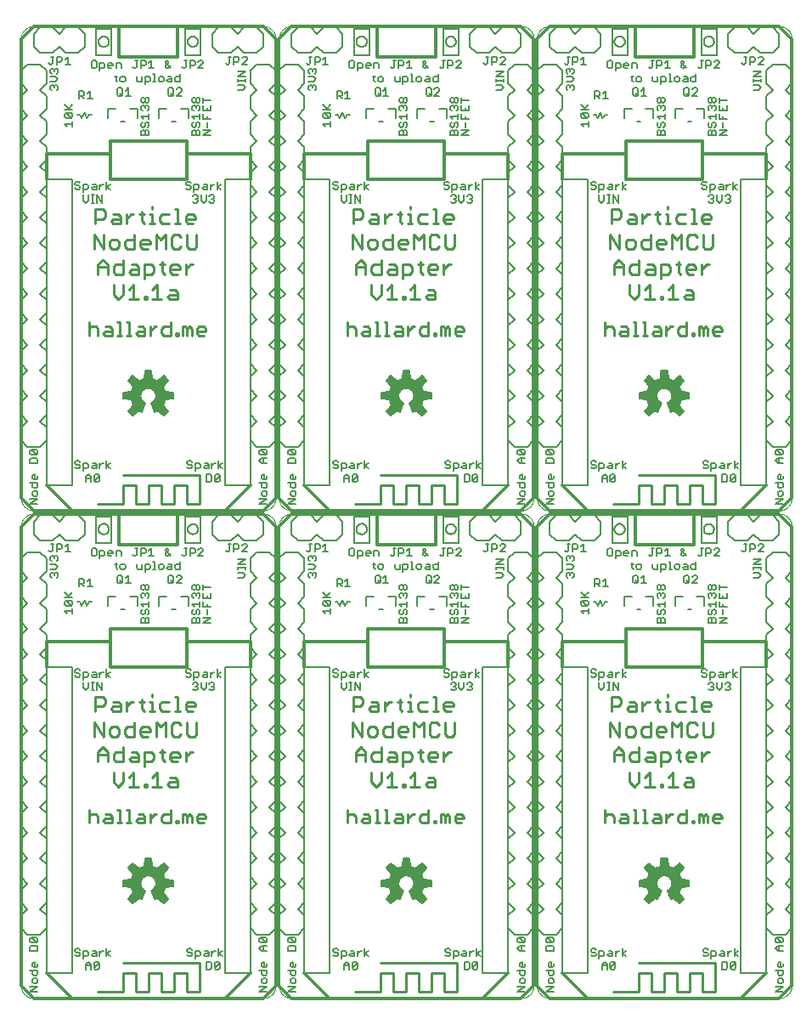
<source format=gto>
G75*
%MOIN*%
%OFA0B0*%
%FSLAX25Y25*%
%IPPOS*%
%LPD*%
%AMOC8*
5,1,8,0,0,1.08239X$1,22.5*
%
%ADD10C,0.00000*%
%ADD11C,0.01000*%
%ADD12C,0.00500*%
%ADD13C,0.00900*%
%ADD14C,0.01200*%
%ADD15C,0.00600*%
%ADD16C,0.00800*%
%ADD17C,0.00591*%
%ADD18C,0.00787*%
D10*
X0077595Y0048933D02*
X0077595Y0228933D01*
X0077597Y0229073D01*
X0077603Y0229213D01*
X0077613Y0229353D01*
X0077626Y0229493D01*
X0077644Y0229632D01*
X0077666Y0229771D01*
X0077691Y0229908D01*
X0077720Y0230046D01*
X0077753Y0230182D01*
X0077790Y0230317D01*
X0077831Y0230451D01*
X0077876Y0230584D01*
X0077924Y0230716D01*
X0077976Y0230846D01*
X0078031Y0230975D01*
X0078090Y0231102D01*
X0078153Y0231228D01*
X0078219Y0231352D01*
X0078288Y0231473D01*
X0078361Y0231593D01*
X0078438Y0231711D01*
X0078517Y0231826D01*
X0078600Y0231940D01*
X0078686Y0232050D01*
X0078775Y0232159D01*
X0078867Y0232265D01*
X0078962Y0232368D01*
X0079059Y0232469D01*
X0079160Y0232566D01*
X0079263Y0232661D01*
X0079369Y0232753D01*
X0079478Y0232842D01*
X0079588Y0232928D01*
X0079702Y0233011D01*
X0079817Y0233090D01*
X0079935Y0233167D01*
X0080055Y0233240D01*
X0080176Y0233309D01*
X0080300Y0233375D01*
X0080426Y0233438D01*
X0080553Y0233497D01*
X0080682Y0233552D01*
X0080812Y0233604D01*
X0080944Y0233652D01*
X0081077Y0233697D01*
X0081211Y0233738D01*
X0081346Y0233775D01*
X0081482Y0233808D01*
X0081620Y0233837D01*
X0081757Y0233862D01*
X0081896Y0233884D01*
X0082035Y0233902D01*
X0082175Y0233915D01*
X0082315Y0233925D01*
X0082455Y0233931D01*
X0082595Y0233933D01*
X0082595Y0235183D01*
X0082455Y0235185D01*
X0082315Y0235191D01*
X0082175Y0235201D01*
X0082035Y0235214D01*
X0081896Y0235232D01*
X0081757Y0235254D01*
X0081620Y0235279D01*
X0081482Y0235308D01*
X0081346Y0235341D01*
X0081211Y0235378D01*
X0081077Y0235419D01*
X0080944Y0235464D01*
X0080812Y0235512D01*
X0080682Y0235564D01*
X0080553Y0235619D01*
X0080426Y0235678D01*
X0080300Y0235741D01*
X0080176Y0235807D01*
X0080055Y0235876D01*
X0079935Y0235949D01*
X0079817Y0236026D01*
X0079702Y0236105D01*
X0079588Y0236188D01*
X0079478Y0236274D01*
X0079369Y0236363D01*
X0079263Y0236455D01*
X0079160Y0236550D01*
X0079059Y0236647D01*
X0078962Y0236748D01*
X0078867Y0236851D01*
X0078775Y0236957D01*
X0078686Y0237066D01*
X0078600Y0237176D01*
X0078517Y0237290D01*
X0078438Y0237405D01*
X0078361Y0237523D01*
X0078288Y0237643D01*
X0078219Y0237764D01*
X0078153Y0237888D01*
X0078090Y0238014D01*
X0078031Y0238141D01*
X0077976Y0238270D01*
X0077924Y0238400D01*
X0077876Y0238532D01*
X0077831Y0238665D01*
X0077790Y0238799D01*
X0077753Y0238934D01*
X0077720Y0239070D01*
X0077691Y0239208D01*
X0077666Y0239345D01*
X0077644Y0239484D01*
X0077626Y0239623D01*
X0077613Y0239763D01*
X0077603Y0239903D01*
X0077597Y0240043D01*
X0077595Y0240183D01*
X0077595Y0420183D01*
X0077597Y0420323D01*
X0077603Y0420463D01*
X0077613Y0420603D01*
X0077626Y0420743D01*
X0077644Y0420882D01*
X0077666Y0421021D01*
X0077691Y0421158D01*
X0077720Y0421296D01*
X0077753Y0421432D01*
X0077790Y0421567D01*
X0077831Y0421701D01*
X0077876Y0421834D01*
X0077924Y0421966D01*
X0077976Y0422096D01*
X0078031Y0422225D01*
X0078090Y0422352D01*
X0078153Y0422478D01*
X0078219Y0422602D01*
X0078288Y0422723D01*
X0078361Y0422843D01*
X0078438Y0422961D01*
X0078517Y0423076D01*
X0078600Y0423190D01*
X0078686Y0423300D01*
X0078775Y0423409D01*
X0078867Y0423515D01*
X0078962Y0423618D01*
X0079059Y0423719D01*
X0079160Y0423816D01*
X0079263Y0423911D01*
X0079369Y0424003D01*
X0079478Y0424092D01*
X0079588Y0424178D01*
X0079702Y0424261D01*
X0079817Y0424340D01*
X0079935Y0424417D01*
X0080055Y0424490D01*
X0080176Y0424559D01*
X0080300Y0424625D01*
X0080426Y0424688D01*
X0080553Y0424747D01*
X0080682Y0424802D01*
X0080812Y0424854D01*
X0080944Y0424902D01*
X0081077Y0424947D01*
X0081211Y0424988D01*
X0081346Y0425025D01*
X0081482Y0425058D01*
X0081620Y0425087D01*
X0081757Y0425112D01*
X0081896Y0425134D01*
X0082035Y0425152D01*
X0082175Y0425165D01*
X0082315Y0425175D01*
X0082455Y0425181D01*
X0082595Y0425183D01*
X0172595Y0425183D01*
X0172735Y0425181D01*
X0172875Y0425175D01*
X0173015Y0425165D01*
X0173155Y0425152D01*
X0173294Y0425134D01*
X0173433Y0425112D01*
X0173570Y0425087D01*
X0173708Y0425058D01*
X0173844Y0425025D01*
X0173979Y0424988D01*
X0174113Y0424947D01*
X0174246Y0424902D01*
X0174378Y0424854D01*
X0174508Y0424802D01*
X0174637Y0424747D01*
X0174764Y0424688D01*
X0174890Y0424625D01*
X0175014Y0424559D01*
X0175135Y0424490D01*
X0175255Y0424417D01*
X0175373Y0424340D01*
X0175488Y0424261D01*
X0175602Y0424178D01*
X0175712Y0424092D01*
X0175821Y0424003D01*
X0175927Y0423911D01*
X0176030Y0423816D01*
X0176131Y0423719D01*
X0176228Y0423618D01*
X0176323Y0423515D01*
X0176415Y0423409D01*
X0176504Y0423300D01*
X0176590Y0423190D01*
X0176673Y0423076D01*
X0176752Y0422961D01*
X0176829Y0422843D01*
X0176902Y0422723D01*
X0176971Y0422602D01*
X0177037Y0422478D01*
X0177100Y0422352D01*
X0177159Y0422225D01*
X0177214Y0422096D01*
X0177266Y0421966D01*
X0177314Y0421834D01*
X0177359Y0421701D01*
X0177400Y0421567D01*
X0177437Y0421432D01*
X0177470Y0421296D01*
X0177499Y0421158D01*
X0177524Y0421021D01*
X0177546Y0420882D01*
X0177564Y0420743D01*
X0177577Y0420603D01*
X0177587Y0420463D01*
X0177593Y0420323D01*
X0177595Y0420183D01*
X0178845Y0420183D01*
X0178847Y0420323D01*
X0178853Y0420463D01*
X0178863Y0420603D01*
X0178876Y0420743D01*
X0178894Y0420882D01*
X0178916Y0421021D01*
X0178941Y0421158D01*
X0178970Y0421296D01*
X0179003Y0421432D01*
X0179040Y0421567D01*
X0179081Y0421701D01*
X0179126Y0421834D01*
X0179174Y0421966D01*
X0179226Y0422096D01*
X0179281Y0422225D01*
X0179340Y0422352D01*
X0179403Y0422478D01*
X0179469Y0422602D01*
X0179538Y0422723D01*
X0179611Y0422843D01*
X0179688Y0422961D01*
X0179767Y0423076D01*
X0179850Y0423190D01*
X0179936Y0423300D01*
X0180025Y0423409D01*
X0180117Y0423515D01*
X0180212Y0423618D01*
X0180309Y0423719D01*
X0180410Y0423816D01*
X0180513Y0423911D01*
X0180619Y0424003D01*
X0180728Y0424092D01*
X0180838Y0424178D01*
X0180952Y0424261D01*
X0181067Y0424340D01*
X0181185Y0424417D01*
X0181305Y0424490D01*
X0181426Y0424559D01*
X0181550Y0424625D01*
X0181676Y0424688D01*
X0181803Y0424747D01*
X0181932Y0424802D01*
X0182062Y0424854D01*
X0182194Y0424902D01*
X0182327Y0424947D01*
X0182461Y0424988D01*
X0182596Y0425025D01*
X0182732Y0425058D01*
X0182870Y0425087D01*
X0183007Y0425112D01*
X0183146Y0425134D01*
X0183285Y0425152D01*
X0183425Y0425165D01*
X0183565Y0425175D01*
X0183705Y0425181D01*
X0183845Y0425183D01*
X0273845Y0425183D01*
X0273985Y0425181D01*
X0274125Y0425175D01*
X0274265Y0425165D01*
X0274405Y0425152D01*
X0274544Y0425134D01*
X0274683Y0425112D01*
X0274820Y0425087D01*
X0274958Y0425058D01*
X0275094Y0425025D01*
X0275229Y0424988D01*
X0275363Y0424947D01*
X0275496Y0424902D01*
X0275628Y0424854D01*
X0275758Y0424802D01*
X0275887Y0424747D01*
X0276014Y0424688D01*
X0276140Y0424625D01*
X0276264Y0424559D01*
X0276385Y0424490D01*
X0276505Y0424417D01*
X0276623Y0424340D01*
X0276738Y0424261D01*
X0276852Y0424178D01*
X0276962Y0424092D01*
X0277071Y0424003D01*
X0277177Y0423911D01*
X0277280Y0423816D01*
X0277381Y0423719D01*
X0277478Y0423618D01*
X0277573Y0423515D01*
X0277665Y0423409D01*
X0277754Y0423300D01*
X0277840Y0423190D01*
X0277923Y0423076D01*
X0278002Y0422961D01*
X0278079Y0422843D01*
X0278152Y0422723D01*
X0278221Y0422602D01*
X0278287Y0422478D01*
X0278350Y0422352D01*
X0278409Y0422225D01*
X0278464Y0422096D01*
X0278516Y0421966D01*
X0278564Y0421834D01*
X0278609Y0421701D01*
X0278650Y0421567D01*
X0278687Y0421432D01*
X0278720Y0421296D01*
X0278749Y0421158D01*
X0278774Y0421021D01*
X0278796Y0420882D01*
X0278814Y0420743D01*
X0278827Y0420603D01*
X0278837Y0420463D01*
X0278843Y0420323D01*
X0278845Y0420183D01*
X0280095Y0420183D01*
X0280097Y0420323D01*
X0280103Y0420463D01*
X0280113Y0420603D01*
X0280126Y0420743D01*
X0280144Y0420882D01*
X0280166Y0421021D01*
X0280191Y0421158D01*
X0280220Y0421296D01*
X0280253Y0421432D01*
X0280290Y0421567D01*
X0280331Y0421701D01*
X0280376Y0421834D01*
X0280424Y0421966D01*
X0280476Y0422096D01*
X0280531Y0422225D01*
X0280590Y0422352D01*
X0280653Y0422478D01*
X0280719Y0422602D01*
X0280788Y0422723D01*
X0280861Y0422843D01*
X0280938Y0422961D01*
X0281017Y0423076D01*
X0281100Y0423190D01*
X0281186Y0423300D01*
X0281275Y0423409D01*
X0281367Y0423515D01*
X0281462Y0423618D01*
X0281559Y0423719D01*
X0281660Y0423816D01*
X0281763Y0423911D01*
X0281869Y0424003D01*
X0281978Y0424092D01*
X0282088Y0424178D01*
X0282202Y0424261D01*
X0282317Y0424340D01*
X0282435Y0424417D01*
X0282555Y0424490D01*
X0282676Y0424559D01*
X0282800Y0424625D01*
X0282926Y0424688D01*
X0283053Y0424747D01*
X0283182Y0424802D01*
X0283312Y0424854D01*
X0283444Y0424902D01*
X0283577Y0424947D01*
X0283711Y0424988D01*
X0283846Y0425025D01*
X0283982Y0425058D01*
X0284120Y0425087D01*
X0284257Y0425112D01*
X0284396Y0425134D01*
X0284535Y0425152D01*
X0284675Y0425165D01*
X0284815Y0425175D01*
X0284955Y0425181D01*
X0285095Y0425183D01*
X0375095Y0425183D01*
X0375235Y0425181D01*
X0375375Y0425175D01*
X0375515Y0425165D01*
X0375655Y0425152D01*
X0375794Y0425134D01*
X0375933Y0425112D01*
X0376070Y0425087D01*
X0376208Y0425058D01*
X0376344Y0425025D01*
X0376479Y0424988D01*
X0376613Y0424947D01*
X0376746Y0424902D01*
X0376878Y0424854D01*
X0377008Y0424802D01*
X0377137Y0424747D01*
X0377264Y0424688D01*
X0377390Y0424625D01*
X0377514Y0424559D01*
X0377635Y0424490D01*
X0377755Y0424417D01*
X0377873Y0424340D01*
X0377988Y0424261D01*
X0378102Y0424178D01*
X0378212Y0424092D01*
X0378321Y0424003D01*
X0378427Y0423911D01*
X0378530Y0423816D01*
X0378631Y0423719D01*
X0378728Y0423618D01*
X0378823Y0423515D01*
X0378915Y0423409D01*
X0379004Y0423300D01*
X0379090Y0423190D01*
X0379173Y0423076D01*
X0379252Y0422961D01*
X0379329Y0422843D01*
X0379402Y0422723D01*
X0379471Y0422602D01*
X0379537Y0422478D01*
X0379600Y0422352D01*
X0379659Y0422225D01*
X0379714Y0422096D01*
X0379766Y0421966D01*
X0379814Y0421834D01*
X0379859Y0421701D01*
X0379900Y0421567D01*
X0379937Y0421432D01*
X0379970Y0421296D01*
X0379999Y0421158D01*
X0380024Y0421021D01*
X0380046Y0420882D01*
X0380064Y0420743D01*
X0380077Y0420603D01*
X0380087Y0420463D01*
X0380093Y0420323D01*
X0380095Y0420183D01*
X0380095Y0240183D01*
X0380093Y0240043D01*
X0380087Y0239903D01*
X0380077Y0239763D01*
X0380064Y0239623D01*
X0380046Y0239484D01*
X0380024Y0239345D01*
X0379999Y0239208D01*
X0379970Y0239070D01*
X0379937Y0238934D01*
X0379900Y0238799D01*
X0379859Y0238665D01*
X0379814Y0238532D01*
X0379766Y0238400D01*
X0379714Y0238270D01*
X0379659Y0238141D01*
X0379600Y0238014D01*
X0379537Y0237888D01*
X0379471Y0237764D01*
X0379402Y0237643D01*
X0379329Y0237523D01*
X0379252Y0237405D01*
X0379173Y0237290D01*
X0379090Y0237176D01*
X0379004Y0237066D01*
X0378915Y0236957D01*
X0378823Y0236851D01*
X0378728Y0236748D01*
X0378631Y0236647D01*
X0378530Y0236550D01*
X0378427Y0236455D01*
X0378321Y0236363D01*
X0378212Y0236274D01*
X0378102Y0236188D01*
X0377988Y0236105D01*
X0377873Y0236026D01*
X0377755Y0235949D01*
X0377635Y0235876D01*
X0377514Y0235807D01*
X0377390Y0235741D01*
X0377264Y0235678D01*
X0377137Y0235619D01*
X0377008Y0235564D01*
X0376878Y0235512D01*
X0376746Y0235464D01*
X0376613Y0235419D01*
X0376479Y0235378D01*
X0376344Y0235341D01*
X0376208Y0235308D01*
X0376070Y0235279D01*
X0375933Y0235254D01*
X0375794Y0235232D01*
X0375655Y0235214D01*
X0375515Y0235201D01*
X0375375Y0235191D01*
X0375235Y0235185D01*
X0375095Y0235183D01*
X0375095Y0233933D01*
X0375235Y0233931D01*
X0375375Y0233925D01*
X0375515Y0233915D01*
X0375655Y0233902D01*
X0375794Y0233884D01*
X0375933Y0233862D01*
X0376070Y0233837D01*
X0376208Y0233808D01*
X0376344Y0233775D01*
X0376479Y0233738D01*
X0376613Y0233697D01*
X0376746Y0233652D01*
X0376878Y0233604D01*
X0377008Y0233552D01*
X0377137Y0233497D01*
X0377264Y0233438D01*
X0377390Y0233375D01*
X0377514Y0233309D01*
X0377635Y0233240D01*
X0377755Y0233167D01*
X0377873Y0233090D01*
X0377988Y0233011D01*
X0378102Y0232928D01*
X0378212Y0232842D01*
X0378321Y0232753D01*
X0378427Y0232661D01*
X0378530Y0232566D01*
X0378631Y0232469D01*
X0378728Y0232368D01*
X0378823Y0232265D01*
X0378915Y0232159D01*
X0379004Y0232050D01*
X0379090Y0231940D01*
X0379173Y0231826D01*
X0379252Y0231711D01*
X0379329Y0231593D01*
X0379402Y0231473D01*
X0379471Y0231352D01*
X0379537Y0231228D01*
X0379600Y0231102D01*
X0379659Y0230975D01*
X0379714Y0230846D01*
X0379766Y0230716D01*
X0379814Y0230584D01*
X0379859Y0230451D01*
X0379900Y0230317D01*
X0379937Y0230182D01*
X0379970Y0230046D01*
X0379999Y0229908D01*
X0380024Y0229771D01*
X0380046Y0229632D01*
X0380064Y0229493D01*
X0380077Y0229353D01*
X0380087Y0229213D01*
X0380093Y0229073D01*
X0380095Y0228933D01*
X0380095Y0048933D01*
X0380093Y0048793D01*
X0380087Y0048653D01*
X0380077Y0048513D01*
X0380064Y0048373D01*
X0380046Y0048234D01*
X0380024Y0048095D01*
X0379999Y0047958D01*
X0379970Y0047820D01*
X0379937Y0047684D01*
X0379900Y0047549D01*
X0379859Y0047415D01*
X0379814Y0047282D01*
X0379766Y0047150D01*
X0379714Y0047020D01*
X0379659Y0046891D01*
X0379600Y0046764D01*
X0379537Y0046638D01*
X0379471Y0046514D01*
X0379402Y0046393D01*
X0379329Y0046273D01*
X0379252Y0046155D01*
X0379173Y0046040D01*
X0379090Y0045926D01*
X0379004Y0045816D01*
X0378915Y0045707D01*
X0378823Y0045601D01*
X0378728Y0045498D01*
X0378631Y0045397D01*
X0378530Y0045300D01*
X0378427Y0045205D01*
X0378321Y0045113D01*
X0378212Y0045024D01*
X0378102Y0044938D01*
X0377988Y0044855D01*
X0377873Y0044776D01*
X0377755Y0044699D01*
X0377635Y0044626D01*
X0377514Y0044557D01*
X0377390Y0044491D01*
X0377264Y0044428D01*
X0377137Y0044369D01*
X0377008Y0044314D01*
X0376878Y0044262D01*
X0376746Y0044214D01*
X0376613Y0044169D01*
X0376479Y0044128D01*
X0376344Y0044091D01*
X0376208Y0044058D01*
X0376070Y0044029D01*
X0375933Y0044004D01*
X0375794Y0043982D01*
X0375655Y0043964D01*
X0375515Y0043951D01*
X0375375Y0043941D01*
X0375235Y0043935D01*
X0375095Y0043933D01*
X0285095Y0043933D01*
X0284955Y0043935D01*
X0284815Y0043941D01*
X0284675Y0043951D01*
X0284535Y0043964D01*
X0284396Y0043982D01*
X0284257Y0044004D01*
X0284120Y0044029D01*
X0283982Y0044058D01*
X0283846Y0044091D01*
X0283711Y0044128D01*
X0283577Y0044169D01*
X0283444Y0044214D01*
X0283312Y0044262D01*
X0283182Y0044314D01*
X0283053Y0044369D01*
X0282926Y0044428D01*
X0282800Y0044491D01*
X0282676Y0044557D01*
X0282555Y0044626D01*
X0282435Y0044699D01*
X0282317Y0044776D01*
X0282202Y0044855D01*
X0282088Y0044938D01*
X0281978Y0045024D01*
X0281869Y0045113D01*
X0281763Y0045205D01*
X0281660Y0045300D01*
X0281559Y0045397D01*
X0281462Y0045498D01*
X0281367Y0045601D01*
X0281275Y0045707D01*
X0281186Y0045816D01*
X0281100Y0045926D01*
X0281017Y0046040D01*
X0280938Y0046155D01*
X0280861Y0046273D01*
X0280788Y0046393D01*
X0280719Y0046514D01*
X0280653Y0046638D01*
X0280590Y0046764D01*
X0280531Y0046891D01*
X0280476Y0047020D01*
X0280424Y0047150D01*
X0280376Y0047282D01*
X0280331Y0047415D01*
X0280290Y0047549D01*
X0280253Y0047684D01*
X0280220Y0047820D01*
X0280191Y0047958D01*
X0280166Y0048095D01*
X0280144Y0048234D01*
X0280126Y0048373D01*
X0280113Y0048513D01*
X0280103Y0048653D01*
X0280097Y0048793D01*
X0280095Y0048933D01*
X0278845Y0048933D01*
X0278843Y0048793D01*
X0278837Y0048653D01*
X0278827Y0048513D01*
X0278814Y0048373D01*
X0278796Y0048234D01*
X0278774Y0048095D01*
X0278749Y0047958D01*
X0278720Y0047820D01*
X0278687Y0047684D01*
X0278650Y0047549D01*
X0278609Y0047415D01*
X0278564Y0047282D01*
X0278516Y0047150D01*
X0278464Y0047020D01*
X0278409Y0046891D01*
X0278350Y0046764D01*
X0278287Y0046638D01*
X0278221Y0046514D01*
X0278152Y0046393D01*
X0278079Y0046273D01*
X0278002Y0046155D01*
X0277923Y0046040D01*
X0277840Y0045926D01*
X0277754Y0045816D01*
X0277665Y0045707D01*
X0277573Y0045601D01*
X0277478Y0045498D01*
X0277381Y0045397D01*
X0277280Y0045300D01*
X0277177Y0045205D01*
X0277071Y0045113D01*
X0276962Y0045024D01*
X0276852Y0044938D01*
X0276738Y0044855D01*
X0276623Y0044776D01*
X0276505Y0044699D01*
X0276385Y0044626D01*
X0276264Y0044557D01*
X0276140Y0044491D01*
X0276014Y0044428D01*
X0275887Y0044369D01*
X0275758Y0044314D01*
X0275628Y0044262D01*
X0275496Y0044214D01*
X0275363Y0044169D01*
X0275229Y0044128D01*
X0275094Y0044091D01*
X0274958Y0044058D01*
X0274820Y0044029D01*
X0274683Y0044004D01*
X0274544Y0043982D01*
X0274405Y0043964D01*
X0274265Y0043951D01*
X0274125Y0043941D01*
X0273985Y0043935D01*
X0273845Y0043933D01*
X0183845Y0043933D01*
X0183705Y0043935D01*
X0183565Y0043941D01*
X0183425Y0043951D01*
X0183285Y0043964D01*
X0183146Y0043982D01*
X0183007Y0044004D01*
X0182870Y0044029D01*
X0182732Y0044058D01*
X0182596Y0044091D01*
X0182461Y0044128D01*
X0182327Y0044169D01*
X0182194Y0044214D01*
X0182062Y0044262D01*
X0181932Y0044314D01*
X0181803Y0044369D01*
X0181676Y0044428D01*
X0181550Y0044491D01*
X0181426Y0044557D01*
X0181305Y0044626D01*
X0181185Y0044699D01*
X0181067Y0044776D01*
X0180952Y0044855D01*
X0180838Y0044938D01*
X0180728Y0045024D01*
X0180619Y0045113D01*
X0180513Y0045205D01*
X0180410Y0045300D01*
X0180309Y0045397D01*
X0180212Y0045498D01*
X0180117Y0045601D01*
X0180025Y0045707D01*
X0179936Y0045816D01*
X0179850Y0045926D01*
X0179767Y0046040D01*
X0179688Y0046155D01*
X0179611Y0046273D01*
X0179538Y0046393D01*
X0179469Y0046514D01*
X0179403Y0046638D01*
X0179340Y0046764D01*
X0179281Y0046891D01*
X0179226Y0047020D01*
X0179174Y0047150D01*
X0179126Y0047282D01*
X0179081Y0047415D01*
X0179040Y0047549D01*
X0179003Y0047684D01*
X0178970Y0047820D01*
X0178941Y0047958D01*
X0178916Y0048095D01*
X0178894Y0048234D01*
X0178876Y0048373D01*
X0178863Y0048513D01*
X0178853Y0048653D01*
X0178847Y0048793D01*
X0178845Y0048933D01*
X0177595Y0048933D01*
X0177593Y0048793D01*
X0177587Y0048653D01*
X0177577Y0048513D01*
X0177564Y0048373D01*
X0177546Y0048234D01*
X0177524Y0048095D01*
X0177499Y0047958D01*
X0177470Y0047820D01*
X0177437Y0047684D01*
X0177400Y0047549D01*
X0177359Y0047415D01*
X0177314Y0047282D01*
X0177266Y0047150D01*
X0177214Y0047020D01*
X0177159Y0046891D01*
X0177100Y0046764D01*
X0177037Y0046638D01*
X0176971Y0046514D01*
X0176902Y0046393D01*
X0176829Y0046273D01*
X0176752Y0046155D01*
X0176673Y0046040D01*
X0176590Y0045926D01*
X0176504Y0045816D01*
X0176415Y0045707D01*
X0176323Y0045601D01*
X0176228Y0045498D01*
X0176131Y0045397D01*
X0176030Y0045300D01*
X0175927Y0045205D01*
X0175821Y0045113D01*
X0175712Y0045024D01*
X0175602Y0044938D01*
X0175488Y0044855D01*
X0175373Y0044776D01*
X0175255Y0044699D01*
X0175135Y0044626D01*
X0175014Y0044557D01*
X0174890Y0044491D01*
X0174764Y0044428D01*
X0174637Y0044369D01*
X0174508Y0044314D01*
X0174378Y0044262D01*
X0174246Y0044214D01*
X0174113Y0044169D01*
X0173979Y0044128D01*
X0173844Y0044091D01*
X0173708Y0044058D01*
X0173570Y0044029D01*
X0173433Y0044004D01*
X0173294Y0043982D01*
X0173155Y0043964D01*
X0173015Y0043951D01*
X0172875Y0043941D01*
X0172735Y0043935D01*
X0172595Y0043933D01*
X0082595Y0043933D01*
X0082455Y0043935D01*
X0082315Y0043941D01*
X0082175Y0043951D01*
X0082035Y0043964D01*
X0081896Y0043982D01*
X0081757Y0044004D01*
X0081620Y0044029D01*
X0081482Y0044058D01*
X0081346Y0044091D01*
X0081211Y0044128D01*
X0081077Y0044169D01*
X0080944Y0044214D01*
X0080812Y0044262D01*
X0080682Y0044314D01*
X0080553Y0044369D01*
X0080426Y0044428D01*
X0080300Y0044491D01*
X0080176Y0044557D01*
X0080055Y0044626D01*
X0079935Y0044699D01*
X0079817Y0044776D01*
X0079702Y0044855D01*
X0079588Y0044938D01*
X0079478Y0045024D01*
X0079369Y0045113D01*
X0079263Y0045205D01*
X0079160Y0045300D01*
X0079059Y0045397D01*
X0078962Y0045498D01*
X0078867Y0045601D01*
X0078775Y0045707D01*
X0078686Y0045816D01*
X0078600Y0045926D01*
X0078517Y0046040D01*
X0078438Y0046155D01*
X0078361Y0046273D01*
X0078288Y0046393D01*
X0078219Y0046514D01*
X0078153Y0046638D01*
X0078090Y0046764D01*
X0078031Y0046891D01*
X0077976Y0047020D01*
X0077924Y0047150D01*
X0077876Y0047282D01*
X0077831Y0047415D01*
X0077790Y0047549D01*
X0077753Y0047684D01*
X0077720Y0047820D01*
X0077691Y0047958D01*
X0077666Y0048095D01*
X0077644Y0048234D01*
X0077626Y0048373D01*
X0077613Y0048513D01*
X0077603Y0048653D01*
X0077597Y0048793D01*
X0077595Y0048933D01*
X0177595Y0228933D02*
X0177593Y0229073D01*
X0177587Y0229213D01*
X0177577Y0229353D01*
X0177564Y0229493D01*
X0177546Y0229632D01*
X0177524Y0229771D01*
X0177499Y0229908D01*
X0177470Y0230046D01*
X0177437Y0230182D01*
X0177400Y0230317D01*
X0177359Y0230451D01*
X0177314Y0230584D01*
X0177266Y0230716D01*
X0177214Y0230846D01*
X0177159Y0230975D01*
X0177100Y0231102D01*
X0177037Y0231228D01*
X0176971Y0231352D01*
X0176902Y0231473D01*
X0176829Y0231593D01*
X0176752Y0231711D01*
X0176673Y0231826D01*
X0176590Y0231940D01*
X0176504Y0232050D01*
X0176415Y0232159D01*
X0176323Y0232265D01*
X0176228Y0232368D01*
X0176131Y0232469D01*
X0176030Y0232566D01*
X0175927Y0232661D01*
X0175821Y0232753D01*
X0175712Y0232842D01*
X0175602Y0232928D01*
X0175488Y0233011D01*
X0175373Y0233090D01*
X0175255Y0233167D01*
X0175135Y0233240D01*
X0175014Y0233309D01*
X0174890Y0233375D01*
X0174764Y0233438D01*
X0174637Y0233497D01*
X0174508Y0233552D01*
X0174378Y0233604D01*
X0174246Y0233652D01*
X0174113Y0233697D01*
X0173979Y0233738D01*
X0173844Y0233775D01*
X0173708Y0233808D01*
X0173570Y0233837D01*
X0173433Y0233862D01*
X0173294Y0233884D01*
X0173155Y0233902D01*
X0173015Y0233915D01*
X0172875Y0233925D01*
X0172735Y0233931D01*
X0172595Y0233933D01*
X0172595Y0235183D01*
X0172735Y0235185D01*
X0172875Y0235191D01*
X0173015Y0235201D01*
X0173155Y0235214D01*
X0173294Y0235232D01*
X0173433Y0235254D01*
X0173570Y0235279D01*
X0173708Y0235308D01*
X0173844Y0235341D01*
X0173979Y0235378D01*
X0174113Y0235419D01*
X0174246Y0235464D01*
X0174378Y0235512D01*
X0174508Y0235564D01*
X0174637Y0235619D01*
X0174764Y0235678D01*
X0174890Y0235741D01*
X0175014Y0235807D01*
X0175135Y0235876D01*
X0175255Y0235949D01*
X0175373Y0236026D01*
X0175488Y0236105D01*
X0175602Y0236188D01*
X0175712Y0236274D01*
X0175821Y0236363D01*
X0175927Y0236455D01*
X0176030Y0236550D01*
X0176131Y0236647D01*
X0176228Y0236748D01*
X0176323Y0236851D01*
X0176415Y0236957D01*
X0176504Y0237066D01*
X0176590Y0237176D01*
X0176673Y0237290D01*
X0176752Y0237405D01*
X0176829Y0237523D01*
X0176902Y0237643D01*
X0176971Y0237764D01*
X0177037Y0237888D01*
X0177100Y0238014D01*
X0177159Y0238141D01*
X0177214Y0238270D01*
X0177266Y0238400D01*
X0177314Y0238532D01*
X0177359Y0238665D01*
X0177400Y0238799D01*
X0177437Y0238934D01*
X0177470Y0239070D01*
X0177499Y0239208D01*
X0177524Y0239345D01*
X0177546Y0239484D01*
X0177564Y0239623D01*
X0177577Y0239763D01*
X0177587Y0239903D01*
X0177593Y0240043D01*
X0177595Y0240183D01*
X0178845Y0240183D01*
X0178847Y0240043D01*
X0178853Y0239903D01*
X0178863Y0239763D01*
X0178876Y0239623D01*
X0178894Y0239484D01*
X0178916Y0239345D01*
X0178941Y0239208D01*
X0178970Y0239070D01*
X0179003Y0238934D01*
X0179040Y0238799D01*
X0179081Y0238665D01*
X0179126Y0238532D01*
X0179174Y0238400D01*
X0179226Y0238270D01*
X0179281Y0238141D01*
X0179340Y0238014D01*
X0179403Y0237888D01*
X0179469Y0237764D01*
X0179538Y0237643D01*
X0179611Y0237523D01*
X0179688Y0237405D01*
X0179767Y0237290D01*
X0179850Y0237176D01*
X0179936Y0237066D01*
X0180025Y0236957D01*
X0180117Y0236851D01*
X0180212Y0236748D01*
X0180309Y0236647D01*
X0180410Y0236550D01*
X0180513Y0236455D01*
X0180619Y0236363D01*
X0180728Y0236274D01*
X0180838Y0236188D01*
X0180952Y0236105D01*
X0181067Y0236026D01*
X0181185Y0235949D01*
X0181305Y0235876D01*
X0181426Y0235807D01*
X0181550Y0235741D01*
X0181676Y0235678D01*
X0181803Y0235619D01*
X0181932Y0235564D01*
X0182062Y0235512D01*
X0182194Y0235464D01*
X0182327Y0235419D01*
X0182461Y0235378D01*
X0182596Y0235341D01*
X0182732Y0235308D01*
X0182870Y0235279D01*
X0183007Y0235254D01*
X0183146Y0235232D01*
X0183285Y0235214D01*
X0183425Y0235201D01*
X0183565Y0235191D01*
X0183705Y0235185D01*
X0183845Y0235183D01*
X0183845Y0233933D01*
X0183705Y0233931D01*
X0183565Y0233925D01*
X0183425Y0233915D01*
X0183285Y0233902D01*
X0183146Y0233884D01*
X0183007Y0233862D01*
X0182870Y0233837D01*
X0182732Y0233808D01*
X0182596Y0233775D01*
X0182461Y0233738D01*
X0182327Y0233697D01*
X0182194Y0233652D01*
X0182062Y0233604D01*
X0181932Y0233552D01*
X0181803Y0233497D01*
X0181676Y0233438D01*
X0181550Y0233375D01*
X0181426Y0233309D01*
X0181305Y0233240D01*
X0181185Y0233167D01*
X0181067Y0233090D01*
X0180952Y0233011D01*
X0180838Y0232928D01*
X0180728Y0232842D01*
X0180619Y0232753D01*
X0180513Y0232661D01*
X0180410Y0232566D01*
X0180309Y0232469D01*
X0180212Y0232368D01*
X0180117Y0232265D01*
X0180025Y0232159D01*
X0179936Y0232050D01*
X0179850Y0231940D01*
X0179767Y0231826D01*
X0179688Y0231711D01*
X0179611Y0231593D01*
X0179538Y0231473D01*
X0179469Y0231352D01*
X0179403Y0231228D01*
X0179340Y0231102D01*
X0179281Y0230975D01*
X0179226Y0230846D01*
X0179174Y0230716D01*
X0179126Y0230584D01*
X0179081Y0230451D01*
X0179040Y0230317D01*
X0179003Y0230182D01*
X0178970Y0230046D01*
X0178941Y0229908D01*
X0178916Y0229771D01*
X0178894Y0229632D01*
X0178876Y0229493D01*
X0178863Y0229353D01*
X0178853Y0229213D01*
X0178847Y0229073D01*
X0178845Y0228933D01*
X0177595Y0228933D01*
X0273845Y0233933D02*
X0273985Y0233931D01*
X0274125Y0233925D01*
X0274265Y0233915D01*
X0274405Y0233902D01*
X0274544Y0233884D01*
X0274683Y0233862D01*
X0274820Y0233837D01*
X0274958Y0233808D01*
X0275094Y0233775D01*
X0275229Y0233738D01*
X0275363Y0233697D01*
X0275496Y0233652D01*
X0275628Y0233604D01*
X0275758Y0233552D01*
X0275887Y0233497D01*
X0276014Y0233438D01*
X0276140Y0233375D01*
X0276264Y0233309D01*
X0276385Y0233240D01*
X0276505Y0233167D01*
X0276623Y0233090D01*
X0276738Y0233011D01*
X0276852Y0232928D01*
X0276962Y0232842D01*
X0277071Y0232753D01*
X0277177Y0232661D01*
X0277280Y0232566D01*
X0277381Y0232469D01*
X0277478Y0232368D01*
X0277573Y0232265D01*
X0277665Y0232159D01*
X0277754Y0232050D01*
X0277840Y0231940D01*
X0277923Y0231826D01*
X0278002Y0231711D01*
X0278079Y0231593D01*
X0278152Y0231473D01*
X0278221Y0231352D01*
X0278287Y0231228D01*
X0278350Y0231102D01*
X0278409Y0230975D01*
X0278464Y0230846D01*
X0278516Y0230716D01*
X0278564Y0230584D01*
X0278609Y0230451D01*
X0278650Y0230317D01*
X0278687Y0230182D01*
X0278720Y0230046D01*
X0278749Y0229908D01*
X0278774Y0229771D01*
X0278796Y0229632D01*
X0278814Y0229493D01*
X0278827Y0229353D01*
X0278837Y0229213D01*
X0278843Y0229073D01*
X0278845Y0228933D01*
X0280095Y0228933D01*
X0280097Y0229073D01*
X0280103Y0229213D01*
X0280113Y0229353D01*
X0280126Y0229493D01*
X0280144Y0229632D01*
X0280166Y0229771D01*
X0280191Y0229908D01*
X0280220Y0230046D01*
X0280253Y0230182D01*
X0280290Y0230317D01*
X0280331Y0230451D01*
X0280376Y0230584D01*
X0280424Y0230716D01*
X0280476Y0230846D01*
X0280531Y0230975D01*
X0280590Y0231102D01*
X0280653Y0231228D01*
X0280719Y0231352D01*
X0280788Y0231473D01*
X0280861Y0231593D01*
X0280938Y0231711D01*
X0281017Y0231826D01*
X0281100Y0231940D01*
X0281186Y0232050D01*
X0281275Y0232159D01*
X0281367Y0232265D01*
X0281462Y0232368D01*
X0281559Y0232469D01*
X0281660Y0232566D01*
X0281763Y0232661D01*
X0281869Y0232753D01*
X0281978Y0232842D01*
X0282088Y0232928D01*
X0282202Y0233011D01*
X0282317Y0233090D01*
X0282435Y0233167D01*
X0282555Y0233240D01*
X0282676Y0233309D01*
X0282800Y0233375D01*
X0282926Y0233438D01*
X0283053Y0233497D01*
X0283182Y0233552D01*
X0283312Y0233604D01*
X0283444Y0233652D01*
X0283577Y0233697D01*
X0283711Y0233738D01*
X0283846Y0233775D01*
X0283982Y0233808D01*
X0284120Y0233837D01*
X0284257Y0233862D01*
X0284396Y0233884D01*
X0284535Y0233902D01*
X0284675Y0233915D01*
X0284815Y0233925D01*
X0284955Y0233931D01*
X0285095Y0233933D01*
X0285095Y0235183D01*
X0284955Y0235185D01*
X0284815Y0235191D01*
X0284675Y0235201D01*
X0284535Y0235214D01*
X0284396Y0235232D01*
X0284257Y0235254D01*
X0284120Y0235279D01*
X0283982Y0235308D01*
X0283846Y0235341D01*
X0283711Y0235378D01*
X0283577Y0235419D01*
X0283444Y0235464D01*
X0283312Y0235512D01*
X0283182Y0235564D01*
X0283053Y0235619D01*
X0282926Y0235678D01*
X0282800Y0235741D01*
X0282676Y0235807D01*
X0282555Y0235876D01*
X0282435Y0235949D01*
X0282317Y0236026D01*
X0282202Y0236105D01*
X0282088Y0236188D01*
X0281978Y0236274D01*
X0281869Y0236363D01*
X0281763Y0236455D01*
X0281660Y0236550D01*
X0281559Y0236647D01*
X0281462Y0236748D01*
X0281367Y0236851D01*
X0281275Y0236957D01*
X0281186Y0237066D01*
X0281100Y0237176D01*
X0281017Y0237290D01*
X0280938Y0237405D01*
X0280861Y0237523D01*
X0280788Y0237643D01*
X0280719Y0237764D01*
X0280653Y0237888D01*
X0280590Y0238014D01*
X0280531Y0238141D01*
X0280476Y0238270D01*
X0280424Y0238400D01*
X0280376Y0238532D01*
X0280331Y0238665D01*
X0280290Y0238799D01*
X0280253Y0238934D01*
X0280220Y0239070D01*
X0280191Y0239208D01*
X0280166Y0239345D01*
X0280144Y0239484D01*
X0280126Y0239623D01*
X0280113Y0239763D01*
X0280103Y0239903D01*
X0280097Y0240043D01*
X0280095Y0240183D01*
X0278845Y0240183D01*
X0278843Y0240043D01*
X0278837Y0239903D01*
X0278827Y0239763D01*
X0278814Y0239623D01*
X0278796Y0239484D01*
X0278774Y0239345D01*
X0278749Y0239208D01*
X0278720Y0239070D01*
X0278687Y0238934D01*
X0278650Y0238799D01*
X0278609Y0238665D01*
X0278564Y0238532D01*
X0278516Y0238400D01*
X0278464Y0238270D01*
X0278409Y0238141D01*
X0278350Y0238014D01*
X0278287Y0237888D01*
X0278221Y0237764D01*
X0278152Y0237643D01*
X0278079Y0237523D01*
X0278002Y0237405D01*
X0277923Y0237290D01*
X0277840Y0237176D01*
X0277754Y0237066D01*
X0277665Y0236957D01*
X0277573Y0236851D01*
X0277478Y0236748D01*
X0277381Y0236647D01*
X0277280Y0236550D01*
X0277177Y0236455D01*
X0277071Y0236363D01*
X0276962Y0236274D01*
X0276852Y0236188D01*
X0276738Y0236105D01*
X0276623Y0236026D01*
X0276505Y0235949D01*
X0276385Y0235876D01*
X0276264Y0235807D01*
X0276140Y0235741D01*
X0276014Y0235678D01*
X0275887Y0235619D01*
X0275758Y0235564D01*
X0275628Y0235512D01*
X0275496Y0235464D01*
X0275363Y0235419D01*
X0275229Y0235378D01*
X0275094Y0235341D01*
X0274958Y0235308D01*
X0274820Y0235279D01*
X0274683Y0235254D01*
X0274544Y0235232D01*
X0274405Y0235214D01*
X0274265Y0235201D01*
X0274125Y0235191D01*
X0273985Y0235185D01*
X0273845Y0235183D01*
X0273845Y0233933D01*
D11*
X0248845Y0237683D02*
X0248845Y0249183D01*
X0218845Y0249183D01*
X0218845Y0245183D02*
X0223845Y0245183D01*
X0223845Y0237683D01*
X0228845Y0237683D01*
X0228845Y0245183D01*
X0233845Y0245183D01*
X0233845Y0237683D01*
X0238845Y0237683D01*
X0238845Y0245183D01*
X0243845Y0245183D01*
X0243845Y0238183D01*
X0243845Y0237683D02*
X0248845Y0237683D01*
X0218845Y0237683D02*
X0218845Y0245183D01*
X0218845Y0237683D02*
X0208845Y0237683D01*
X0147595Y0237683D02*
X0147595Y0249183D01*
X0117595Y0249183D01*
X0117595Y0245183D02*
X0122595Y0245183D01*
X0122595Y0237683D01*
X0127595Y0237683D01*
X0127595Y0245183D01*
X0132595Y0245183D01*
X0132595Y0237683D01*
X0137595Y0237683D01*
X0137595Y0245183D01*
X0142595Y0245183D01*
X0142595Y0238183D01*
X0142595Y0237683D02*
X0147595Y0237683D01*
X0117595Y0237683D02*
X0117595Y0245183D01*
X0117595Y0237683D02*
X0107595Y0237683D01*
X0106831Y0162088D02*
X0109634Y0162088D01*
X0110568Y0161154D01*
X0110568Y0159285D01*
X0109634Y0158351D01*
X0106831Y0158351D01*
X0106831Y0156483D02*
X0106831Y0162088D01*
X0113843Y0160220D02*
X0115711Y0160220D01*
X0116645Y0159285D01*
X0116645Y0156483D01*
X0113843Y0156483D01*
X0112909Y0157417D01*
X0113843Y0158351D01*
X0116645Y0158351D01*
X0118986Y0158351D02*
X0120854Y0160220D01*
X0121788Y0160220D01*
X0124050Y0160220D02*
X0125918Y0160220D01*
X0124984Y0161154D02*
X0124984Y0157417D01*
X0125918Y0156483D01*
X0128102Y0156483D02*
X0129970Y0156483D01*
X0129036Y0156483D02*
X0129036Y0160220D01*
X0128102Y0160220D01*
X0129036Y0162088D02*
X0129036Y0163022D01*
X0132153Y0159285D02*
X0132153Y0157417D01*
X0133087Y0156483D01*
X0135890Y0156483D01*
X0138230Y0156483D02*
X0140098Y0156483D01*
X0139164Y0156483D02*
X0139164Y0162088D01*
X0138230Y0162088D01*
X0135890Y0160220D02*
X0133087Y0160220D01*
X0132153Y0159285D01*
X0130634Y0152188D02*
X0132502Y0150320D01*
X0134370Y0152188D01*
X0134370Y0146583D01*
X0136711Y0147517D02*
X0137645Y0146583D01*
X0139513Y0146583D01*
X0140447Y0147517D01*
X0142788Y0147517D02*
X0143722Y0146583D01*
X0145590Y0146583D01*
X0146525Y0147517D01*
X0146525Y0152188D01*
X0142788Y0152188D02*
X0142788Y0147517D01*
X0140447Y0151254D02*
X0139513Y0152188D01*
X0137645Y0152188D01*
X0136711Y0151254D01*
X0136711Y0147517D01*
X0130634Y0146583D02*
X0130634Y0152188D01*
X0128293Y0149385D02*
X0128293Y0148451D01*
X0124557Y0148451D01*
X0124557Y0147517D02*
X0124557Y0149385D01*
X0125491Y0150320D01*
X0127359Y0150320D01*
X0128293Y0149385D01*
X0127359Y0146583D02*
X0125491Y0146583D01*
X0124557Y0147517D01*
X0122216Y0146583D02*
X0119413Y0146583D01*
X0118479Y0147517D01*
X0118479Y0149385D01*
X0119413Y0150320D01*
X0122216Y0150320D01*
X0122216Y0152188D02*
X0122216Y0146583D01*
X0116139Y0147517D02*
X0116139Y0149385D01*
X0115205Y0150320D01*
X0113336Y0150320D01*
X0112402Y0149385D01*
X0112402Y0147517D01*
X0113336Y0146583D01*
X0115205Y0146583D01*
X0116139Y0147517D01*
X0118986Y0156483D02*
X0118986Y0160220D01*
X0110061Y0152188D02*
X0110061Y0146583D01*
X0106325Y0152188D01*
X0106325Y0146583D01*
X0109713Y0142288D02*
X0111581Y0140420D01*
X0111581Y0136683D01*
X0113921Y0137617D02*
X0113921Y0139485D01*
X0114856Y0140420D01*
X0117658Y0140420D01*
X0117658Y0142288D02*
X0117658Y0136683D01*
X0114856Y0136683D01*
X0113921Y0137617D01*
X0111581Y0139485D02*
X0107844Y0139485D01*
X0107844Y0140420D02*
X0109713Y0142288D01*
X0107844Y0140420D02*
X0107844Y0136683D01*
X0113921Y0132388D02*
X0113921Y0128651D01*
X0115790Y0126783D01*
X0117658Y0128651D01*
X0117658Y0132388D01*
X0119999Y0130520D02*
X0121867Y0132388D01*
X0121867Y0126783D01*
X0119999Y0126783D02*
X0123735Y0126783D01*
X0126076Y0126783D02*
X0127010Y0126783D01*
X0127010Y0127717D01*
X0126076Y0127717D01*
X0126076Y0126783D01*
X0129114Y0126783D02*
X0132851Y0126783D01*
X0130983Y0126783D02*
X0130983Y0132388D01*
X0129114Y0130520D01*
X0126076Y0134815D02*
X0126076Y0140420D01*
X0128878Y0140420D01*
X0129812Y0139485D01*
X0129812Y0137617D01*
X0128878Y0136683D01*
X0126076Y0136683D01*
X0123735Y0136683D02*
X0123735Y0139485D01*
X0122801Y0140420D01*
X0120933Y0140420D01*
X0120933Y0138551D02*
X0123735Y0138551D01*
X0123735Y0136683D02*
X0120933Y0136683D01*
X0119999Y0137617D01*
X0120933Y0138551D01*
X0132153Y0140420D02*
X0134021Y0140420D01*
X0133087Y0141354D02*
X0133087Y0137617D01*
X0134021Y0136683D01*
X0136204Y0137617D02*
X0136204Y0139485D01*
X0137139Y0140420D01*
X0139007Y0140420D01*
X0139941Y0139485D01*
X0139941Y0138551D01*
X0136204Y0138551D01*
X0136204Y0137617D02*
X0137139Y0136683D01*
X0139007Y0136683D01*
X0142282Y0136683D02*
X0142282Y0140420D01*
X0144150Y0140420D02*
X0145084Y0140420D01*
X0144150Y0140420D02*
X0142282Y0138551D01*
X0137994Y0130520D02*
X0136126Y0130520D01*
X0137994Y0130520D02*
X0138928Y0129585D01*
X0138928Y0126783D01*
X0136126Y0126783D01*
X0135192Y0127717D01*
X0136126Y0128651D01*
X0138928Y0128651D01*
X0143216Y0156483D02*
X0142282Y0157417D01*
X0142282Y0159285D01*
X0143216Y0160220D01*
X0145084Y0160220D01*
X0146018Y0159285D01*
X0146018Y0158351D01*
X0142282Y0158351D01*
X0143216Y0156483D02*
X0145084Y0156483D01*
X0207575Y0152188D02*
X0207575Y0146583D01*
X0211311Y0146583D02*
X0211311Y0152188D01*
X0213652Y0149385D02*
X0213652Y0147517D01*
X0214586Y0146583D01*
X0216455Y0146583D01*
X0217389Y0147517D01*
X0217389Y0149385D01*
X0216455Y0150320D01*
X0214586Y0150320D01*
X0213652Y0149385D01*
X0211311Y0146583D02*
X0207575Y0152188D01*
X0208081Y0156483D02*
X0208081Y0162088D01*
X0210884Y0162088D01*
X0211818Y0161154D01*
X0211818Y0159285D01*
X0210884Y0158351D01*
X0208081Y0158351D01*
X0214159Y0157417D02*
X0215093Y0156483D01*
X0217895Y0156483D01*
X0217895Y0159285D01*
X0216961Y0160220D01*
X0215093Y0160220D01*
X0215093Y0158351D02*
X0217895Y0158351D01*
X0220236Y0158351D02*
X0222104Y0160220D01*
X0223038Y0160220D01*
X0225300Y0160220D02*
X0227168Y0160220D01*
X0226234Y0161154D02*
X0226234Y0157417D01*
X0227168Y0156483D01*
X0229352Y0156483D02*
X0231220Y0156483D01*
X0230286Y0156483D02*
X0230286Y0160220D01*
X0229352Y0160220D01*
X0230286Y0162088D02*
X0230286Y0163022D01*
X0233403Y0159285D02*
X0233403Y0157417D01*
X0234337Y0156483D01*
X0237140Y0156483D01*
X0239480Y0156483D02*
X0241348Y0156483D01*
X0240414Y0156483D02*
X0240414Y0162088D01*
X0239480Y0162088D01*
X0237140Y0160220D02*
X0234337Y0160220D01*
X0233403Y0159285D01*
X0231884Y0152188D02*
X0233752Y0150320D01*
X0235620Y0152188D01*
X0235620Y0146583D01*
X0237961Y0147517D02*
X0238895Y0146583D01*
X0240763Y0146583D01*
X0241697Y0147517D01*
X0244038Y0147517D02*
X0244972Y0146583D01*
X0246840Y0146583D01*
X0247775Y0147517D01*
X0247775Y0152188D01*
X0244038Y0152188D02*
X0244038Y0147517D01*
X0241697Y0151254D02*
X0240763Y0152188D01*
X0238895Y0152188D01*
X0237961Y0151254D01*
X0237961Y0147517D01*
X0231884Y0146583D02*
X0231884Y0152188D01*
X0229543Y0149385D02*
X0229543Y0148451D01*
X0225807Y0148451D01*
X0225807Y0147517D02*
X0225807Y0149385D01*
X0226741Y0150320D01*
X0228609Y0150320D01*
X0229543Y0149385D01*
X0228609Y0146583D02*
X0226741Y0146583D01*
X0225807Y0147517D01*
X0223466Y0146583D02*
X0220663Y0146583D01*
X0219729Y0147517D01*
X0219729Y0149385D01*
X0220663Y0150320D01*
X0223466Y0150320D01*
X0223466Y0152188D02*
X0223466Y0146583D01*
X0224051Y0140420D02*
X0222183Y0140420D01*
X0224051Y0140420D02*
X0224985Y0139485D01*
X0224985Y0136683D01*
X0222183Y0136683D01*
X0221249Y0137617D01*
X0222183Y0138551D01*
X0224985Y0138551D01*
X0227326Y0136683D02*
X0230128Y0136683D01*
X0231062Y0137617D01*
X0231062Y0139485D01*
X0230128Y0140420D01*
X0227326Y0140420D01*
X0227326Y0134815D01*
X0223117Y0132388D02*
X0223117Y0126783D01*
X0221249Y0126783D02*
X0224985Y0126783D01*
X0227326Y0126783D02*
X0228260Y0126783D01*
X0228260Y0127717D01*
X0227326Y0127717D01*
X0227326Y0126783D01*
X0230364Y0126783D02*
X0234101Y0126783D01*
X0232233Y0126783D02*
X0232233Y0132388D01*
X0230364Y0130520D01*
X0223117Y0132388D02*
X0221249Y0130520D01*
X0218908Y0132388D02*
X0218908Y0128651D01*
X0217040Y0126783D01*
X0215171Y0128651D01*
X0215171Y0132388D01*
X0216106Y0136683D02*
X0215171Y0137617D01*
X0215171Y0139485D01*
X0216106Y0140420D01*
X0218908Y0140420D01*
X0218908Y0142288D02*
X0218908Y0136683D01*
X0216106Y0136683D01*
X0212831Y0136683D02*
X0212831Y0140420D01*
X0210963Y0142288D01*
X0209094Y0140420D01*
X0209094Y0136683D01*
X0209094Y0139485D02*
X0212831Y0139485D01*
X0220236Y0156483D02*
X0220236Y0160220D01*
X0215093Y0158351D02*
X0214159Y0157417D01*
X0233403Y0140420D02*
X0235271Y0140420D01*
X0234337Y0141354D02*
X0234337Y0137617D01*
X0235271Y0136683D01*
X0237454Y0137617D02*
X0237454Y0139485D01*
X0238389Y0140420D01*
X0240257Y0140420D01*
X0241191Y0139485D01*
X0241191Y0138551D01*
X0237454Y0138551D01*
X0237454Y0137617D02*
X0238389Y0136683D01*
X0240257Y0136683D01*
X0243532Y0136683D02*
X0243532Y0140420D01*
X0245400Y0140420D02*
X0243532Y0138551D01*
X0245400Y0140420D02*
X0246334Y0140420D01*
X0239244Y0130520D02*
X0240178Y0129585D01*
X0240178Y0126783D01*
X0237376Y0126783D01*
X0236442Y0127717D01*
X0237376Y0128651D01*
X0240178Y0128651D01*
X0239244Y0130520D02*
X0237376Y0130520D01*
X0244466Y0156483D02*
X0243532Y0157417D01*
X0243532Y0159285D01*
X0244466Y0160220D01*
X0246334Y0160220D01*
X0247268Y0159285D01*
X0247268Y0158351D01*
X0243532Y0158351D01*
X0244466Y0156483D02*
X0246334Y0156483D01*
X0308825Y0152188D02*
X0308825Y0146583D01*
X0312561Y0146583D02*
X0312561Y0152188D01*
X0314902Y0149385D02*
X0314902Y0147517D01*
X0315836Y0146583D01*
X0317705Y0146583D01*
X0318639Y0147517D01*
X0318639Y0149385D01*
X0317705Y0150320D01*
X0315836Y0150320D01*
X0314902Y0149385D01*
X0312561Y0146583D02*
X0308825Y0152188D01*
X0309331Y0156483D02*
X0309331Y0162088D01*
X0312134Y0162088D01*
X0313068Y0161154D01*
X0313068Y0159285D01*
X0312134Y0158351D01*
X0309331Y0158351D01*
X0315409Y0157417D02*
X0316343Y0156483D01*
X0319145Y0156483D01*
X0319145Y0159285D01*
X0318211Y0160220D01*
X0316343Y0160220D01*
X0316343Y0158351D02*
X0319145Y0158351D01*
X0321486Y0158351D02*
X0323354Y0160220D01*
X0324288Y0160220D01*
X0326550Y0160220D02*
X0328418Y0160220D01*
X0327484Y0161154D02*
X0327484Y0157417D01*
X0328418Y0156483D01*
X0330602Y0156483D02*
X0332470Y0156483D01*
X0331536Y0156483D02*
X0331536Y0160220D01*
X0330602Y0160220D01*
X0331536Y0162088D02*
X0331536Y0163022D01*
X0334653Y0159285D02*
X0334653Y0157417D01*
X0335587Y0156483D01*
X0338390Y0156483D01*
X0340730Y0156483D02*
X0342598Y0156483D01*
X0341664Y0156483D02*
X0341664Y0162088D01*
X0340730Y0162088D01*
X0338390Y0160220D02*
X0335587Y0160220D01*
X0334653Y0159285D01*
X0333134Y0152188D02*
X0335002Y0150320D01*
X0336870Y0152188D01*
X0336870Y0146583D01*
X0339211Y0147517D02*
X0340145Y0146583D01*
X0342013Y0146583D01*
X0342947Y0147517D01*
X0345288Y0147517D02*
X0346222Y0146583D01*
X0348090Y0146583D01*
X0349025Y0147517D01*
X0349025Y0152188D01*
X0345288Y0152188D02*
X0345288Y0147517D01*
X0342947Y0151254D02*
X0342013Y0152188D01*
X0340145Y0152188D01*
X0339211Y0151254D01*
X0339211Y0147517D01*
X0345716Y0156483D02*
X0344782Y0157417D01*
X0344782Y0159285D01*
X0345716Y0160220D01*
X0347584Y0160220D01*
X0348518Y0159285D01*
X0348518Y0158351D01*
X0344782Y0158351D01*
X0345716Y0156483D02*
X0347584Y0156483D01*
X0347584Y0140420D02*
X0346650Y0140420D01*
X0344782Y0138551D01*
X0344782Y0136683D02*
X0344782Y0140420D01*
X0342441Y0139485D02*
X0342441Y0138551D01*
X0338704Y0138551D01*
X0338704Y0137617D02*
X0338704Y0139485D01*
X0339639Y0140420D01*
X0341507Y0140420D01*
X0342441Y0139485D01*
X0341507Y0136683D02*
X0339639Y0136683D01*
X0338704Y0137617D01*
X0336521Y0136683D02*
X0335587Y0137617D01*
X0335587Y0141354D01*
X0334653Y0140420D02*
X0336521Y0140420D01*
X0332312Y0139485D02*
X0332312Y0137617D01*
X0331378Y0136683D01*
X0328576Y0136683D01*
X0328576Y0134815D02*
X0328576Y0140420D01*
X0331378Y0140420D01*
X0332312Y0139485D01*
X0326235Y0139485D02*
X0326235Y0136683D01*
X0323433Y0136683D01*
X0322499Y0137617D01*
X0323433Y0138551D01*
X0326235Y0138551D01*
X0326235Y0139485D02*
X0325301Y0140420D01*
X0323433Y0140420D01*
X0320158Y0140420D02*
X0317356Y0140420D01*
X0316421Y0139485D01*
X0316421Y0137617D01*
X0317356Y0136683D01*
X0320158Y0136683D01*
X0320158Y0142288D01*
X0321913Y0146583D02*
X0320979Y0147517D01*
X0320979Y0149385D01*
X0321913Y0150320D01*
X0324716Y0150320D01*
X0324716Y0152188D02*
X0324716Y0146583D01*
X0321913Y0146583D01*
X0327057Y0147517D02*
X0327057Y0149385D01*
X0327991Y0150320D01*
X0329859Y0150320D01*
X0330793Y0149385D01*
X0330793Y0148451D01*
X0327057Y0148451D01*
X0327057Y0147517D02*
X0327991Y0146583D01*
X0329859Y0146583D01*
X0333134Y0146583D02*
X0333134Y0152188D01*
X0321486Y0156483D02*
X0321486Y0160220D01*
X0316343Y0158351D02*
X0315409Y0157417D01*
X0312213Y0142288D02*
X0314081Y0140420D01*
X0314081Y0136683D01*
X0314081Y0139485D02*
X0310344Y0139485D01*
X0310344Y0140420D02*
X0312213Y0142288D01*
X0310344Y0140420D02*
X0310344Y0136683D01*
X0316421Y0132388D02*
X0316421Y0128651D01*
X0318290Y0126783D01*
X0320158Y0128651D01*
X0320158Y0132388D01*
X0322499Y0130520D02*
X0324367Y0132388D01*
X0324367Y0126783D01*
X0322499Y0126783D02*
X0326235Y0126783D01*
X0328576Y0126783D02*
X0329510Y0126783D01*
X0329510Y0127717D01*
X0328576Y0127717D01*
X0328576Y0126783D01*
X0331614Y0126783D02*
X0335351Y0126783D01*
X0333483Y0126783D02*
X0333483Y0132388D01*
X0331614Y0130520D01*
X0337692Y0127717D02*
X0338626Y0128651D01*
X0341428Y0128651D01*
X0341428Y0129585D02*
X0341428Y0126783D01*
X0338626Y0126783D01*
X0337692Y0127717D01*
X0338626Y0130520D02*
X0340494Y0130520D01*
X0341428Y0129585D01*
X0350095Y0057933D02*
X0320095Y0057933D01*
X0320095Y0053933D02*
X0325095Y0053933D01*
X0325095Y0046433D01*
X0330095Y0046433D01*
X0330095Y0053933D01*
X0335095Y0053933D01*
X0335095Y0046433D01*
X0340095Y0046433D01*
X0340095Y0053933D01*
X0345095Y0053933D01*
X0345095Y0046933D01*
X0345095Y0046433D02*
X0350095Y0046433D01*
X0350095Y0057933D01*
X0320095Y0053933D02*
X0320095Y0046433D01*
X0310095Y0046433D01*
X0248845Y0046433D02*
X0248845Y0057933D01*
X0218845Y0057933D01*
X0218845Y0053933D02*
X0223845Y0053933D01*
X0223845Y0046433D01*
X0228845Y0046433D01*
X0228845Y0053933D01*
X0233845Y0053933D01*
X0233845Y0046433D01*
X0238845Y0046433D01*
X0238845Y0053933D01*
X0243845Y0053933D01*
X0243845Y0046933D01*
X0243845Y0046433D02*
X0248845Y0046433D01*
X0218845Y0046433D02*
X0218845Y0053933D01*
X0218845Y0046433D02*
X0208845Y0046433D01*
X0147595Y0046433D02*
X0147595Y0057933D01*
X0117595Y0057933D01*
X0117595Y0053933D02*
X0122595Y0053933D01*
X0122595Y0046433D01*
X0127595Y0046433D01*
X0127595Y0053933D01*
X0132595Y0053933D01*
X0132595Y0046433D01*
X0137595Y0046433D01*
X0137595Y0053933D01*
X0142595Y0053933D01*
X0142595Y0046933D01*
X0142595Y0046433D02*
X0147595Y0046433D01*
X0117595Y0046433D02*
X0117595Y0053933D01*
X0117595Y0046433D02*
X0107595Y0046433D01*
X0310095Y0237683D02*
X0320095Y0237683D01*
X0320095Y0245183D01*
X0325095Y0245183D01*
X0325095Y0237683D01*
X0330095Y0237683D01*
X0330095Y0245183D01*
X0335095Y0245183D01*
X0335095Y0237683D01*
X0340095Y0237683D01*
X0340095Y0245183D01*
X0345095Y0245183D01*
X0345095Y0238183D01*
X0345095Y0237683D02*
X0350095Y0237683D01*
X0350095Y0249183D01*
X0320095Y0249183D01*
X0318290Y0318033D02*
X0320158Y0319901D01*
X0320158Y0323638D01*
X0322499Y0321770D02*
X0324367Y0323638D01*
X0324367Y0318033D01*
X0322499Y0318033D02*
X0326235Y0318033D01*
X0328576Y0318033D02*
X0329510Y0318033D01*
X0329510Y0318967D01*
X0328576Y0318967D01*
X0328576Y0318033D01*
X0331614Y0318033D02*
X0335351Y0318033D01*
X0333483Y0318033D02*
X0333483Y0323638D01*
X0331614Y0321770D01*
X0328576Y0326065D02*
X0328576Y0331670D01*
X0331378Y0331670D01*
X0332312Y0330735D01*
X0332312Y0328867D01*
X0331378Y0327933D01*
X0328576Y0327933D01*
X0326235Y0327933D02*
X0323433Y0327933D01*
X0322499Y0328867D01*
X0323433Y0329801D01*
X0326235Y0329801D01*
X0326235Y0330735D02*
X0326235Y0327933D01*
X0326235Y0330735D02*
X0325301Y0331670D01*
X0323433Y0331670D01*
X0320158Y0331670D02*
X0317356Y0331670D01*
X0316421Y0330735D01*
X0316421Y0328867D01*
X0317356Y0327933D01*
X0320158Y0327933D01*
X0320158Y0333538D01*
X0321913Y0337833D02*
X0320979Y0338767D01*
X0320979Y0340635D01*
X0321913Y0341570D01*
X0324716Y0341570D01*
X0324716Y0343438D02*
X0324716Y0337833D01*
X0321913Y0337833D01*
X0318639Y0338767D02*
X0318639Y0340635D01*
X0317705Y0341570D01*
X0315836Y0341570D01*
X0314902Y0340635D01*
X0314902Y0338767D01*
X0315836Y0337833D01*
X0317705Y0337833D01*
X0318639Y0338767D01*
X0312561Y0337833D02*
X0312561Y0343438D01*
X0308825Y0343438D02*
X0308825Y0337833D01*
X0312561Y0337833D02*
X0308825Y0343438D01*
X0309331Y0347733D02*
X0309331Y0353338D01*
X0312134Y0353338D01*
X0313068Y0352404D01*
X0313068Y0350535D01*
X0312134Y0349601D01*
X0309331Y0349601D01*
X0315409Y0348667D02*
X0316343Y0349601D01*
X0319145Y0349601D01*
X0319145Y0350535D02*
X0319145Y0347733D01*
X0316343Y0347733D01*
X0315409Y0348667D01*
X0316343Y0351470D02*
X0318211Y0351470D01*
X0319145Y0350535D01*
X0321486Y0349601D02*
X0323354Y0351470D01*
X0324288Y0351470D01*
X0326550Y0351470D02*
X0328418Y0351470D01*
X0327484Y0352404D02*
X0327484Y0348667D01*
X0328418Y0347733D01*
X0330602Y0347733D02*
X0332470Y0347733D01*
X0331536Y0347733D02*
X0331536Y0351470D01*
X0330602Y0351470D01*
X0331536Y0353338D02*
X0331536Y0354272D01*
X0334653Y0350535D02*
X0334653Y0348667D01*
X0335587Y0347733D01*
X0338390Y0347733D01*
X0340730Y0347733D02*
X0342598Y0347733D01*
X0341664Y0347733D02*
X0341664Y0353338D01*
X0340730Y0353338D01*
X0338390Y0351470D02*
X0335587Y0351470D01*
X0334653Y0350535D01*
X0333134Y0343438D02*
X0335002Y0341570D01*
X0336870Y0343438D01*
X0336870Y0337833D01*
X0339211Y0338767D02*
X0339211Y0342504D01*
X0340145Y0343438D01*
X0342013Y0343438D01*
X0342947Y0342504D01*
X0345288Y0343438D02*
X0345288Y0338767D01*
X0346222Y0337833D01*
X0348090Y0337833D01*
X0349025Y0338767D01*
X0349025Y0343438D01*
X0347584Y0347733D02*
X0345716Y0347733D01*
X0344782Y0348667D01*
X0344782Y0350535D01*
X0345716Y0351470D01*
X0347584Y0351470D01*
X0348518Y0350535D01*
X0348518Y0349601D01*
X0344782Y0349601D01*
X0342947Y0338767D02*
X0342013Y0337833D01*
X0340145Y0337833D01*
X0339211Y0338767D01*
X0335587Y0332604D02*
X0335587Y0328867D01*
X0336521Y0327933D01*
X0338704Y0328867D02*
X0338704Y0330735D01*
X0339639Y0331670D01*
X0341507Y0331670D01*
X0342441Y0330735D01*
X0342441Y0329801D01*
X0338704Y0329801D01*
X0338704Y0328867D02*
X0339639Y0327933D01*
X0341507Y0327933D01*
X0344782Y0327933D02*
X0344782Y0331670D01*
X0346650Y0331670D02*
X0347584Y0331670D01*
X0346650Y0331670D02*
X0344782Y0329801D01*
X0336521Y0331670D02*
X0334653Y0331670D01*
X0333134Y0337833D02*
X0333134Y0343438D01*
X0330793Y0340635D02*
X0330793Y0339701D01*
X0327057Y0339701D01*
X0327057Y0338767D02*
X0327057Y0340635D01*
X0327991Y0341570D01*
X0329859Y0341570D01*
X0330793Y0340635D01*
X0329859Y0337833D02*
X0327991Y0337833D01*
X0327057Y0338767D01*
X0321486Y0347733D02*
X0321486Y0351470D01*
X0312213Y0333538D02*
X0314081Y0331670D01*
X0314081Y0327933D01*
X0314081Y0330735D02*
X0310344Y0330735D01*
X0310344Y0331670D02*
X0312213Y0333538D01*
X0310344Y0331670D02*
X0310344Y0327933D01*
X0316421Y0323638D02*
X0316421Y0319901D01*
X0318290Y0318033D01*
X0337692Y0318967D02*
X0338626Y0319901D01*
X0341428Y0319901D01*
X0341428Y0320835D02*
X0341428Y0318033D01*
X0338626Y0318033D01*
X0337692Y0318967D01*
X0338626Y0321770D02*
X0340494Y0321770D01*
X0341428Y0320835D01*
X0247775Y0338767D02*
X0247775Y0343438D01*
X0244038Y0343438D02*
X0244038Y0338767D01*
X0244972Y0337833D01*
X0246840Y0337833D01*
X0247775Y0338767D01*
X0241697Y0338767D02*
X0240763Y0337833D01*
X0238895Y0337833D01*
X0237961Y0338767D01*
X0237961Y0342504D01*
X0238895Y0343438D01*
X0240763Y0343438D01*
X0241697Y0342504D01*
X0241348Y0347733D02*
X0239480Y0347733D01*
X0240414Y0347733D02*
X0240414Y0353338D01*
X0239480Y0353338D01*
X0237140Y0351470D02*
X0234337Y0351470D01*
X0233403Y0350535D01*
X0233403Y0348667D01*
X0234337Y0347733D01*
X0237140Y0347733D01*
X0235620Y0343438D02*
X0235620Y0337833D01*
X0231884Y0337833D02*
X0231884Y0343438D01*
X0233752Y0341570D01*
X0235620Y0343438D01*
X0231220Y0347733D02*
X0229352Y0347733D01*
X0230286Y0347733D02*
X0230286Y0351470D01*
X0229352Y0351470D01*
X0230286Y0353338D02*
X0230286Y0354272D01*
X0227168Y0351470D02*
X0225300Y0351470D01*
X0226234Y0352404D02*
X0226234Y0348667D01*
X0227168Y0347733D01*
X0223038Y0351470D02*
X0222104Y0351470D01*
X0220236Y0349601D01*
X0220236Y0347733D02*
X0220236Y0351470D01*
X0217895Y0350535D02*
X0217895Y0347733D01*
X0215093Y0347733D01*
X0214159Y0348667D01*
X0215093Y0349601D01*
X0217895Y0349601D01*
X0217895Y0350535D02*
X0216961Y0351470D01*
X0215093Y0351470D01*
X0211818Y0352404D02*
X0211818Y0350535D01*
X0210884Y0349601D01*
X0208081Y0349601D01*
X0208081Y0347733D02*
X0208081Y0353338D01*
X0210884Y0353338D01*
X0211818Y0352404D01*
X0211311Y0343438D02*
X0211311Y0337833D01*
X0207575Y0343438D01*
X0207575Y0337833D01*
X0210963Y0333538D02*
X0212831Y0331670D01*
X0212831Y0327933D01*
X0215171Y0328867D02*
X0215171Y0330735D01*
X0216106Y0331670D01*
X0218908Y0331670D01*
X0218908Y0333538D02*
X0218908Y0327933D01*
X0216106Y0327933D01*
X0215171Y0328867D01*
X0212831Y0330735D02*
X0209094Y0330735D01*
X0209094Y0331670D02*
X0210963Y0333538D01*
X0209094Y0331670D02*
X0209094Y0327933D01*
X0215171Y0323638D02*
X0215171Y0319901D01*
X0217040Y0318033D01*
X0218908Y0319901D01*
X0218908Y0323638D01*
X0221249Y0321770D02*
X0223117Y0323638D01*
X0223117Y0318033D01*
X0221249Y0318033D02*
X0224985Y0318033D01*
X0227326Y0318033D02*
X0227326Y0318967D01*
X0228260Y0318967D01*
X0228260Y0318033D01*
X0227326Y0318033D01*
X0230364Y0318033D02*
X0234101Y0318033D01*
X0232233Y0318033D02*
X0232233Y0323638D01*
X0230364Y0321770D01*
X0227326Y0326065D02*
X0227326Y0331670D01*
X0230128Y0331670D01*
X0231062Y0330735D01*
X0231062Y0328867D01*
X0230128Y0327933D01*
X0227326Y0327933D01*
X0224985Y0327933D02*
X0222183Y0327933D01*
X0221249Y0328867D01*
X0222183Y0329801D01*
X0224985Y0329801D01*
X0224985Y0330735D02*
X0224985Y0327933D01*
X0224985Y0330735D02*
X0224051Y0331670D01*
X0222183Y0331670D01*
X0223466Y0337833D02*
X0220663Y0337833D01*
X0219729Y0338767D01*
X0219729Y0340635D01*
X0220663Y0341570D01*
X0223466Y0341570D01*
X0223466Y0343438D02*
X0223466Y0337833D01*
X0225807Y0338767D02*
X0225807Y0340635D01*
X0226741Y0341570D01*
X0228609Y0341570D01*
X0229543Y0340635D01*
X0229543Y0339701D01*
X0225807Y0339701D01*
X0225807Y0338767D02*
X0226741Y0337833D01*
X0228609Y0337833D01*
X0234337Y0332604D02*
X0234337Y0328867D01*
X0235271Y0327933D01*
X0237454Y0328867D02*
X0237454Y0330735D01*
X0238389Y0331670D01*
X0240257Y0331670D01*
X0241191Y0330735D01*
X0241191Y0329801D01*
X0237454Y0329801D01*
X0237454Y0328867D02*
X0238389Y0327933D01*
X0240257Y0327933D01*
X0243532Y0327933D02*
X0243532Y0331670D01*
X0245400Y0331670D02*
X0243532Y0329801D01*
X0245400Y0331670D02*
X0246334Y0331670D01*
X0239244Y0321770D02*
X0240178Y0320835D01*
X0240178Y0318033D01*
X0237376Y0318033D01*
X0236442Y0318967D01*
X0237376Y0319901D01*
X0240178Y0319901D01*
X0239244Y0321770D02*
X0237376Y0321770D01*
X0235271Y0331670D02*
X0233403Y0331670D01*
X0217389Y0338767D02*
X0217389Y0340635D01*
X0216455Y0341570D01*
X0214586Y0341570D01*
X0213652Y0340635D01*
X0213652Y0338767D01*
X0214586Y0337833D01*
X0216455Y0337833D01*
X0217389Y0338767D01*
X0243532Y0348667D02*
X0243532Y0350535D01*
X0244466Y0351470D01*
X0246334Y0351470D01*
X0247268Y0350535D01*
X0247268Y0349601D01*
X0243532Y0349601D01*
X0243532Y0348667D02*
X0244466Y0347733D01*
X0246334Y0347733D01*
X0146525Y0343438D02*
X0146525Y0338767D01*
X0145590Y0337833D01*
X0143722Y0337833D01*
X0142788Y0338767D01*
X0142788Y0343438D01*
X0140447Y0342504D02*
X0139513Y0343438D01*
X0137645Y0343438D01*
X0136711Y0342504D01*
X0136711Y0338767D01*
X0137645Y0337833D01*
X0139513Y0337833D01*
X0140447Y0338767D01*
X0134370Y0337833D02*
X0134370Y0343438D01*
X0132502Y0341570D01*
X0130634Y0343438D01*
X0130634Y0337833D01*
X0128293Y0339701D02*
X0124557Y0339701D01*
X0124557Y0338767D02*
X0124557Y0340635D01*
X0125491Y0341570D01*
X0127359Y0341570D01*
X0128293Y0340635D01*
X0128293Y0339701D01*
X0127359Y0337833D02*
X0125491Y0337833D01*
X0124557Y0338767D01*
X0122216Y0337833D02*
X0122216Y0343438D01*
X0122216Y0341570D02*
X0119413Y0341570D01*
X0118479Y0340635D01*
X0118479Y0338767D01*
X0119413Y0337833D01*
X0122216Y0337833D01*
X0116139Y0338767D02*
X0116139Y0340635D01*
X0115205Y0341570D01*
X0113336Y0341570D01*
X0112402Y0340635D01*
X0112402Y0338767D01*
X0113336Y0337833D01*
X0115205Y0337833D01*
X0116139Y0338767D01*
X0117658Y0333538D02*
X0117658Y0327933D01*
X0114856Y0327933D01*
X0113921Y0328867D01*
X0113921Y0330735D01*
X0114856Y0331670D01*
X0117658Y0331670D01*
X0120933Y0331670D02*
X0122801Y0331670D01*
X0123735Y0330735D01*
X0123735Y0327933D01*
X0120933Y0327933D01*
X0119999Y0328867D01*
X0120933Y0329801D01*
X0123735Y0329801D01*
X0126076Y0327933D02*
X0128878Y0327933D01*
X0129812Y0328867D01*
X0129812Y0330735D01*
X0128878Y0331670D01*
X0126076Y0331670D01*
X0126076Y0326065D01*
X0121867Y0323638D02*
X0119999Y0321770D01*
X0121867Y0323638D02*
X0121867Y0318033D01*
X0119999Y0318033D02*
X0123735Y0318033D01*
X0126076Y0318033D02*
X0126076Y0318967D01*
X0127010Y0318967D01*
X0127010Y0318033D01*
X0126076Y0318033D01*
X0129114Y0318033D02*
X0132851Y0318033D01*
X0130983Y0318033D02*
X0130983Y0323638D01*
X0129114Y0321770D01*
X0135192Y0318967D02*
X0136126Y0318033D01*
X0138928Y0318033D01*
X0138928Y0320835D01*
X0137994Y0321770D01*
X0136126Y0321770D01*
X0136126Y0319901D02*
X0138928Y0319901D01*
X0136126Y0319901D02*
X0135192Y0318967D01*
X0134021Y0327933D02*
X0133087Y0328867D01*
X0133087Y0332604D01*
X0132153Y0331670D02*
X0134021Y0331670D01*
X0136204Y0330735D02*
X0137139Y0331670D01*
X0139007Y0331670D01*
X0139941Y0330735D01*
X0139941Y0329801D01*
X0136204Y0329801D01*
X0136204Y0328867D02*
X0136204Y0330735D01*
X0136204Y0328867D02*
X0137139Y0327933D01*
X0139007Y0327933D01*
X0142282Y0327933D02*
X0142282Y0331670D01*
X0144150Y0331670D02*
X0145084Y0331670D01*
X0144150Y0331670D02*
X0142282Y0329801D01*
X0143216Y0347733D02*
X0142282Y0348667D01*
X0142282Y0350535D01*
X0143216Y0351470D01*
X0145084Y0351470D01*
X0146018Y0350535D01*
X0146018Y0349601D01*
X0142282Y0349601D01*
X0143216Y0347733D02*
X0145084Y0347733D01*
X0140098Y0347733D02*
X0138230Y0347733D01*
X0139164Y0347733D02*
X0139164Y0353338D01*
X0138230Y0353338D01*
X0135890Y0351470D02*
X0133087Y0351470D01*
X0132153Y0350535D01*
X0132153Y0348667D01*
X0133087Y0347733D01*
X0135890Y0347733D01*
X0129970Y0347733D02*
X0128102Y0347733D01*
X0129036Y0347733D02*
X0129036Y0351470D01*
X0128102Y0351470D01*
X0129036Y0353338D02*
X0129036Y0354272D01*
X0125918Y0351470D02*
X0124050Y0351470D01*
X0124984Y0352404D02*
X0124984Y0348667D01*
X0125918Y0347733D01*
X0121788Y0351470D02*
X0120854Y0351470D01*
X0118986Y0349601D01*
X0118986Y0347733D02*
X0118986Y0351470D01*
X0116645Y0350535D02*
X0116645Y0347733D01*
X0113843Y0347733D01*
X0112909Y0348667D01*
X0113843Y0349601D01*
X0116645Y0349601D01*
X0116645Y0350535D02*
X0115711Y0351470D01*
X0113843Y0351470D01*
X0110568Y0352404D02*
X0110568Y0350535D01*
X0109634Y0349601D01*
X0106831Y0349601D01*
X0106831Y0347733D02*
X0106831Y0353338D01*
X0109634Y0353338D01*
X0110568Y0352404D01*
X0110061Y0343438D02*
X0110061Y0337833D01*
X0106325Y0343438D01*
X0106325Y0337833D01*
X0109713Y0333538D02*
X0111581Y0331670D01*
X0111581Y0327933D01*
X0111581Y0330735D02*
X0107844Y0330735D01*
X0107844Y0331670D02*
X0109713Y0333538D01*
X0107844Y0331670D02*
X0107844Y0327933D01*
X0113921Y0323638D02*
X0113921Y0319901D01*
X0115790Y0318033D01*
X0117658Y0319901D01*
X0117658Y0323638D01*
D12*
X0109421Y0355933D02*
X0109421Y0358936D01*
X0107419Y0358936D02*
X0109421Y0355933D01*
X0107419Y0355933D02*
X0107419Y0358936D01*
X0106272Y0358936D02*
X0105271Y0358936D01*
X0105771Y0358936D02*
X0105771Y0355933D01*
X0105271Y0355933D02*
X0106272Y0355933D01*
X0104050Y0356934D02*
X0103049Y0355933D01*
X0102048Y0356934D01*
X0102048Y0358936D01*
X0102048Y0360182D02*
X0102048Y0363185D01*
X0103549Y0363185D01*
X0104050Y0362684D01*
X0104050Y0361683D01*
X0103549Y0361183D01*
X0102048Y0361183D01*
X0100827Y0361683D02*
X0100327Y0361183D01*
X0099326Y0361183D01*
X0098825Y0361683D01*
X0099326Y0362684D02*
X0100327Y0362684D01*
X0100827Y0362184D01*
X0100827Y0361683D01*
X0099326Y0362684D02*
X0098825Y0363185D01*
X0098825Y0363685D01*
X0099326Y0364186D01*
X0100327Y0364186D01*
X0100827Y0363685D01*
X0105271Y0361683D02*
X0105771Y0362184D01*
X0107273Y0362184D01*
X0107273Y0362684D02*
X0107273Y0361183D01*
X0105771Y0361183D01*
X0105271Y0361683D01*
X0105771Y0363185D02*
X0106772Y0363185D01*
X0107273Y0362684D01*
X0108494Y0362184D02*
X0109494Y0363185D01*
X0109995Y0363185D01*
X0108494Y0363185D02*
X0108494Y0361183D01*
X0111179Y0361183D02*
X0111179Y0364186D01*
X0112681Y0363185D02*
X0111179Y0362184D01*
X0112681Y0361183D01*
X0104050Y0358936D02*
X0104050Y0356934D01*
X0124843Y0382376D02*
X0124843Y0383877D01*
X0125343Y0384378D01*
X0125843Y0384378D01*
X0126344Y0383877D01*
X0126344Y0382376D01*
X0127845Y0382376D02*
X0127845Y0383877D01*
X0127345Y0384378D01*
X0126844Y0384378D01*
X0126344Y0383877D01*
X0125843Y0385599D02*
X0126344Y0386099D01*
X0126344Y0387100D01*
X0126844Y0387601D01*
X0127345Y0387601D01*
X0127845Y0387100D01*
X0127845Y0386099D01*
X0127345Y0385599D01*
X0125843Y0385599D02*
X0125343Y0385599D01*
X0124843Y0386099D01*
X0124843Y0387100D01*
X0125343Y0387601D01*
X0125843Y0388822D02*
X0124843Y0389823D01*
X0127845Y0389823D01*
X0127845Y0390823D02*
X0127845Y0388822D01*
X0127345Y0392044D02*
X0127845Y0392545D01*
X0127845Y0393546D01*
X0127345Y0394046D01*
X0126844Y0394046D01*
X0126344Y0393546D01*
X0126344Y0393045D01*
X0126344Y0393546D02*
X0125843Y0394046D01*
X0125343Y0394046D01*
X0124843Y0393546D01*
X0124843Y0392545D01*
X0125343Y0392044D01*
X0123345Y0392683D02*
X0123345Y0389183D01*
X0123345Y0392683D02*
X0120345Y0392683D01*
X0120570Y0397933D02*
X0118568Y0397933D01*
X0119569Y0397933D02*
X0119569Y0400936D01*
X0118568Y0399935D01*
X0117347Y0400435D02*
X0117347Y0398433D01*
X0116846Y0397933D01*
X0115846Y0397933D01*
X0115345Y0398433D01*
X0115345Y0400435D01*
X0115846Y0400936D01*
X0116846Y0400936D01*
X0117347Y0400435D01*
X0116346Y0398934D02*
X0117347Y0397933D01*
X0117066Y0403433D02*
X0116565Y0403933D01*
X0116565Y0404934D01*
X0117066Y0405435D01*
X0118067Y0405435D01*
X0118567Y0404934D01*
X0118567Y0403933D01*
X0118067Y0403433D01*
X0117066Y0403433D01*
X0115418Y0403433D02*
X0114917Y0403933D01*
X0114917Y0405935D01*
X0114417Y0405435D02*
X0115418Y0405435D01*
X0114954Y0408683D02*
X0114954Y0410685D01*
X0116455Y0410685D01*
X0116956Y0410184D01*
X0116956Y0408683D01*
X0113733Y0409684D02*
X0111731Y0409684D01*
X0111731Y0410184D02*
X0112232Y0410685D01*
X0113233Y0410685D01*
X0113733Y0410184D01*
X0113733Y0409684D01*
X0113233Y0408683D02*
X0112232Y0408683D01*
X0111731Y0409183D01*
X0111731Y0410184D01*
X0110510Y0410184D02*
X0110510Y0409183D01*
X0110010Y0408683D01*
X0108509Y0408683D01*
X0108509Y0407682D02*
X0108509Y0410685D01*
X0110010Y0410685D01*
X0110510Y0410184D01*
X0107288Y0409183D02*
X0107288Y0411185D01*
X0106787Y0411686D01*
X0105786Y0411686D01*
X0105286Y0411185D01*
X0105286Y0409183D01*
X0105786Y0408683D01*
X0106787Y0408683D01*
X0107288Y0409183D01*
X0104569Y0399686D02*
X0104569Y0396683D01*
X0103568Y0396683D02*
X0105570Y0396683D01*
X0103568Y0398685D02*
X0104569Y0399686D01*
X0102347Y0399185D02*
X0102347Y0398184D01*
X0101846Y0397684D01*
X0100345Y0397684D01*
X0100345Y0396683D02*
X0100345Y0399686D01*
X0101846Y0399686D01*
X0102347Y0399185D01*
X0101346Y0397684D02*
X0102347Y0396683D01*
X0097845Y0394380D02*
X0096344Y0392879D01*
X0096844Y0392379D02*
X0094843Y0394380D01*
X0094843Y0392379D02*
X0097845Y0392379D01*
X0097345Y0391158D02*
X0097845Y0390657D01*
X0097845Y0389656D01*
X0097345Y0389156D01*
X0095343Y0391158D01*
X0097345Y0391158D01*
X0095343Y0391158D02*
X0094843Y0390657D01*
X0094843Y0389656D01*
X0095343Y0389156D01*
X0097345Y0389156D01*
X0097845Y0387935D02*
X0097845Y0385933D01*
X0097845Y0386934D02*
X0094843Y0386934D01*
X0095843Y0385933D01*
X0091720Y0400099D02*
X0092220Y0400599D01*
X0092220Y0401600D01*
X0091720Y0402101D01*
X0091219Y0402101D01*
X0090719Y0401600D01*
X0090719Y0401100D01*
X0090719Y0401600D02*
X0090218Y0402101D01*
X0089718Y0402101D01*
X0089218Y0401600D01*
X0089218Y0400599D01*
X0089718Y0400099D01*
X0089218Y0403322D02*
X0091219Y0403322D01*
X0092220Y0404323D01*
X0091219Y0405323D01*
X0089218Y0405323D01*
X0089718Y0406544D02*
X0089218Y0407045D01*
X0089218Y0408046D01*
X0089718Y0408546D01*
X0090218Y0408546D01*
X0090719Y0408046D01*
X0091219Y0408546D01*
X0091720Y0408546D01*
X0092220Y0408046D01*
X0092220Y0407045D01*
X0091720Y0406544D01*
X0090719Y0407545D02*
X0090719Y0408046D01*
X0091700Y0410233D02*
X0091700Y0413236D01*
X0093201Y0413236D01*
X0093701Y0412735D01*
X0093701Y0411734D01*
X0093201Y0411234D01*
X0091700Y0411234D01*
X0089978Y0410733D02*
X0089978Y0413236D01*
X0089478Y0413236D02*
X0090479Y0413236D01*
X0089978Y0410733D02*
X0089478Y0410233D01*
X0088977Y0410233D01*
X0088477Y0410733D01*
X0094922Y0410233D02*
X0096924Y0410233D01*
X0095923Y0410233D02*
X0095923Y0413236D01*
X0094922Y0412235D01*
X0111845Y0392683D02*
X0111845Y0389183D01*
X0111845Y0392683D02*
X0114845Y0392683D01*
X0116845Y0387683D02*
X0118345Y0387683D01*
X0124843Y0382376D02*
X0127845Y0382376D01*
X0131845Y0389183D02*
X0131845Y0392683D01*
X0134845Y0392683D01*
X0135846Y0397933D02*
X0135345Y0398433D01*
X0135345Y0400435D01*
X0135846Y0400936D01*
X0136846Y0400936D01*
X0137347Y0400435D01*
X0137347Y0398433D01*
X0136846Y0397933D01*
X0135846Y0397933D01*
X0136346Y0398934D02*
X0137347Y0397933D01*
X0138568Y0397933D02*
X0140570Y0399935D01*
X0140570Y0400435D01*
X0140069Y0400936D01*
X0139068Y0400936D01*
X0138568Y0400435D01*
X0138568Y0397933D02*
X0140570Y0397933D01*
X0144843Y0396768D02*
X0145343Y0397269D01*
X0145843Y0397269D01*
X0146344Y0396768D01*
X0146344Y0395768D01*
X0145843Y0395267D01*
X0145343Y0395267D01*
X0144843Y0395768D01*
X0144843Y0396768D01*
X0146344Y0396768D02*
X0146844Y0397269D01*
X0147345Y0397269D01*
X0147845Y0396768D01*
X0147845Y0395768D01*
X0147345Y0395267D01*
X0146844Y0395267D01*
X0146344Y0395768D01*
X0146844Y0394046D02*
X0147345Y0394046D01*
X0147845Y0393546D01*
X0147845Y0392545D01*
X0147345Y0392044D01*
X0147845Y0390823D02*
X0147845Y0388822D01*
X0147845Y0389823D02*
X0144843Y0389823D01*
X0145843Y0388822D01*
X0145343Y0387601D02*
X0144843Y0387100D01*
X0144843Y0386099D01*
X0145343Y0385599D01*
X0145843Y0385599D01*
X0146344Y0386099D01*
X0146344Y0387100D01*
X0146844Y0387601D01*
X0147345Y0387601D01*
X0147845Y0387100D01*
X0147845Y0386099D01*
X0147345Y0385599D01*
X0147345Y0384378D02*
X0147845Y0383877D01*
X0147845Y0382376D01*
X0144843Y0382376D01*
X0144843Y0383877D01*
X0145343Y0384378D01*
X0145843Y0384378D01*
X0146344Y0383877D01*
X0146344Y0382376D01*
X0146344Y0383877D02*
X0146844Y0384378D01*
X0147345Y0384378D01*
X0149218Y0384378D02*
X0152220Y0384378D01*
X0149218Y0382376D01*
X0152220Y0382376D01*
X0150719Y0385599D02*
X0150719Y0387601D01*
X0150719Y0388822D02*
X0150719Y0389823D01*
X0149218Y0390823D02*
X0149218Y0388822D01*
X0152220Y0388822D01*
X0152220Y0392044D02*
X0149218Y0392044D01*
X0149218Y0394046D01*
X0149218Y0395267D02*
X0149218Y0397269D01*
X0149218Y0396268D02*
X0152220Y0396268D01*
X0152220Y0394046D02*
X0152220Y0392044D01*
X0150719Y0392044D02*
X0150719Y0393045D01*
X0146844Y0394046D02*
X0146344Y0393546D01*
X0146344Y0393045D01*
X0146344Y0393546D02*
X0145843Y0394046D01*
X0145343Y0394046D01*
X0144843Y0393546D01*
X0144843Y0392545D01*
X0145343Y0392044D01*
X0143345Y0392683D02*
X0140345Y0392683D01*
X0143345Y0392683D02*
X0143345Y0389183D01*
X0138345Y0387683D02*
X0136845Y0387683D01*
X0127845Y0395768D02*
X0127345Y0395267D01*
X0126844Y0395267D01*
X0126344Y0395768D01*
X0126344Y0396768D01*
X0126844Y0397269D01*
X0127345Y0397269D01*
X0127845Y0396768D01*
X0127845Y0395768D01*
X0126344Y0395768D02*
X0125843Y0395267D01*
X0125343Y0395267D01*
X0124843Y0395768D01*
X0124843Y0396768D01*
X0125343Y0397269D01*
X0125843Y0397269D01*
X0126344Y0396768D01*
X0126234Y0402432D02*
X0126234Y0405435D01*
X0127735Y0405435D01*
X0128235Y0404934D01*
X0128235Y0403933D01*
X0127735Y0403433D01*
X0126234Y0403433D01*
X0125013Y0403433D02*
X0125013Y0405435D01*
X0125013Y0403433D02*
X0123511Y0403433D01*
X0123011Y0403933D01*
X0123011Y0405435D01*
X0122400Y0408683D02*
X0122901Y0409183D01*
X0122901Y0411686D01*
X0123401Y0411686D02*
X0122400Y0411686D01*
X0124622Y0411686D02*
X0126124Y0411686D01*
X0126624Y0411185D01*
X0126624Y0410184D01*
X0126124Y0409684D01*
X0124622Y0409684D01*
X0124622Y0408683D02*
X0124622Y0411686D01*
X0127845Y0410685D02*
X0128846Y0411686D01*
X0128846Y0408683D01*
X0127845Y0408683D02*
X0129847Y0408683D01*
X0129957Y0406436D02*
X0129957Y0403433D01*
X0130457Y0403433D02*
X0129456Y0403433D01*
X0131605Y0403933D02*
X0132105Y0403433D01*
X0133106Y0403433D01*
X0133607Y0403933D01*
X0133607Y0404934D01*
X0133106Y0405435D01*
X0132105Y0405435D01*
X0131605Y0404934D01*
X0131605Y0403933D01*
X0129957Y0406436D02*
X0129456Y0406436D01*
X0134291Y0409183D02*
X0134291Y0409684D01*
X0135291Y0410685D01*
X0135291Y0411185D01*
X0134791Y0411686D01*
X0134291Y0411185D01*
X0134291Y0410685D01*
X0136292Y0408683D01*
X0135291Y0408683D02*
X0134791Y0408683D01*
X0134291Y0409183D01*
X0135291Y0408683D02*
X0136292Y0409684D01*
X0136329Y0405435D02*
X0136829Y0404934D01*
X0136829Y0403433D01*
X0135328Y0403433D01*
X0134828Y0403933D01*
X0135328Y0404434D01*
X0136829Y0404434D01*
X0136329Y0405435D02*
X0135328Y0405435D01*
X0138050Y0404934D02*
X0138551Y0405435D01*
X0140052Y0405435D01*
X0140052Y0406436D02*
X0140052Y0403433D01*
X0138551Y0403433D01*
X0138050Y0403933D01*
X0138050Y0404934D01*
X0141237Y0408683D02*
X0141737Y0408683D01*
X0142237Y0409183D01*
X0142237Y0411686D01*
X0141737Y0411686D02*
X0142738Y0411686D01*
X0143959Y0411686D02*
X0145460Y0411686D01*
X0145961Y0411185D01*
X0145961Y0410184D01*
X0145460Y0409684D01*
X0143959Y0409684D01*
X0143959Y0408683D02*
X0143959Y0411686D01*
X0147182Y0411185D02*
X0147682Y0411686D01*
X0148683Y0411686D01*
X0149183Y0411185D01*
X0149183Y0410685D01*
X0147182Y0408683D01*
X0149183Y0408683D01*
X0141237Y0408683D02*
X0140736Y0409183D01*
X0157977Y0410733D02*
X0158477Y0410233D01*
X0158978Y0410233D01*
X0159478Y0410733D01*
X0159478Y0413236D01*
X0158978Y0413236D02*
X0159979Y0413236D01*
X0161200Y0413236D02*
X0162701Y0413236D01*
X0163201Y0412735D01*
X0163201Y0411734D01*
X0162701Y0411234D01*
X0161200Y0411234D01*
X0161200Y0410233D02*
X0161200Y0413236D01*
X0164422Y0412735D02*
X0164923Y0413236D01*
X0165924Y0413236D01*
X0166424Y0412735D01*
X0166424Y0412235D01*
X0164422Y0410233D01*
X0166424Y0410233D01*
X0165720Y0407509D02*
X0162718Y0407509D01*
X0162718Y0405507D02*
X0165720Y0407509D01*
X0165720Y0405507D02*
X0162718Y0405507D01*
X0162718Y0404360D02*
X0162718Y0403359D01*
X0162718Y0403859D02*
X0165720Y0403859D01*
X0165720Y0403359D02*
X0165720Y0404360D01*
X0164719Y0402138D02*
X0162718Y0402138D01*
X0164719Y0402138D02*
X0165720Y0401137D01*
X0164719Y0400136D01*
X0162718Y0400136D01*
X0190468Y0400599D02*
X0190468Y0401600D01*
X0190968Y0402101D01*
X0191468Y0402101D01*
X0191969Y0401600D01*
X0192469Y0402101D01*
X0192970Y0402101D01*
X0193470Y0401600D01*
X0193470Y0400599D01*
X0192970Y0400099D01*
X0191969Y0401100D02*
X0191969Y0401600D01*
X0192469Y0403322D02*
X0193470Y0404323D01*
X0192469Y0405323D01*
X0190468Y0405323D01*
X0190968Y0406544D02*
X0190468Y0407045D01*
X0190468Y0408046D01*
X0190968Y0408546D01*
X0191468Y0408546D01*
X0191969Y0408046D01*
X0192469Y0408546D01*
X0192970Y0408546D01*
X0193470Y0408046D01*
X0193470Y0407045D01*
X0192970Y0406544D01*
X0191969Y0407545D02*
X0191969Y0408046D01*
X0192950Y0410233D02*
X0192950Y0413236D01*
X0194451Y0413236D01*
X0194951Y0412735D01*
X0194951Y0411734D01*
X0194451Y0411234D01*
X0192950Y0411234D01*
X0191228Y0410733D02*
X0191228Y0413236D01*
X0190728Y0413236D02*
X0191729Y0413236D01*
X0191228Y0410733D02*
X0190728Y0410233D01*
X0190227Y0410233D01*
X0189727Y0410733D01*
X0196172Y0410233D02*
X0198174Y0410233D01*
X0197173Y0410233D02*
X0197173Y0413236D01*
X0196172Y0412235D01*
X0192469Y0403322D02*
X0190468Y0403322D01*
X0190468Y0400599D02*
X0190968Y0400099D01*
X0196093Y0394380D02*
X0198094Y0392379D01*
X0197594Y0392879D02*
X0199095Y0394380D01*
X0199095Y0392379D02*
X0196093Y0392379D01*
X0196593Y0391158D02*
X0198595Y0389156D01*
X0199095Y0389656D01*
X0199095Y0390657D01*
X0198595Y0391158D01*
X0196593Y0391158D01*
X0196093Y0390657D01*
X0196093Y0389656D01*
X0196593Y0389156D01*
X0198595Y0389156D01*
X0199095Y0387935D02*
X0199095Y0385933D01*
X0199095Y0386934D02*
X0196093Y0386934D01*
X0197093Y0385933D01*
X0201595Y0396683D02*
X0201595Y0399686D01*
X0203096Y0399686D01*
X0203597Y0399185D01*
X0203597Y0398184D01*
X0203096Y0397684D01*
X0201595Y0397684D01*
X0202596Y0397684D02*
X0203597Y0396683D01*
X0204818Y0396683D02*
X0206820Y0396683D01*
X0205819Y0396683D02*
X0205819Y0399686D01*
X0204818Y0398685D01*
X0213095Y0392683D02*
X0213095Y0389183D01*
X0213095Y0392683D02*
X0216095Y0392683D01*
X0217096Y0397933D02*
X0216595Y0398433D01*
X0216595Y0400435D01*
X0217096Y0400936D01*
X0218096Y0400936D01*
X0218597Y0400435D01*
X0218597Y0398433D01*
X0218096Y0397933D01*
X0217096Y0397933D01*
X0217596Y0398934D02*
X0218597Y0397933D01*
X0219818Y0397933D02*
X0221820Y0397933D01*
X0220819Y0397933D02*
X0220819Y0400936D01*
X0219818Y0399935D01*
X0219317Y0403433D02*
X0219817Y0403933D01*
X0219817Y0404934D01*
X0219317Y0405435D01*
X0218316Y0405435D01*
X0217815Y0404934D01*
X0217815Y0403933D01*
X0218316Y0403433D01*
X0219317Y0403433D01*
X0216668Y0403433D02*
X0216167Y0403933D01*
X0216167Y0405935D01*
X0215667Y0405435D02*
X0216668Y0405435D01*
X0216204Y0408683D02*
X0216204Y0410685D01*
X0217705Y0410685D01*
X0218206Y0410184D01*
X0218206Y0408683D01*
X0214983Y0409684D02*
X0212981Y0409684D01*
X0212981Y0410184D02*
X0213482Y0410685D01*
X0214483Y0410685D01*
X0214983Y0410184D01*
X0214983Y0409684D01*
X0214483Y0408683D02*
X0213482Y0408683D01*
X0212981Y0409183D01*
X0212981Y0410184D01*
X0211760Y0410184D02*
X0211760Y0409183D01*
X0211260Y0408683D01*
X0209759Y0408683D01*
X0209759Y0407682D02*
X0209759Y0410685D01*
X0211260Y0410685D01*
X0211760Y0410184D01*
X0208538Y0409183D02*
X0208538Y0411185D01*
X0208037Y0411686D01*
X0207036Y0411686D01*
X0206536Y0411185D01*
X0206536Y0409183D01*
X0207036Y0408683D01*
X0208037Y0408683D01*
X0208538Y0409183D01*
X0222650Y0409183D02*
X0223150Y0408683D01*
X0223650Y0408683D01*
X0224151Y0409183D01*
X0224151Y0411686D01*
X0224651Y0411686D02*
X0223650Y0411686D01*
X0225872Y0411686D02*
X0227374Y0411686D01*
X0227874Y0411185D01*
X0227874Y0410184D01*
X0227374Y0409684D01*
X0225872Y0409684D01*
X0225872Y0408683D02*
X0225872Y0411686D01*
X0229095Y0410685D02*
X0230096Y0411686D01*
X0230096Y0408683D01*
X0229095Y0408683D02*
X0231097Y0408683D01*
X0231207Y0406436D02*
X0230706Y0406436D01*
X0231207Y0406436D02*
X0231207Y0403433D01*
X0231707Y0403433D02*
X0230706Y0403433D01*
X0229485Y0403933D02*
X0228985Y0403433D01*
X0227484Y0403433D01*
X0227484Y0402432D02*
X0227484Y0405435D01*
X0228985Y0405435D01*
X0229485Y0404934D01*
X0229485Y0403933D01*
X0226263Y0403433D02*
X0226263Y0405435D01*
X0226263Y0403433D02*
X0224761Y0403433D01*
X0224261Y0403933D01*
X0224261Y0405435D01*
X0226593Y0397269D02*
X0227093Y0397269D01*
X0227594Y0396768D01*
X0227594Y0395768D01*
X0227093Y0395267D01*
X0226593Y0395267D01*
X0226093Y0395768D01*
X0226093Y0396768D01*
X0226593Y0397269D01*
X0227594Y0396768D02*
X0228094Y0397269D01*
X0228595Y0397269D01*
X0229095Y0396768D01*
X0229095Y0395768D01*
X0228595Y0395267D01*
X0228094Y0395267D01*
X0227594Y0395768D01*
X0228094Y0394046D02*
X0228595Y0394046D01*
X0229095Y0393546D01*
X0229095Y0392545D01*
X0228595Y0392044D01*
X0229095Y0390823D02*
X0229095Y0388822D01*
X0229095Y0389823D02*
X0226093Y0389823D01*
X0227093Y0388822D01*
X0226593Y0387601D02*
X0226093Y0387100D01*
X0226093Y0386099D01*
X0226593Y0385599D01*
X0227093Y0385599D01*
X0227594Y0386099D01*
X0227594Y0387100D01*
X0228094Y0387601D01*
X0228595Y0387601D01*
X0229095Y0387100D01*
X0229095Y0386099D01*
X0228595Y0385599D01*
X0228595Y0384378D02*
X0229095Y0383877D01*
X0229095Y0382376D01*
X0226093Y0382376D01*
X0226093Y0383877D01*
X0226593Y0384378D01*
X0227093Y0384378D01*
X0227594Y0383877D01*
X0227594Y0382376D01*
X0227594Y0383877D02*
X0228094Y0384378D01*
X0228595Y0384378D01*
X0224595Y0389183D02*
X0224595Y0392683D01*
X0221595Y0392683D01*
X0226093Y0392545D02*
X0226093Y0393546D01*
X0226593Y0394046D01*
X0227093Y0394046D01*
X0227594Y0393546D01*
X0228094Y0394046D01*
X0227594Y0393546D02*
X0227594Y0393045D01*
X0226593Y0392044D02*
X0226093Y0392545D01*
X0219595Y0387683D02*
X0218095Y0387683D01*
X0233095Y0389183D02*
X0233095Y0392683D01*
X0236095Y0392683D01*
X0237096Y0397933D02*
X0236595Y0398433D01*
X0236595Y0400435D01*
X0237096Y0400936D01*
X0238096Y0400936D01*
X0238597Y0400435D01*
X0238597Y0398433D01*
X0238096Y0397933D01*
X0237096Y0397933D01*
X0237596Y0398934D02*
X0238597Y0397933D01*
X0239818Y0397933D02*
X0241820Y0399935D01*
X0241820Y0400435D01*
X0241319Y0400936D01*
X0240318Y0400936D01*
X0239818Y0400435D01*
X0239818Y0397933D02*
X0241820Y0397933D01*
X0246093Y0396768D02*
X0246593Y0397269D01*
X0247093Y0397269D01*
X0247594Y0396768D01*
X0247594Y0395768D01*
X0247093Y0395267D01*
X0246593Y0395267D01*
X0246093Y0395768D01*
X0246093Y0396768D01*
X0247594Y0396768D02*
X0248094Y0397269D01*
X0248595Y0397269D01*
X0249095Y0396768D01*
X0249095Y0395768D01*
X0248595Y0395267D01*
X0248094Y0395267D01*
X0247594Y0395768D01*
X0248094Y0394046D02*
X0248595Y0394046D01*
X0249095Y0393546D01*
X0249095Y0392545D01*
X0248595Y0392044D01*
X0249095Y0390823D02*
X0249095Y0388822D01*
X0249095Y0389823D02*
X0246093Y0389823D01*
X0247093Y0388822D01*
X0246593Y0387601D02*
X0246093Y0387100D01*
X0246093Y0386099D01*
X0246593Y0385599D01*
X0247093Y0385599D01*
X0247594Y0386099D01*
X0247594Y0387100D01*
X0248094Y0387601D01*
X0248595Y0387601D01*
X0249095Y0387100D01*
X0249095Y0386099D01*
X0248595Y0385599D01*
X0248595Y0384378D02*
X0248094Y0384378D01*
X0247594Y0383877D01*
X0247594Y0382376D01*
X0249095Y0382376D02*
X0246093Y0382376D01*
X0246093Y0383877D01*
X0246593Y0384378D01*
X0247093Y0384378D01*
X0247594Y0383877D01*
X0248595Y0384378D02*
X0249095Y0383877D01*
X0249095Y0382376D01*
X0250468Y0382376D02*
X0253470Y0384378D01*
X0250468Y0384378D01*
X0251969Y0385599D02*
X0251969Y0387601D01*
X0251969Y0388822D02*
X0251969Y0389823D01*
X0250468Y0390823D02*
X0250468Y0388822D01*
X0253470Y0388822D01*
X0253470Y0392044D02*
X0250468Y0392044D01*
X0250468Y0394046D01*
X0250468Y0395267D02*
X0250468Y0397269D01*
X0250468Y0396268D02*
X0253470Y0396268D01*
X0253470Y0394046D02*
X0253470Y0392044D01*
X0251969Y0392044D02*
X0251969Y0393045D01*
X0248094Y0394046D02*
X0247594Y0393546D01*
X0247594Y0393045D01*
X0247594Y0393546D02*
X0247093Y0394046D01*
X0246593Y0394046D01*
X0246093Y0393546D01*
X0246093Y0392545D01*
X0246593Y0392044D01*
X0244595Y0392683D02*
X0241595Y0392683D01*
X0244595Y0392683D02*
X0244595Y0389183D01*
X0250468Y0382376D02*
X0253470Y0382376D01*
X0239595Y0387683D02*
X0238095Y0387683D01*
X0238079Y0403433D02*
X0236578Y0403433D01*
X0236078Y0403933D01*
X0236578Y0404434D01*
X0238079Y0404434D01*
X0238079Y0404934D02*
X0238079Y0403433D01*
X0239300Y0403933D02*
X0239300Y0404934D01*
X0239801Y0405435D01*
X0241302Y0405435D01*
X0241302Y0406436D02*
X0241302Y0403433D01*
X0239801Y0403433D01*
X0239300Y0403933D01*
X0238079Y0404934D02*
X0237579Y0405435D01*
X0236578Y0405435D01*
X0234857Y0404934D02*
X0234356Y0405435D01*
X0233355Y0405435D01*
X0232855Y0404934D01*
X0232855Y0403933D01*
X0233355Y0403433D01*
X0234356Y0403433D01*
X0234857Y0403933D01*
X0234857Y0404934D01*
X0236041Y0408683D02*
X0235541Y0409183D01*
X0235541Y0409684D01*
X0236541Y0410685D01*
X0236541Y0411185D01*
X0236041Y0411686D01*
X0235541Y0411185D01*
X0235541Y0410685D01*
X0237542Y0408683D01*
X0236541Y0408683D02*
X0236041Y0408683D01*
X0236541Y0408683D02*
X0237542Y0409684D01*
X0241986Y0409183D02*
X0242487Y0408683D01*
X0242987Y0408683D01*
X0243487Y0409183D01*
X0243487Y0411686D01*
X0242987Y0411686D02*
X0243988Y0411686D01*
X0245209Y0411686D02*
X0246710Y0411686D01*
X0247211Y0411185D01*
X0247211Y0410184D01*
X0246710Y0409684D01*
X0245209Y0409684D01*
X0245209Y0408683D02*
X0245209Y0411686D01*
X0248432Y0411185D02*
X0248932Y0411686D01*
X0249933Y0411686D01*
X0250433Y0411185D01*
X0250433Y0410685D01*
X0248432Y0408683D01*
X0250433Y0408683D01*
X0259227Y0410733D02*
X0259727Y0410233D01*
X0260228Y0410233D01*
X0260728Y0410733D01*
X0260728Y0413236D01*
X0260228Y0413236D02*
X0261229Y0413236D01*
X0262450Y0413236D02*
X0263951Y0413236D01*
X0264451Y0412735D01*
X0264451Y0411734D01*
X0263951Y0411234D01*
X0262450Y0411234D01*
X0262450Y0410233D02*
X0262450Y0413236D01*
X0265672Y0412735D02*
X0266173Y0413236D01*
X0267174Y0413236D01*
X0267674Y0412735D01*
X0267674Y0412235D01*
X0265672Y0410233D01*
X0267674Y0410233D01*
X0266970Y0407509D02*
X0263968Y0407509D01*
X0263968Y0405507D02*
X0266970Y0407509D01*
X0266970Y0405507D02*
X0263968Y0405507D01*
X0263968Y0404360D02*
X0263968Y0403359D01*
X0263968Y0403859D02*
X0266970Y0403859D01*
X0266970Y0403359D02*
X0266970Y0404360D01*
X0265969Y0402138D02*
X0263968Y0402138D01*
X0265969Y0402138D02*
X0266970Y0401137D01*
X0265969Y0400136D01*
X0263968Y0400136D01*
X0290977Y0410733D02*
X0291477Y0410233D01*
X0291978Y0410233D01*
X0292478Y0410733D01*
X0292478Y0413236D01*
X0291978Y0413236D02*
X0292979Y0413236D01*
X0294200Y0413236D02*
X0295701Y0413236D01*
X0296201Y0412735D01*
X0296201Y0411734D01*
X0295701Y0411234D01*
X0294200Y0411234D01*
X0294200Y0410233D02*
X0294200Y0413236D01*
X0297422Y0412235D02*
X0298423Y0413236D01*
X0298423Y0410233D01*
X0297422Y0410233D02*
X0299424Y0410233D01*
X0294720Y0408046D02*
X0294720Y0407045D01*
X0294220Y0406544D01*
X0293719Y0405323D02*
X0291718Y0405323D01*
X0292218Y0406544D02*
X0291718Y0407045D01*
X0291718Y0408046D01*
X0292218Y0408546D01*
X0292718Y0408546D01*
X0293219Y0408046D01*
X0293719Y0408546D01*
X0294220Y0408546D01*
X0294720Y0408046D01*
X0293219Y0408046D02*
X0293219Y0407545D01*
X0293719Y0405323D02*
X0294720Y0404323D01*
X0293719Y0403322D01*
X0291718Y0403322D01*
X0292218Y0402101D02*
X0292718Y0402101D01*
X0293219Y0401600D01*
X0293719Y0402101D01*
X0294220Y0402101D01*
X0294720Y0401600D01*
X0294720Y0400599D01*
X0294220Y0400099D01*
X0293219Y0401100D02*
X0293219Y0401600D01*
X0292218Y0402101D02*
X0291718Y0401600D01*
X0291718Y0400599D01*
X0292218Y0400099D01*
X0297343Y0394380D02*
X0299344Y0392379D01*
X0298844Y0392879D02*
X0300345Y0394380D01*
X0300345Y0392379D02*
X0297343Y0392379D01*
X0297843Y0391158D02*
X0299845Y0389156D01*
X0300345Y0389656D01*
X0300345Y0390657D01*
X0299845Y0391158D01*
X0297843Y0391158D01*
X0297343Y0390657D01*
X0297343Y0389656D01*
X0297843Y0389156D01*
X0299845Y0389156D01*
X0300345Y0387935D02*
X0300345Y0385933D01*
X0300345Y0386934D02*
X0297343Y0386934D01*
X0298343Y0385933D01*
X0302845Y0396683D02*
X0302845Y0399686D01*
X0304346Y0399686D01*
X0304847Y0399185D01*
X0304847Y0398184D01*
X0304346Y0397684D01*
X0302845Y0397684D01*
X0303846Y0397684D02*
X0304847Y0396683D01*
X0306068Y0396683D02*
X0308070Y0396683D01*
X0307069Y0396683D02*
X0307069Y0399686D01*
X0306068Y0398685D01*
X0314345Y0392683D02*
X0314345Y0389183D01*
X0314345Y0392683D02*
X0317345Y0392683D01*
X0318346Y0397933D02*
X0317845Y0398433D01*
X0317845Y0400435D01*
X0318346Y0400936D01*
X0319346Y0400936D01*
X0319847Y0400435D01*
X0319847Y0398433D01*
X0319346Y0397933D01*
X0318346Y0397933D01*
X0318846Y0398934D02*
X0319847Y0397933D01*
X0321068Y0397933D02*
X0323070Y0397933D01*
X0322069Y0397933D02*
X0322069Y0400936D01*
X0321068Y0399935D01*
X0320567Y0403433D02*
X0321067Y0403933D01*
X0321067Y0404934D01*
X0320567Y0405435D01*
X0319566Y0405435D01*
X0319065Y0404934D01*
X0319065Y0403933D01*
X0319566Y0403433D01*
X0320567Y0403433D01*
X0317918Y0403433D02*
X0317417Y0403933D01*
X0317417Y0405935D01*
X0316917Y0405435D02*
X0317918Y0405435D01*
X0317454Y0408683D02*
X0317454Y0410685D01*
X0318955Y0410685D01*
X0319456Y0410184D01*
X0319456Y0408683D01*
X0316233Y0409684D02*
X0314231Y0409684D01*
X0314231Y0410184D02*
X0314732Y0410685D01*
X0315733Y0410685D01*
X0316233Y0410184D01*
X0316233Y0409684D01*
X0315733Y0408683D02*
X0314732Y0408683D01*
X0314231Y0409183D01*
X0314231Y0410184D01*
X0313010Y0410184D02*
X0313010Y0409183D01*
X0312510Y0408683D01*
X0311009Y0408683D01*
X0311009Y0407682D02*
X0311009Y0410685D01*
X0312510Y0410685D01*
X0313010Y0410184D01*
X0309788Y0409183D02*
X0309788Y0411185D01*
X0309287Y0411686D01*
X0308286Y0411686D01*
X0307786Y0411185D01*
X0307786Y0409183D01*
X0308286Y0408683D01*
X0309287Y0408683D01*
X0309788Y0409183D01*
X0323900Y0409183D02*
X0324400Y0408683D01*
X0324900Y0408683D01*
X0325401Y0409183D01*
X0325401Y0411686D01*
X0325901Y0411686D02*
X0324900Y0411686D01*
X0327122Y0411686D02*
X0328624Y0411686D01*
X0329124Y0411185D01*
X0329124Y0410184D01*
X0328624Y0409684D01*
X0327122Y0409684D01*
X0327122Y0408683D02*
X0327122Y0411686D01*
X0330345Y0410685D02*
X0331346Y0411686D01*
X0331346Y0408683D01*
X0330345Y0408683D02*
X0332347Y0408683D01*
X0332457Y0406436D02*
X0332457Y0403433D01*
X0332957Y0403433D02*
X0331956Y0403433D01*
X0330735Y0403933D02*
X0330235Y0403433D01*
X0328734Y0403433D01*
X0328734Y0402432D02*
X0328734Y0405435D01*
X0330235Y0405435D01*
X0330735Y0404934D01*
X0330735Y0403933D01*
X0331956Y0406436D02*
X0332457Y0406436D01*
X0334105Y0404934D02*
X0334105Y0403933D01*
X0334605Y0403433D01*
X0335606Y0403433D01*
X0336107Y0403933D01*
X0336107Y0404934D01*
X0335606Y0405435D01*
X0334605Y0405435D01*
X0334105Y0404934D01*
X0337328Y0403933D02*
X0337828Y0404434D01*
X0339329Y0404434D01*
X0339329Y0404934D02*
X0339329Y0403433D01*
X0337828Y0403433D01*
X0337328Y0403933D01*
X0337828Y0405435D02*
X0338829Y0405435D01*
X0339329Y0404934D01*
X0340550Y0404934D02*
X0341051Y0405435D01*
X0342552Y0405435D01*
X0342552Y0406436D02*
X0342552Y0403433D01*
X0341051Y0403433D01*
X0340550Y0403933D01*
X0340550Y0404934D01*
X0341568Y0400936D02*
X0341068Y0400435D01*
X0341568Y0400936D02*
X0342569Y0400936D01*
X0343070Y0400435D01*
X0343070Y0399935D01*
X0341068Y0397933D01*
X0343070Y0397933D01*
X0339847Y0397933D02*
X0338846Y0398934D01*
X0339346Y0397933D02*
X0339847Y0398433D01*
X0339847Y0400435D01*
X0339346Y0400936D01*
X0338346Y0400936D01*
X0337845Y0400435D01*
X0337845Y0398433D01*
X0338346Y0397933D01*
X0339346Y0397933D01*
X0337345Y0392683D02*
X0334345Y0392683D01*
X0334345Y0389183D01*
X0330345Y0388822D02*
X0330345Y0390823D01*
X0330345Y0389823D02*
X0327343Y0389823D01*
X0328343Y0388822D01*
X0327843Y0387601D02*
X0327343Y0387100D01*
X0327343Y0386099D01*
X0327843Y0385599D01*
X0328343Y0385599D01*
X0328844Y0386099D01*
X0328844Y0387100D01*
X0329344Y0387601D01*
X0329845Y0387601D01*
X0330345Y0387100D01*
X0330345Y0386099D01*
X0329845Y0385599D01*
X0329845Y0384378D02*
X0329344Y0384378D01*
X0328844Y0383877D01*
X0328844Y0382376D01*
X0330345Y0382376D02*
X0327343Y0382376D01*
X0327343Y0383877D01*
X0327843Y0384378D01*
X0328343Y0384378D01*
X0328844Y0383877D01*
X0329845Y0384378D02*
X0330345Y0383877D01*
X0330345Y0382376D01*
X0325845Y0389183D02*
X0325845Y0392683D01*
X0322845Y0392683D01*
X0327343Y0392545D02*
X0327343Y0393546D01*
X0327843Y0394046D01*
X0328343Y0394046D01*
X0328844Y0393546D01*
X0329344Y0394046D01*
X0329845Y0394046D01*
X0330345Y0393546D01*
X0330345Y0392545D01*
X0329845Y0392044D01*
X0328844Y0393045D02*
X0328844Y0393546D01*
X0329344Y0395267D02*
X0328844Y0395768D01*
X0328844Y0396768D01*
X0329344Y0397269D01*
X0329845Y0397269D01*
X0330345Y0396768D01*
X0330345Y0395768D01*
X0329845Y0395267D01*
X0329344Y0395267D01*
X0328844Y0395768D02*
X0328343Y0395267D01*
X0327843Y0395267D01*
X0327343Y0395768D01*
X0327343Y0396768D01*
X0327843Y0397269D01*
X0328343Y0397269D01*
X0328844Y0396768D01*
X0327343Y0392545D02*
X0327843Y0392044D01*
X0320845Y0387683D02*
X0319345Y0387683D01*
X0326011Y0403433D02*
X0327513Y0403433D01*
X0327513Y0405435D01*
X0325511Y0405435D02*
X0325511Y0403933D01*
X0326011Y0403433D01*
X0336791Y0409183D02*
X0336791Y0409684D01*
X0337791Y0410685D01*
X0337791Y0411185D01*
X0337291Y0411686D01*
X0336791Y0411185D01*
X0336791Y0410685D01*
X0338792Y0408683D01*
X0338792Y0409684D02*
X0337791Y0408683D01*
X0337291Y0408683D01*
X0336791Y0409183D01*
X0343236Y0409183D02*
X0343737Y0408683D01*
X0344237Y0408683D01*
X0344737Y0409183D01*
X0344737Y0411686D01*
X0344237Y0411686D02*
X0345238Y0411686D01*
X0346459Y0411686D02*
X0347960Y0411686D01*
X0348461Y0411185D01*
X0348461Y0410184D01*
X0347960Y0409684D01*
X0346459Y0409684D01*
X0346459Y0408683D02*
X0346459Y0411686D01*
X0349682Y0411185D02*
X0350182Y0411686D01*
X0351183Y0411686D01*
X0351683Y0411185D01*
X0351683Y0410685D01*
X0349682Y0408683D01*
X0351683Y0408683D01*
X0360477Y0410733D02*
X0360977Y0410233D01*
X0361478Y0410233D01*
X0361978Y0410733D01*
X0361978Y0413236D01*
X0361478Y0413236D02*
X0362479Y0413236D01*
X0363700Y0413236D02*
X0365201Y0413236D01*
X0365701Y0412735D01*
X0365701Y0411734D01*
X0365201Y0411234D01*
X0363700Y0411234D01*
X0363700Y0410233D02*
X0363700Y0413236D01*
X0366922Y0412735D02*
X0367423Y0413236D01*
X0368424Y0413236D01*
X0368924Y0412735D01*
X0368924Y0412235D01*
X0366922Y0410233D01*
X0368924Y0410233D01*
X0368220Y0407509D02*
X0365218Y0407509D01*
X0365218Y0405507D02*
X0368220Y0407509D01*
X0368220Y0405507D02*
X0365218Y0405507D01*
X0365218Y0404360D02*
X0365218Y0403359D01*
X0365218Y0403859D02*
X0368220Y0403859D01*
X0368220Y0403359D02*
X0368220Y0404360D01*
X0367219Y0402138D02*
X0365218Y0402138D01*
X0367219Y0402138D02*
X0368220Y0401137D01*
X0367219Y0400136D01*
X0365218Y0400136D01*
X0354720Y0396268D02*
X0351718Y0396268D01*
X0351718Y0395267D02*
X0351718Y0397269D01*
X0350345Y0396768D02*
X0350345Y0395768D01*
X0349845Y0395267D01*
X0349344Y0395267D01*
X0348844Y0395768D01*
X0348844Y0396768D01*
X0349344Y0397269D01*
X0349845Y0397269D01*
X0350345Y0396768D01*
X0348844Y0396768D02*
X0348343Y0397269D01*
X0347843Y0397269D01*
X0347343Y0396768D01*
X0347343Y0395768D01*
X0347843Y0395267D01*
X0348343Y0395267D01*
X0348844Y0395768D01*
X0349344Y0394046D02*
X0349845Y0394046D01*
X0350345Y0393546D01*
X0350345Y0392545D01*
X0349845Y0392044D01*
X0350345Y0390823D02*
X0350345Y0388822D01*
X0350345Y0389823D02*
X0347343Y0389823D01*
X0348343Y0388822D01*
X0347843Y0387601D02*
X0347343Y0387100D01*
X0347343Y0386099D01*
X0347843Y0385599D01*
X0348343Y0385599D01*
X0348844Y0386099D01*
X0348844Y0387100D01*
X0349344Y0387601D01*
X0349845Y0387601D01*
X0350345Y0387100D01*
X0350345Y0386099D01*
X0349845Y0385599D01*
X0349845Y0384378D02*
X0350345Y0383877D01*
X0350345Y0382376D01*
X0347343Y0382376D01*
X0347343Y0383877D01*
X0347843Y0384378D01*
X0348343Y0384378D01*
X0348844Y0383877D01*
X0348844Y0382376D01*
X0348844Y0383877D02*
X0349344Y0384378D01*
X0349845Y0384378D01*
X0351718Y0384378D02*
X0354720Y0384378D01*
X0351718Y0382376D01*
X0354720Y0382376D01*
X0353219Y0385599D02*
X0353219Y0387601D01*
X0353219Y0388822D02*
X0353219Y0389823D01*
X0351718Y0390823D02*
X0351718Y0388822D01*
X0354720Y0388822D01*
X0354720Y0392044D02*
X0354720Y0394046D01*
X0353219Y0393045D02*
X0353219Y0392044D01*
X0351718Y0392044D02*
X0354720Y0392044D01*
X0351718Y0392044D02*
X0351718Y0394046D01*
X0349344Y0394046D02*
X0348844Y0393546D01*
X0348844Y0393045D01*
X0348844Y0393546D02*
X0348343Y0394046D01*
X0347843Y0394046D01*
X0347343Y0393546D01*
X0347343Y0392545D01*
X0347843Y0392044D01*
X0345845Y0392683D02*
X0345845Y0389183D01*
X0345845Y0392683D02*
X0342845Y0392683D01*
X0340845Y0387683D02*
X0339345Y0387683D01*
X0345326Y0364186D02*
X0344825Y0363685D01*
X0344825Y0363185D01*
X0345326Y0362684D01*
X0346327Y0362684D01*
X0346827Y0362184D01*
X0346827Y0361683D01*
X0346327Y0361183D01*
X0345326Y0361183D01*
X0344825Y0361683D01*
X0345326Y0364186D02*
X0346327Y0364186D01*
X0346827Y0363685D01*
X0348048Y0363185D02*
X0349549Y0363185D01*
X0350050Y0362684D01*
X0350050Y0361683D01*
X0349549Y0361183D01*
X0348048Y0361183D01*
X0348048Y0360182D02*
X0348048Y0363185D01*
X0351271Y0361683D02*
X0351771Y0362184D01*
X0353273Y0362184D01*
X0353273Y0362684D02*
X0353273Y0361183D01*
X0351771Y0361183D01*
X0351271Y0361683D01*
X0351771Y0363185D02*
X0352772Y0363185D01*
X0353273Y0362684D01*
X0354494Y0362184D02*
X0355494Y0363185D01*
X0355995Y0363185D01*
X0354494Y0363185D02*
X0354494Y0361183D01*
X0354457Y0358936D02*
X0355458Y0358936D01*
X0355958Y0358435D01*
X0355958Y0357935D01*
X0355458Y0357434D01*
X0355958Y0356934D01*
X0355958Y0356433D01*
X0355458Y0355933D01*
X0354457Y0355933D01*
X0353957Y0356433D01*
X0352735Y0356934D02*
X0352735Y0358936D01*
X0353957Y0358435D02*
X0354457Y0358936D01*
X0354957Y0357434D02*
X0355458Y0357434D01*
X0352735Y0356934D02*
X0351735Y0355933D01*
X0350734Y0356934D01*
X0350734Y0358936D01*
X0349513Y0358435D02*
X0349513Y0357935D01*
X0349012Y0357434D01*
X0349513Y0356934D01*
X0349513Y0356433D01*
X0349012Y0355933D01*
X0348011Y0355933D01*
X0347511Y0356433D01*
X0348512Y0357434D02*
X0349012Y0357434D01*
X0349513Y0358435D02*
X0349012Y0358936D01*
X0348011Y0358936D01*
X0347511Y0358435D01*
X0357179Y0361183D02*
X0357179Y0364186D01*
X0358681Y0363185D02*
X0357179Y0362184D01*
X0358681Y0361183D01*
X0315181Y0361183D02*
X0313679Y0362184D01*
X0315181Y0363185D01*
X0313679Y0364186D02*
X0313679Y0361183D01*
X0312495Y0363185D02*
X0311994Y0363185D01*
X0310994Y0362184D01*
X0310994Y0361183D02*
X0310994Y0363185D01*
X0309773Y0362684D02*
X0309773Y0361183D01*
X0308271Y0361183D01*
X0307771Y0361683D01*
X0308271Y0362184D01*
X0309773Y0362184D01*
X0309773Y0362684D02*
X0309272Y0363185D01*
X0308271Y0363185D01*
X0306550Y0362684D02*
X0306550Y0361683D01*
X0306049Y0361183D01*
X0304548Y0361183D01*
X0304548Y0360182D02*
X0304548Y0363185D01*
X0306049Y0363185D01*
X0306550Y0362684D01*
X0303327Y0362184D02*
X0303327Y0361683D01*
X0302827Y0361183D01*
X0301826Y0361183D01*
X0301325Y0361683D01*
X0301826Y0362684D02*
X0302827Y0362684D01*
X0303327Y0362184D01*
X0303327Y0363685D02*
X0302827Y0364186D01*
X0301826Y0364186D01*
X0301325Y0363685D01*
X0301325Y0363185D01*
X0301826Y0362684D01*
X0304548Y0358936D02*
X0304548Y0356934D01*
X0305549Y0355933D01*
X0306550Y0356934D01*
X0306550Y0358936D01*
X0307771Y0358936D02*
X0308772Y0358936D01*
X0308271Y0358936D02*
X0308271Y0355933D01*
X0307771Y0355933D02*
X0308772Y0355933D01*
X0309919Y0355933D02*
X0309919Y0358936D01*
X0311921Y0355933D01*
X0311921Y0358936D01*
X0257431Y0361183D02*
X0255929Y0362184D01*
X0257431Y0363185D01*
X0255929Y0364186D02*
X0255929Y0361183D01*
X0254745Y0363185D02*
X0254244Y0363185D01*
X0253244Y0362184D01*
X0253244Y0361183D02*
X0253244Y0363185D01*
X0252023Y0362684D02*
X0252023Y0361183D01*
X0250521Y0361183D01*
X0250021Y0361683D01*
X0250521Y0362184D01*
X0252023Y0362184D01*
X0252023Y0362684D02*
X0251522Y0363185D01*
X0250521Y0363185D01*
X0248800Y0362684D02*
X0248800Y0361683D01*
X0248299Y0361183D01*
X0246798Y0361183D01*
X0246798Y0360182D02*
X0246798Y0363185D01*
X0248299Y0363185D01*
X0248800Y0362684D01*
X0245577Y0362184D02*
X0245577Y0361683D01*
X0245077Y0361183D01*
X0244076Y0361183D01*
X0243575Y0361683D01*
X0244076Y0362684D02*
X0243575Y0363185D01*
X0243575Y0363685D01*
X0244076Y0364186D01*
X0245077Y0364186D01*
X0245577Y0363685D01*
X0245077Y0362684D02*
X0245577Y0362184D01*
X0245077Y0362684D02*
X0244076Y0362684D01*
X0246761Y0358936D02*
X0247762Y0358936D01*
X0248263Y0358435D01*
X0248263Y0357935D01*
X0247762Y0357434D01*
X0248263Y0356934D01*
X0248263Y0356433D01*
X0247762Y0355933D01*
X0246761Y0355933D01*
X0246261Y0356433D01*
X0247262Y0357434D02*
X0247762Y0357434D01*
X0249484Y0356934D02*
X0250485Y0355933D01*
X0251485Y0356934D01*
X0251485Y0358936D01*
X0252707Y0358435D02*
X0253207Y0358936D01*
X0254208Y0358936D01*
X0254708Y0358435D01*
X0254708Y0357935D01*
X0254208Y0357434D01*
X0254708Y0356934D01*
X0254708Y0356433D01*
X0254208Y0355933D01*
X0253207Y0355933D01*
X0252707Y0356433D01*
X0253707Y0357434D02*
X0254208Y0357434D01*
X0249484Y0356934D02*
X0249484Y0358936D01*
X0246761Y0358936D02*
X0246261Y0358435D01*
X0213931Y0361183D02*
X0212429Y0362184D01*
X0213931Y0363185D01*
X0212429Y0364186D02*
X0212429Y0361183D01*
X0211245Y0363185D02*
X0210744Y0363185D01*
X0209744Y0362184D01*
X0209744Y0361183D02*
X0209744Y0363185D01*
X0208523Y0362684D02*
X0208523Y0361183D01*
X0207021Y0361183D01*
X0206521Y0361683D01*
X0207021Y0362184D01*
X0208523Y0362184D01*
X0208523Y0362684D02*
X0208022Y0363185D01*
X0207021Y0363185D01*
X0205300Y0362684D02*
X0205300Y0361683D01*
X0204799Y0361183D01*
X0203298Y0361183D01*
X0203298Y0360182D02*
X0203298Y0363185D01*
X0204799Y0363185D01*
X0205300Y0362684D01*
X0202077Y0362184D02*
X0202077Y0361683D01*
X0201577Y0361183D01*
X0200576Y0361183D01*
X0200075Y0361683D01*
X0200576Y0362684D02*
X0201577Y0362684D01*
X0202077Y0362184D01*
X0202077Y0363685D02*
X0201577Y0364186D01*
X0200576Y0364186D01*
X0200075Y0363685D01*
X0200075Y0363185D01*
X0200576Y0362684D01*
X0203298Y0358936D02*
X0203298Y0356934D01*
X0204299Y0355933D01*
X0205300Y0356934D01*
X0205300Y0358936D01*
X0206521Y0358936D02*
X0207522Y0358936D01*
X0207021Y0358936D02*
X0207021Y0355933D01*
X0206521Y0355933D02*
X0207522Y0355933D01*
X0208669Y0355933D02*
X0208669Y0358936D01*
X0210671Y0355933D01*
X0210671Y0358936D01*
X0156181Y0361183D02*
X0154679Y0362184D01*
X0156181Y0363185D01*
X0154679Y0364186D02*
X0154679Y0361183D01*
X0153495Y0363185D02*
X0152994Y0363185D01*
X0151994Y0362184D01*
X0151994Y0361183D02*
X0151994Y0363185D01*
X0150773Y0362684D02*
X0150773Y0361183D01*
X0149271Y0361183D01*
X0148771Y0361683D01*
X0149271Y0362184D01*
X0150773Y0362184D01*
X0150773Y0362684D02*
X0150272Y0363185D01*
X0149271Y0363185D01*
X0147550Y0362684D02*
X0147550Y0361683D01*
X0147049Y0361183D01*
X0145548Y0361183D01*
X0145548Y0360182D02*
X0145548Y0363185D01*
X0147049Y0363185D01*
X0147550Y0362684D01*
X0144327Y0362184D02*
X0144327Y0361683D01*
X0143827Y0361183D01*
X0142826Y0361183D01*
X0142325Y0361683D01*
X0142826Y0362684D02*
X0143827Y0362684D01*
X0144327Y0362184D01*
X0144327Y0363685D02*
X0143827Y0364186D01*
X0142826Y0364186D01*
X0142325Y0363685D01*
X0142325Y0363185D01*
X0142826Y0362684D01*
X0145511Y0358936D02*
X0146512Y0358936D01*
X0147013Y0358435D01*
X0147013Y0357935D01*
X0146512Y0357434D01*
X0147013Y0356934D01*
X0147013Y0356433D01*
X0146512Y0355933D01*
X0145511Y0355933D01*
X0145011Y0356433D01*
X0146012Y0357434D02*
X0146512Y0357434D01*
X0148234Y0356934D02*
X0149235Y0355933D01*
X0150235Y0356934D01*
X0150235Y0358936D01*
X0151457Y0358435D02*
X0151957Y0358936D01*
X0152958Y0358936D01*
X0153458Y0358435D01*
X0153458Y0357935D01*
X0152958Y0357434D01*
X0153458Y0356934D01*
X0153458Y0356433D01*
X0152958Y0355933D01*
X0151957Y0355933D01*
X0151457Y0356433D01*
X0152457Y0357434D02*
X0152958Y0357434D01*
X0148234Y0356934D02*
X0148234Y0358936D01*
X0145511Y0358936D02*
X0145011Y0358435D01*
X0122400Y0408683D02*
X0121900Y0408683D01*
X0121400Y0409183D01*
X0083720Y0258992D02*
X0084220Y0258491D01*
X0084220Y0257490D01*
X0083720Y0256990D01*
X0081718Y0258992D01*
X0083720Y0258992D01*
X0081718Y0258992D02*
X0081218Y0258491D01*
X0081218Y0257490D01*
X0081718Y0256990D01*
X0083720Y0256990D01*
X0083720Y0255769D02*
X0081718Y0255769D01*
X0081218Y0255268D01*
X0081218Y0253767D01*
X0084220Y0253767D01*
X0084220Y0255268D01*
X0083720Y0255769D01*
X0083219Y0249323D02*
X0083219Y0247322D01*
X0082719Y0247322D02*
X0082218Y0247822D01*
X0082218Y0248823D01*
X0082719Y0249323D01*
X0083219Y0249323D01*
X0084220Y0248823D02*
X0084220Y0247822D01*
X0083720Y0247322D01*
X0082719Y0247322D01*
X0082218Y0246101D02*
X0082218Y0244599D01*
X0082719Y0244099D01*
X0083720Y0244099D01*
X0084220Y0244599D01*
X0084220Y0246101D01*
X0081218Y0246101D01*
X0082719Y0242878D02*
X0082218Y0242377D01*
X0082218Y0241377D01*
X0082719Y0240876D01*
X0083720Y0240876D01*
X0084220Y0241377D01*
X0084220Y0242377D01*
X0083720Y0242878D01*
X0082719Y0242878D01*
X0084220Y0239655D02*
X0081218Y0239655D01*
X0081218Y0237653D02*
X0084220Y0239655D01*
X0084220Y0237653D02*
X0081218Y0237653D01*
X0089478Y0221986D02*
X0090479Y0221986D01*
X0089978Y0221986D02*
X0089978Y0219483D01*
X0089478Y0218983D01*
X0088977Y0218983D01*
X0088477Y0219483D01*
X0089718Y0217296D02*
X0090218Y0217296D01*
X0090719Y0216796D01*
X0091219Y0217296D01*
X0091720Y0217296D01*
X0092220Y0216796D01*
X0092220Y0215795D01*
X0091720Y0215294D01*
X0091219Y0214073D02*
X0089218Y0214073D01*
X0089718Y0215294D02*
X0089218Y0215795D01*
X0089218Y0216796D01*
X0089718Y0217296D01*
X0090719Y0216796D02*
X0090719Y0216295D01*
X0091219Y0214073D02*
X0092220Y0213073D01*
X0091219Y0212072D01*
X0089218Y0212072D01*
X0089718Y0210851D02*
X0090218Y0210851D01*
X0090719Y0210350D01*
X0091219Y0210851D01*
X0091720Y0210851D01*
X0092220Y0210350D01*
X0092220Y0209349D01*
X0091720Y0208849D01*
X0090719Y0209850D02*
X0090719Y0210350D01*
X0089718Y0210851D02*
X0089218Y0210350D01*
X0089218Y0209349D01*
X0089718Y0208849D01*
X0094843Y0203130D02*
X0096844Y0201129D01*
X0096344Y0201629D02*
X0097845Y0203130D01*
X0097845Y0201129D02*
X0094843Y0201129D01*
X0095343Y0199908D02*
X0097345Y0197906D01*
X0097845Y0198406D01*
X0097845Y0199407D01*
X0097345Y0199908D01*
X0095343Y0199908D01*
X0094843Y0199407D01*
X0094843Y0198406D01*
X0095343Y0197906D01*
X0097345Y0197906D01*
X0097845Y0196685D02*
X0097845Y0194683D01*
X0097845Y0195684D02*
X0094843Y0195684D01*
X0095843Y0194683D01*
X0100345Y0205433D02*
X0100345Y0208436D01*
X0101846Y0208436D01*
X0102347Y0207935D01*
X0102347Y0206934D01*
X0101846Y0206434D01*
X0100345Y0206434D01*
X0101346Y0206434D02*
X0102347Y0205433D01*
X0103568Y0205433D02*
X0105570Y0205433D01*
X0104569Y0205433D02*
X0104569Y0208436D01*
X0103568Y0207435D01*
X0111845Y0201433D02*
X0111845Y0197933D01*
X0111845Y0201433D02*
X0114845Y0201433D01*
X0115846Y0206683D02*
X0115345Y0207183D01*
X0115345Y0209185D01*
X0115846Y0209686D01*
X0116846Y0209686D01*
X0117347Y0209185D01*
X0117347Y0207183D01*
X0116846Y0206683D01*
X0115846Y0206683D01*
X0116346Y0207684D02*
X0117347Y0206683D01*
X0118568Y0206683D02*
X0120570Y0206683D01*
X0119569Y0206683D02*
X0119569Y0209686D01*
X0118568Y0208685D01*
X0118067Y0212183D02*
X0118567Y0212683D01*
X0118567Y0213684D01*
X0118067Y0214185D01*
X0117066Y0214185D01*
X0116565Y0213684D01*
X0116565Y0212683D01*
X0117066Y0212183D01*
X0118067Y0212183D01*
X0115418Y0212183D02*
X0114917Y0212683D01*
X0114917Y0214685D01*
X0114417Y0214185D02*
X0115418Y0214185D01*
X0114954Y0217433D02*
X0114954Y0219435D01*
X0116455Y0219435D01*
X0116956Y0218934D01*
X0116956Y0217433D01*
X0113733Y0218434D02*
X0113733Y0218934D01*
X0113233Y0219435D01*
X0112232Y0219435D01*
X0111731Y0218934D01*
X0111731Y0217933D01*
X0112232Y0217433D01*
X0113233Y0217433D01*
X0113733Y0218434D02*
X0111731Y0218434D01*
X0110510Y0218934D02*
X0110510Y0217933D01*
X0110010Y0217433D01*
X0108509Y0217433D01*
X0108509Y0216432D02*
X0108509Y0219435D01*
X0110010Y0219435D01*
X0110510Y0218934D01*
X0107288Y0217933D02*
X0107288Y0219935D01*
X0106787Y0220436D01*
X0105786Y0220436D01*
X0105286Y0219935D01*
X0105286Y0217933D01*
X0105786Y0217433D01*
X0106787Y0217433D01*
X0107288Y0217933D01*
X0096924Y0218983D02*
X0094922Y0218983D01*
X0095923Y0218983D02*
X0095923Y0221986D01*
X0094922Y0220985D01*
X0093701Y0221485D02*
X0093701Y0220484D01*
X0093201Y0219984D01*
X0091700Y0219984D01*
X0091700Y0218983D02*
X0091700Y0221986D01*
X0093201Y0221986D01*
X0093701Y0221485D01*
X0103122Y0246433D02*
X0103122Y0248435D01*
X0104123Y0249436D01*
X0105124Y0248435D01*
X0105124Y0246433D01*
X0106345Y0246933D02*
X0108347Y0248935D01*
X0108347Y0246933D01*
X0107846Y0246433D01*
X0106846Y0246433D01*
X0106345Y0246933D01*
X0106345Y0248935D01*
X0106846Y0249436D01*
X0107846Y0249436D01*
X0108347Y0248935D01*
X0108494Y0251683D02*
X0108494Y0253685D01*
X0109494Y0253685D02*
X0109995Y0253685D01*
X0109494Y0253685D02*
X0108494Y0252684D01*
X0107273Y0252684D02*
X0105771Y0252684D01*
X0105271Y0252183D01*
X0105771Y0251683D01*
X0107273Y0251683D01*
X0107273Y0253184D01*
X0106772Y0253685D01*
X0105771Y0253685D01*
X0104050Y0253184D02*
X0104050Y0252183D01*
X0103549Y0251683D01*
X0102048Y0251683D01*
X0102048Y0250682D02*
X0102048Y0253685D01*
X0103549Y0253685D01*
X0104050Y0253184D01*
X0100827Y0252684D02*
X0100827Y0252183D01*
X0100327Y0251683D01*
X0099326Y0251683D01*
X0098825Y0252183D01*
X0099326Y0253184D02*
X0100327Y0253184D01*
X0100827Y0252684D01*
X0100827Y0254185D02*
X0100327Y0254686D01*
X0099326Y0254686D01*
X0098825Y0254185D01*
X0098825Y0253685D01*
X0099326Y0253184D01*
X0103122Y0247934D02*
X0105124Y0247934D01*
X0111179Y0251683D02*
X0111179Y0254686D01*
X0112681Y0253685D02*
X0111179Y0252684D01*
X0112681Y0251683D01*
X0122400Y0220436D02*
X0123401Y0220436D01*
X0122901Y0220436D02*
X0122901Y0217933D01*
X0122400Y0217433D01*
X0121900Y0217433D01*
X0121400Y0217933D01*
X0124622Y0217433D02*
X0124622Y0220436D01*
X0126124Y0220436D01*
X0126624Y0219935D01*
X0126624Y0218934D01*
X0126124Y0218434D01*
X0124622Y0218434D01*
X0127845Y0219435D02*
X0128846Y0220436D01*
X0128846Y0217433D01*
X0127845Y0217433D02*
X0129847Y0217433D01*
X0129957Y0215186D02*
X0129957Y0212183D01*
X0130457Y0212183D02*
X0129456Y0212183D01*
X0128235Y0212683D02*
X0127735Y0212183D01*
X0126234Y0212183D01*
X0126234Y0211182D02*
X0126234Y0214185D01*
X0127735Y0214185D01*
X0128235Y0213684D01*
X0128235Y0212683D01*
X0129456Y0215186D02*
X0129957Y0215186D01*
X0131605Y0213684D02*
X0132105Y0214185D01*
X0133106Y0214185D01*
X0133607Y0213684D01*
X0133607Y0212683D01*
X0133106Y0212183D01*
X0132105Y0212183D01*
X0131605Y0212683D01*
X0131605Y0213684D01*
X0134828Y0212683D02*
X0135328Y0213184D01*
X0136829Y0213184D01*
X0136829Y0213684D02*
X0136829Y0212183D01*
X0135328Y0212183D01*
X0134828Y0212683D01*
X0135328Y0214185D02*
X0136329Y0214185D01*
X0136829Y0213684D01*
X0138050Y0213684D02*
X0138551Y0214185D01*
X0140052Y0214185D01*
X0140052Y0215186D02*
X0140052Y0212183D01*
X0138551Y0212183D01*
X0138050Y0212683D01*
X0138050Y0213684D01*
X0139068Y0209686D02*
X0138568Y0209185D01*
X0139068Y0209686D02*
X0140069Y0209686D01*
X0140570Y0209185D01*
X0140570Y0208685D01*
X0138568Y0206683D01*
X0140570Y0206683D01*
X0137347Y0206683D02*
X0136346Y0207684D01*
X0136846Y0206683D02*
X0137347Y0207183D01*
X0137347Y0209185D01*
X0136846Y0209686D01*
X0135846Y0209686D01*
X0135345Y0209185D01*
X0135345Y0207183D01*
X0135846Y0206683D01*
X0136846Y0206683D01*
X0134845Y0201433D02*
X0131845Y0201433D01*
X0131845Y0197933D01*
X0127845Y0197572D02*
X0127845Y0199573D01*
X0127845Y0198573D02*
X0124843Y0198573D01*
X0125843Y0197572D01*
X0125343Y0196351D02*
X0124843Y0195850D01*
X0124843Y0194849D01*
X0125343Y0194349D01*
X0125843Y0194349D01*
X0126344Y0194849D01*
X0126344Y0195850D01*
X0126844Y0196351D01*
X0127345Y0196351D01*
X0127845Y0195850D01*
X0127845Y0194849D01*
X0127345Y0194349D01*
X0127345Y0193128D02*
X0127845Y0192627D01*
X0127845Y0191126D01*
X0124843Y0191126D01*
X0124843Y0192627D01*
X0125343Y0193128D01*
X0125843Y0193128D01*
X0126344Y0192627D01*
X0126344Y0191126D01*
X0126344Y0192627D02*
X0126844Y0193128D01*
X0127345Y0193128D01*
X0123345Y0197933D02*
X0123345Y0201433D01*
X0120345Y0201433D01*
X0124843Y0201295D02*
X0124843Y0202296D01*
X0125343Y0202796D01*
X0125843Y0202796D01*
X0126344Y0202296D01*
X0126844Y0202796D01*
X0127345Y0202796D01*
X0127845Y0202296D01*
X0127845Y0201295D01*
X0127345Y0200794D01*
X0126344Y0201795D02*
X0126344Y0202296D01*
X0126844Y0204017D02*
X0126344Y0204518D01*
X0126344Y0205518D01*
X0126844Y0206019D01*
X0127345Y0206019D01*
X0127845Y0205518D01*
X0127845Y0204518D01*
X0127345Y0204017D01*
X0126844Y0204017D01*
X0126344Y0204518D02*
X0125843Y0204017D01*
X0125343Y0204017D01*
X0124843Y0204518D01*
X0124843Y0205518D01*
X0125343Y0206019D01*
X0125843Y0206019D01*
X0126344Y0205518D01*
X0124843Y0201295D02*
X0125343Y0200794D01*
X0118345Y0196433D02*
X0116845Y0196433D01*
X0123511Y0212183D02*
X0125013Y0212183D01*
X0125013Y0214185D01*
X0123011Y0214185D02*
X0123011Y0212683D01*
X0123511Y0212183D01*
X0134291Y0217933D02*
X0134291Y0218434D01*
X0135291Y0219435D01*
X0135291Y0219935D01*
X0134791Y0220436D01*
X0134291Y0219935D01*
X0134291Y0219435D01*
X0136292Y0217433D01*
X0135291Y0217433D02*
X0134791Y0217433D01*
X0134291Y0217933D01*
X0135291Y0217433D02*
X0136292Y0218434D01*
X0140736Y0217933D02*
X0141237Y0217433D01*
X0141737Y0217433D01*
X0142237Y0217933D01*
X0142237Y0220436D01*
X0141737Y0220436D02*
X0142738Y0220436D01*
X0143959Y0220436D02*
X0145460Y0220436D01*
X0145961Y0219935D01*
X0145961Y0218934D01*
X0145460Y0218434D01*
X0143959Y0218434D01*
X0143959Y0217433D02*
X0143959Y0220436D01*
X0147182Y0219935D02*
X0147682Y0220436D01*
X0148683Y0220436D01*
X0149183Y0219935D01*
X0149183Y0219435D01*
X0147182Y0217433D01*
X0149183Y0217433D01*
X0157977Y0219483D02*
X0158477Y0218983D01*
X0158978Y0218983D01*
X0159478Y0219483D01*
X0159478Y0221986D01*
X0158978Y0221986D02*
X0159979Y0221986D01*
X0161200Y0221986D02*
X0162701Y0221986D01*
X0163201Y0221485D01*
X0163201Y0220484D01*
X0162701Y0219984D01*
X0161200Y0219984D01*
X0161200Y0218983D02*
X0161200Y0221986D01*
X0164422Y0221485D02*
X0164923Y0221986D01*
X0165924Y0221986D01*
X0166424Y0221485D01*
X0166424Y0220985D01*
X0164422Y0218983D01*
X0166424Y0218983D01*
X0165720Y0216259D02*
X0162718Y0216259D01*
X0162718Y0214257D02*
X0165720Y0216259D01*
X0165720Y0214257D02*
X0162718Y0214257D01*
X0162718Y0213110D02*
X0162718Y0212109D01*
X0162718Y0212609D02*
X0165720Y0212609D01*
X0165720Y0212109D02*
X0165720Y0213110D01*
X0164719Y0210888D02*
X0162718Y0210888D01*
X0164719Y0210888D02*
X0165720Y0209887D01*
X0164719Y0208886D01*
X0162718Y0208886D01*
X0152220Y0205018D02*
X0149218Y0205018D01*
X0149218Y0204017D02*
X0149218Y0206019D01*
X0147845Y0205518D02*
X0147845Y0204518D01*
X0147345Y0204017D01*
X0146844Y0204017D01*
X0146344Y0204518D01*
X0146344Y0205518D01*
X0146844Y0206019D01*
X0147345Y0206019D01*
X0147845Y0205518D01*
X0146344Y0205518D02*
X0145843Y0206019D01*
X0145343Y0206019D01*
X0144843Y0205518D01*
X0144843Y0204518D01*
X0145343Y0204017D01*
X0145843Y0204017D01*
X0146344Y0204518D01*
X0146844Y0202796D02*
X0147345Y0202796D01*
X0147845Y0202296D01*
X0147845Y0201295D01*
X0147345Y0200794D01*
X0147845Y0199573D02*
X0147845Y0197572D01*
X0147845Y0198573D02*
X0144843Y0198573D01*
X0145843Y0197572D01*
X0145343Y0196351D02*
X0144843Y0195850D01*
X0144843Y0194849D01*
X0145343Y0194349D01*
X0145843Y0194349D01*
X0146344Y0194849D01*
X0146344Y0195850D01*
X0146844Y0196351D01*
X0147345Y0196351D01*
X0147845Y0195850D01*
X0147845Y0194849D01*
X0147345Y0194349D01*
X0147345Y0193128D02*
X0147845Y0192627D01*
X0147845Y0191126D01*
X0144843Y0191126D01*
X0144843Y0192627D01*
X0145343Y0193128D01*
X0145843Y0193128D01*
X0146344Y0192627D01*
X0146344Y0191126D01*
X0146344Y0192627D02*
X0146844Y0193128D01*
X0147345Y0193128D01*
X0149218Y0193128D02*
X0152220Y0193128D01*
X0149218Y0191126D01*
X0152220Y0191126D01*
X0150719Y0194349D02*
X0150719Y0196351D01*
X0150719Y0197572D02*
X0150719Y0198573D01*
X0149218Y0199573D02*
X0149218Y0197572D01*
X0152220Y0197572D01*
X0152220Y0200794D02*
X0149218Y0200794D01*
X0149218Y0202796D01*
X0150719Y0201795D02*
X0150719Y0200794D01*
X0152220Y0200794D02*
X0152220Y0202796D01*
X0146844Y0202796D02*
X0146344Y0202296D01*
X0146344Y0201795D01*
X0146344Y0202296D02*
X0145843Y0202796D01*
X0145343Y0202796D01*
X0144843Y0202296D01*
X0144843Y0201295D01*
X0145343Y0200794D01*
X0143345Y0201433D02*
X0140345Y0201433D01*
X0143345Y0201433D02*
X0143345Y0197933D01*
X0138345Y0196433D02*
X0136845Y0196433D01*
X0142826Y0172936D02*
X0142325Y0172435D01*
X0142325Y0171935D01*
X0142826Y0171434D01*
X0143827Y0171434D01*
X0144327Y0170934D01*
X0144327Y0170433D01*
X0143827Y0169933D01*
X0142826Y0169933D01*
X0142325Y0170433D01*
X0142826Y0172936D02*
X0143827Y0172936D01*
X0144327Y0172435D01*
X0145548Y0171935D02*
X0147049Y0171935D01*
X0147550Y0171434D01*
X0147550Y0170433D01*
X0147049Y0169933D01*
X0145548Y0169933D01*
X0145548Y0168932D02*
X0145548Y0171935D01*
X0148771Y0170433D02*
X0149271Y0170934D01*
X0150773Y0170934D01*
X0150773Y0171434D02*
X0150773Y0169933D01*
X0149271Y0169933D01*
X0148771Y0170433D01*
X0149271Y0171935D02*
X0150272Y0171935D01*
X0150773Y0171434D01*
X0151994Y0170934D02*
X0152994Y0171935D01*
X0153495Y0171935D01*
X0151994Y0171935D02*
X0151994Y0169933D01*
X0151957Y0167686D02*
X0152958Y0167686D01*
X0153458Y0167185D01*
X0153458Y0166685D01*
X0152958Y0166184D01*
X0153458Y0165684D01*
X0153458Y0165183D01*
X0152958Y0164683D01*
X0151957Y0164683D01*
X0151457Y0165183D01*
X0150235Y0165684D02*
X0150235Y0167686D01*
X0151457Y0167185D02*
X0151957Y0167686D01*
X0152457Y0166184D02*
X0152958Y0166184D01*
X0150235Y0165684D02*
X0149235Y0164683D01*
X0148234Y0165684D01*
X0148234Y0167686D01*
X0147013Y0167185D02*
X0147013Y0166685D01*
X0146512Y0166184D01*
X0147013Y0165684D01*
X0147013Y0165183D01*
X0146512Y0164683D01*
X0145511Y0164683D01*
X0145011Y0165183D01*
X0146012Y0166184D02*
X0146512Y0166184D01*
X0147013Y0167185D02*
X0146512Y0167686D01*
X0145511Y0167686D01*
X0145011Y0167185D01*
X0154679Y0169933D02*
X0154679Y0172936D01*
X0156181Y0171935D02*
X0154679Y0170934D01*
X0156181Y0169933D01*
X0190968Y0208849D02*
X0190468Y0209349D01*
X0190468Y0210350D01*
X0190968Y0210851D01*
X0191468Y0210851D01*
X0191969Y0210350D01*
X0192469Y0210851D01*
X0192970Y0210851D01*
X0193470Y0210350D01*
X0193470Y0209349D01*
X0192970Y0208849D01*
X0191969Y0209850D02*
X0191969Y0210350D01*
X0192469Y0212072D02*
X0193470Y0213073D01*
X0192469Y0214073D01*
X0190468Y0214073D01*
X0190968Y0215294D02*
X0190468Y0215795D01*
X0190468Y0216796D01*
X0190968Y0217296D01*
X0191468Y0217296D01*
X0191969Y0216796D01*
X0192469Y0217296D01*
X0192970Y0217296D01*
X0193470Y0216796D01*
X0193470Y0215795D01*
X0192970Y0215294D01*
X0191969Y0216295D02*
X0191969Y0216796D01*
X0192950Y0218983D02*
X0192950Y0221986D01*
X0194451Y0221986D01*
X0194951Y0221485D01*
X0194951Y0220484D01*
X0194451Y0219984D01*
X0192950Y0219984D01*
X0191228Y0219483D02*
X0191228Y0221986D01*
X0190728Y0221986D02*
X0191729Y0221986D01*
X0191228Y0219483D02*
X0190728Y0218983D01*
X0190227Y0218983D01*
X0189727Y0219483D01*
X0196172Y0218983D02*
X0198174Y0218983D01*
X0197173Y0218983D02*
X0197173Y0221986D01*
X0196172Y0220985D01*
X0192469Y0212072D02*
X0190468Y0212072D01*
X0196093Y0203130D02*
X0198094Y0201129D01*
X0197594Y0201629D02*
X0199095Y0203130D01*
X0199095Y0201129D02*
X0196093Y0201129D01*
X0196593Y0199908D02*
X0198595Y0197906D01*
X0199095Y0198406D01*
X0199095Y0199407D01*
X0198595Y0199908D01*
X0196593Y0199908D01*
X0196093Y0199407D01*
X0196093Y0198406D01*
X0196593Y0197906D01*
X0198595Y0197906D01*
X0199095Y0196685D02*
X0199095Y0194683D01*
X0199095Y0195684D02*
X0196093Y0195684D01*
X0197093Y0194683D01*
X0201595Y0205433D02*
X0201595Y0208436D01*
X0203096Y0208436D01*
X0203597Y0207935D01*
X0203597Y0206934D01*
X0203096Y0206434D01*
X0201595Y0206434D01*
X0202596Y0206434D02*
X0203597Y0205433D01*
X0204818Y0205433D02*
X0206820Y0205433D01*
X0205819Y0205433D02*
X0205819Y0208436D01*
X0204818Y0207435D01*
X0213095Y0201433D02*
X0213095Y0197933D01*
X0213095Y0201433D02*
X0216095Y0201433D01*
X0217096Y0206683D02*
X0216595Y0207183D01*
X0216595Y0209185D01*
X0217096Y0209686D01*
X0218096Y0209686D01*
X0218597Y0209185D01*
X0218597Y0207183D01*
X0218096Y0206683D01*
X0217096Y0206683D01*
X0217596Y0207684D02*
X0218597Y0206683D01*
X0219818Y0206683D02*
X0221820Y0206683D01*
X0220819Y0206683D02*
X0220819Y0209686D01*
X0219818Y0208685D01*
X0219317Y0212183D02*
X0218316Y0212183D01*
X0217815Y0212683D01*
X0217815Y0213684D01*
X0218316Y0214185D01*
X0219317Y0214185D01*
X0219817Y0213684D01*
X0219817Y0212683D01*
X0219317Y0212183D01*
X0216668Y0212183D02*
X0216167Y0212683D01*
X0216167Y0214685D01*
X0215667Y0214185D02*
X0216668Y0214185D01*
X0216204Y0217433D02*
X0216204Y0219435D01*
X0217705Y0219435D01*
X0218206Y0218934D01*
X0218206Y0217433D01*
X0214983Y0218434D02*
X0212981Y0218434D01*
X0212981Y0218934D02*
X0212981Y0217933D01*
X0213482Y0217433D01*
X0214483Y0217433D01*
X0214983Y0218434D02*
X0214983Y0218934D01*
X0214483Y0219435D01*
X0213482Y0219435D01*
X0212981Y0218934D01*
X0211760Y0218934D02*
X0211760Y0217933D01*
X0211260Y0217433D01*
X0209759Y0217433D01*
X0209759Y0216432D02*
X0209759Y0219435D01*
X0211260Y0219435D01*
X0211760Y0218934D01*
X0208538Y0217933D02*
X0208538Y0219935D01*
X0208037Y0220436D01*
X0207036Y0220436D01*
X0206536Y0219935D01*
X0206536Y0217933D01*
X0207036Y0217433D01*
X0208037Y0217433D01*
X0208538Y0217933D01*
X0221595Y0201433D02*
X0224595Y0201433D01*
X0224595Y0197933D01*
X0226093Y0198573D02*
X0229095Y0198573D01*
X0229095Y0199573D02*
X0229095Y0197572D01*
X0228595Y0196351D02*
X0229095Y0195850D01*
X0229095Y0194849D01*
X0228595Y0194349D01*
X0227594Y0194849D02*
X0227093Y0194349D01*
X0226593Y0194349D01*
X0226093Y0194849D01*
X0226093Y0195850D01*
X0226593Y0196351D01*
X0227594Y0195850D02*
X0228094Y0196351D01*
X0228595Y0196351D01*
X0227594Y0195850D02*
X0227594Y0194849D01*
X0228094Y0193128D02*
X0228595Y0193128D01*
X0229095Y0192627D01*
X0229095Y0191126D01*
X0226093Y0191126D01*
X0226093Y0192627D01*
X0226593Y0193128D01*
X0227093Y0193128D01*
X0227594Y0192627D01*
X0227594Y0191126D01*
X0227594Y0192627D02*
X0228094Y0193128D01*
X0227093Y0197572D02*
X0226093Y0198573D01*
X0226593Y0200794D02*
X0226093Y0201295D01*
X0226093Y0202296D01*
X0226593Y0202796D01*
X0227093Y0202796D01*
X0227594Y0202296D01*
X0228094Y0202796D01*
X0228595Y0202796D01*
X0229095Y0202296D01*
X0229095Y0201295D01*
X0228595Y0200794D01*
X0227594Y0201795D02*
X0227594Y0202296D01*
X0228094Y0204017D02*
X0227594Y0204518D01*
X0227594Y0205518D01*
X0228094Y0206019D01*
X0228595Y0206019D01*
X0229095Y0205518D01*
X0229095Y0204518D01*
X0228595Y0204017D01*
X0228094Y0204017D01*
X0227594Y0204518D02*
X0227093Y0204017D01*
X0226593Y0204017D01*
X0226093Y0204518D01*
X0226093Y0205518D01*
X0226593Y0206019D01*
X0227093Y0206019D01*
X0227594Y0205518D01*
X0227484Y0211182D02*
X0227484Y0214185D01*
X0228985Y0214185D01*
X0229485Y0213684D01*
X0229485Y0212683D01*
X0228985Y0212183D01*
X0227484Y0212183D01*
X0226263Y0212183D02*
X0226263Y0214185D01*
X0226263Y0212183D02*
X0224761Y0212183D01*
X0224261Y0212683D01*
X0224261Y0214185D01*
X0223650Y0217433D02*
X0224151Y0217933D01*
X0224151Y0220436D01*
X0224651Y0220436D02*
X0223650Y0220436D01*
X0225872Y0220436D02*
X0227374Y0220436D01*
X0227874Y0219935D01*
X0227874Y0218934D01*
X0227374Y0218434D01*
X0225872Y0218434D01*
X0225872Y0217433D02*
X0225872Y0220436D01*
X0229095Y0219435D02*
X0230096Y0220436D01*
X0230096Y0217433D01*
X0229095Y0217433D02*
X0231097Y0217433D01*
X0231207Y0215186D02*
X0230706Y0215186D01*
X0231207Y0215186D02*
X0231207Y0212183D01*
X0231707Y0212183D02*
X0230706Y0212183D01*
X0232855Y0212683D02*
X0233355Y0212183D01*
X0234356Y0212183D01*
X0234857Y0212683D01*
X0234857Y0213684D01*
X0234356Y0214185D01*
X0233355Y0214185D01*
X0232855Y0213684D01*
X0232855Y0212683D01*
X0236078Y0212683D02*
X0236578Y0213184D01*
X0238079Y0213184D01*
X0238079Y0213684D02*
X0238079Y0212183D01*
X0236578Y0212183D01*
X0236078Y0212683D01*
X0236578Y0214185D02*
X0237579Y0214185D01*
X0238079Y0213684D01*
X0239300Y0213684D02*
X0239801Y0214185D01*
X0241302Y0214185D01*
X0241302Y0215186D02*
X0241302Y0212183D01*
X0239801Y0212183D01*
X0239300Y0212683D01*
X0239300Y0213684D01*
X0240318Y0209686D02*
X0239818Y0209185D01*
X0240318Y0209686D02*
X0241319Y0209686D01*
X0241820Y0209185D01*
X0241820Y0208685D01*
X0239818Y0206683D01*
X0241820Y0206683D01*
X0238597Y0206683D02*
X0237596Y0207684D01*
X0238096Y0206683D02*
X0238597Y0207183D01*
X0238597Y0209185D01*
X0238096Y0209686D01*
X0237096Y0209686D01*
X0236595Y0209185D01*
X0236595Y0207183D01*
X0237096Y0206683D01*
X0238096Y0206683D01*
X0236095Y0201433D02*
X0233095Y0201433D01*
X0233095Y0197933D01*
X0238095Y0196433D02*
X0239595Y0196433D01*
X0241595Y0201433D02*
X0244595Y0201433D01*
X0244595Y0197933D01*
X0246093Y0198573D02*
X0249095Y0198573D01*
X0249095Y0199573D02*
X0249095Y0197572D01*
X0248595Y0196351D02*
X0249095Y0195850D01*
X0249095Y0194849D01*
X0248595Y0194349D01*
X0247594Y0194849D02*
X0247594Y0195850D01*
X0248094Y0196351D01*
X0248595Y0196351D01*
X0247594Y0194849D02*
X0247093Y0194349D01*
X0246593Y0194349D01*
X0246093Y0194849D01*
X0246093Y0195850D01*
X0246593Y0196351D01*
X0247093Y0197572D02*
X0246093Y0198573D01*
X0246593Y0200794D02*
X0246093Y0201295D01*
X0246093Y0202296D01*
X0246593Y0202796D01*
X0247093Y0202796D01*
X0247594Y0202296D01*
X0248094Y0202796D01*
X0248595Y0202796D01*
X0249095Y0202296D01*
X0249095Y0201295D01*
X0248595Y0200794D01*
X0247594Y0201795D02*
X0247594Y0202296D01*
X0248094Y0204017D02*
X0247594Y0204518D01*
X0247594Y0205518D01*
X0248094Y0206019D01*
X0248595Y0206019D01*
X0249095Y0205518D01*
X0249095Y0204518D01*
X0248595Y0204017D01*
X0248094Y0204017D01*
X0247594Y0204518D02*
X0247093Y0204017D01*
X0246593Y0204017D01*
X0246093Y0204518D01*
X0246093Y0205518D01*
X0246593Y0206019D01*
X0247093Y0206019D01*
X0247594Y0205518D01*
X0250468Y0205018D02*
X0253470Y0205018D01*
X0253470Y0202796D02*
X0253470Y0200794D01*
X0250468Y0200794D01*
X0250468Y0202796D01*
X0250468Y0204017D02*
X0250468Y0206019D01*
X0251969Y0201795D02*
X0251969Y0200794D01*
X0250468Y0199573D02*
X0250468Y0197572D01*
X0253470Y0197572D01*
X0251969Y0197572D02*
X0251969Y0198573D01*
X0251969Y0196351D02*
X0251969Y0194349D01*
X0253470Y0193128D02*
X0250468Y0193128D01*
X0249095Y0192627D02*
X0249095Y0191126D01*
X0246093Y0191126D01*
X0246093Y0192627D01*
X0246593Y0193128D01*
X0247093Y0193128D01*
X0247594Y0192627D01*
X0247594Y0191126D01*
X0247594Y0192627D02*
X0248094Y0193128D01*
X0248595Y0193128D01*
X0249095Y0192627D01*
X0250468Y0191126D02*
X0253470Y0193128D01*
X0253470Y0191126D02*
X0250468Y0191126D01*
X0263968Y0208886D02*
X0265969Y0208886D01*
X0266970Y0209887D01*
X0265969Y0210888D01*
X0263968Y0210888D01*
X0263968Y0212109D02*
X0263968Y0213110D01*
X0263968Y0212609D02*
X0266970Y0212609D01*
X0266970Y0212109D02*
X0266970Y0213110D01*
X0266970Y0214257D02*
X0263968Y0214257D01*
X0266970Y0216259D01*
X0263968Y0216259D01*
X0262450Y0218983D02*
X0262450Y0221986D01*
X0263951Y0221986D01*
X0264451Y0221485D01*
X0264451Y0220484D01*
X0263951Y0219984D01*
X0262450Y0219984D01*
X0260728Y0219483D02*
X0260728Y0221986D01*
X0260228Y0221986D02*
X0261229Y0221986D01*
X0260728Y0219483D02*
X0260228Y0218983D01*
X0259727Y0218983D01*
X0259227Y0219483D01*
X0265672Y0218983D02*
X0267674Y0220985D01*
X0267674Y0221485D01*
X0267174Y0221986D01*
X0266173Y0221986D01*
X0265672Y0221485D01*
X0265672Y0218983D02*
X0267674Y0218983D01*
X0250433Y0219435D02*
X0248432Y0217433D01*
X0250433Y0217433D01*
X0250433Y0219435D02*
X0250433Y0219935D01*
X0249933Y0220436D01*
X0248932Y0220436D01*
X0248432Y0219935D01*
X0247211Y0219935D02*
X0247211Y0218934D01*
X0246710Y0218434D01*
X0245209Y0218434D01*
X0245209Y0217433D02*
X0245209Y0220436D01*
X0246710Y0220436D01*
X0247211Y0219935D01*
X0243988Y0220436D02*
X0242987Y0220436D01*
X0243487Y0220436D02*
X0243487Y0217933D01*
X0242987Y0217433D01*
X0242487Y0217433D01*
X0241986Y0217933D01*
X0237542Y0217433D02*
X0235541Y0219435D01*
X0235541Y0219935D01*
X0236041Y0220436D01*
X0236541Y0219935D01*
X0236541Y0219435D01*
X0235541Y0218434D01*
X0235541Y0217933D01*
X0236041Y0217433D01*
X0236541Y0217433D01*
X0237542Y0218434D01*
X0223650Y0217433D02*
X0223150Y0217433D01*
X0222650Y0217933D01*
X0219595Y0196433D02*
X0218095Y0196433D01*
X0212429Y0172936D02*
X0212429Y0169933D01*
X0212429Y0170934D02*
X0213931Y0171935D01*
X0212429Y0170934D02*
X0213931Y0169933D01*
X0211245Y0171935D02*
X0210744Y0171935D01*
X0209744Y0170934D01*
X0209744Y0169933D02*
X0209744Y0171935D01*
X0208523Y0171434D02*
X0208523Y0169933D01*
X0207021Y0169933D01*
X0206521Y0170433D01*
X0207021Y0170934D01*
X0208523Y0170934D01*
X0208523Y0171434D02*
X0208022Y0171935D01*
X0207021Y0171935D01*
X0205300Y0171434D02*
X0205300Y0170433D01*
X0204799Y0169933D01*
X0203298Y0169933D01*
X0203298Y0168932D02*
X0203298Y0171935D01*
X0204799Y0171935D01*
X0205300Y0171434D01*
X0202077Y0170934D02*
X0201577Y0171434D01*
X0200576Y0171434D01*
X0200075Y0171935D01*
X0200075Y0172435D01*
X0200576Y0172936D01*
X0201577Y0172936D01*
X0202077Y0172435D01*
X0202077Y0170934D02*
X0202077Y0170433D01*
X0201577Y0169933D01*
X0200576Y0169933D01*
X0200075Y0170433D01*
X0203298Y0167686D02*
X0203298Y0165684D01*
X0204299Y0164683D01*
X0205300Y0165684D01*
X0205300Y0167686D01*
X0206521Y0167686D02*
X0207522Y0167686D01*
X0207021Y0167686D02*
X0207021Y0164683D01*
X0206521Y0164683D02*
X0207522Y0164683D01*
X0208669Y0164683D02*
X0208669Y0167686D01*
X0210671Y0164683D01*
X0210671Y0167686D01*
X0243575Y0170433D02*
X0244076Y0169933D01*
X0245077Y0169933D01*
X0245577Y0170433D01*
X0245577Y0170934D01*
X0245077Y0171434D01*
X0244076Y0171434D01*
X0243575Y0171935D01*
X0243575Y0172435D01*
X0244076Y0172936D01*
X0245077Y0172936D01*
X0245577Y0172435D01*
X0246798Y0171935D02*
X0248299Y0171935D01*
X0248800Y0171434D01*
X0248800Y0170433D01*
X0248299Y0169933D01*
X0246798Y0169933D01*
X0246798Y0168932D02*
X0246798Y0171935D01*
X0250021Y0170433D02*
X0250521Y0170934D01*
X0252023Y0170934D01*
X0252023Y0171434D02*
X0252023Y0169933D01*
X0250521Y0169933D01*
X0250021Y0170433D01*
X0250521Y0171935D02*
X0251522Y0171935D01*
X0252023Y0171434D01*
X0253244Y0170934D02*
X0254244Y0171935D01*
X0254745Y0171935D01*
X0253244Y0171935D02*
X0253244Y0169933D01*
X0253207Y0167686D02*
X0254208Y0167686D01*
X0254708Y0167185D01*
X0254708Y0166685D01*
X0254208Y0166184D01*
X0254708Y0165684D01*
X0254708Y0165183D01*
X0254208Y0164683D01*
X0253207Y0164683D01*
X0252707Y0165183D01*
X0251485Y0165684D02*
X0251485Y0167686D01*
X0252707Y0167185D02*
X0253207Y0167686D01*
X0253707Y0166184D02*
X0254208Y0166184D01*
X0251485Y0165684D02*
X0250485Y0164683D01*
X0249484Y0165684D01*
X0249484Y0167686D01*
X0248263Y0167185D02*
X0248263Y0166685D01*
X0247762Y0166184D01*
X0248263Y0165684D01*
X0248263Y0165183D01*
X0247762Y0164683D01*
X0246761Y0164683D01*
X0246261Y0165183D01*
X0247262Y0166184D02*
X0247762Y0166184D01*
X0248263Y0167185D02*
X0247762Y0167686D01*
X0246761Y0167686D01*
X0246261Y0167185D01*
X0255929Y0169933D02*
X0255929Y0172936D01*
X0257431Y0171935D02*
X0255929Y0170934D01*
X0257431Y0169933D01*
X0292218Y0208849D02*
X0291718Y0209349D01*
X0291718Y0210350D01*
X0292218Y0210851D01*
X0292718Y0210851D01*
X0293219Y0210350D01*
X0293719Y0210851D01*
X0294220Y0210851D01*
X0294720Y0210350D01*
X0294720Y0209349D01*
X0294220Y0208849D01*
X0293219Y0209850D02*
X0293219Y0210350D01*
X0293719Y0212072D02*
X0294720Y0213073D01*
X0293719Y0214073D01*
X0291718Y0214073D01*
X0292218Y0215294D02*
X0291718Y0215795D01*
X0291718Y0216796D01*
X0292218Y0217296D01*
X0292718Y0217296D01*
X0293219Y0216796D01*
X0293719Y0217296D01*
X0294220Y0217296D01*
X0294720Y0216796D01*
X0294720Y0215795D01*
X0294220Y0215294D01*
X0293219Y0216295D02*
X0293219Y0216796D01*
X0294200Y0218983D02*
X0294200Y0221986D01*
X0295701Y0221986D01*
X0296201Y0221485D01*
X0296201Y0220484D01*
X0295701Y0219984D01*
X0294200Y0219984D01*
X0292478Y0219483D02*
X0292478Y0221986D01*
X0291978Y0221986D02*
X0292979Y0221986D01*
X0292478Y0219483D02*
X0291978Y0218983D01*
X0291477Y0218983D01*
X0290977Y0219483D01*
X0297422Y0218983D02*
X0299424Y0218983D01*
X0298423Y0218983D02*
X0298423Y0221986D01*
X0297422Y0220985D01*
X0293719Y0212072D02*
X0291718Y0212072D01*
X0297343Y0203130D02*
X0299344Y0201129D01*
X0298844Y0201629D02*
X0300345Y0203130D01*
X0300345Y0201129D02*
X0297343Y0201129D01*
X0297843Y0199908D02*
X0299845Y0197906D01*
X0300345Y0198406D01*
X0300345Y0199407D01*
X0299845Y0199908D01*
X0297843Y0199908D01*
X0297343Y0199407D01*
X0297343Y0198406D01*
X0297843Y0197906D01*
X0299845Y0197906D01*
X0300345Y0196685D02*
X0300345Y0194683D01*
X0300345Y0195684D02*
X0297343Y0195684D01*
X0298343Y0194683D01*
X0302845Y0205433D02*
X0302845Y0208436D01*
X0304346Y0208436D01*
X0304847Y0207935D01*
X0304847Y0206934D01*
X0304346Y0206434D01*
X0302845Y0206434D01*
X0303846Y0206434D02*
X0304847Y0205433D01*
X0306068Y0205433D02*
X0308070Y0205433D01*
X0307069Y0205433D02*
X0307069Y0208436D01*
X0306068Y0207435D01*
X0314345Y0201433D02*
X0314345Y0197933D01*
X0314345Y0201433D02*
X0317345Y0201433D01*
X0318346Y0206683D02*
X0317845Y0207183D01*
X0317845Y0209185D01*
X0318346Y0209686D01*
X0319346Y0209686D01*
X0319847Y0209185D01*
X0319847Y0207183D01*
X0319346Y0206683D01*
X0318346Y0206683D01*
X0318846Y0207684D02*
X0319847Y0206683D01*
X0321068Y0206683D02*
X0323070Y0206683D01*
X0322069Y0206683D02*
X0322069Y0209686D01*
X0321068Y0208685D01*
X0320567Y0212183D02*
X0321067Y0212683D01*
X0321067Y0213684D01*
X0320567Y0214185D01*
X0319566Y0214185D01*
X0319065Y0213684D01*
X0319065Y0212683D01*
X0319566Y0212183D01*
X0320567Y0212183D01*
X0317918Y0212183D02*
X0317417Y0212683D01*
X0317417Y0214685D01*
X0316917Y0214185D02*
X0317918Y0214185D01*
X0317454Y0217433D02*
X0317454Y0219435D01*
X0318955Y0219435D01*
X0319456Y0218934D01*
X0319456Y0217433D01*
X0316233Y0218434D02*
X0316233Y0218934D01*
X0315733Y0219435D01*
X0314732Y0219435D01*
X0314231Y0218934D01*
X0314231Y0217933D01*
X0314732Y0217433D01*
X0315733Y0217433D01*
X0316233Y0218434D02*
X0314231Y0218434D01*
X0313010Y0218934D02*
X0313010Y0217933D01*
X0312510Y0217433D01*
X0311009Y0217433D01*
X0311009Y0216432D02*
X0311009Y0219435D01*
X0312510Y0219435D01*
X0313010Y0218934D01*
X0309788Y0217933D02*
X0309788Y0219935D01*
X0309287Y0220436D01*
X0308286Y0220436D01*
X0307786Y0219935D01*
X0307786Y0217933D01*
X0308286Y0217433D01*
X0309287Y0217433D01*
X0309788Y0217933D01*
X0323900Y0217933D02*
X0324400Y0217433D01*
X0324900Y0217433D01*
X0325401Y0217933D01*
X0325401Y0220436D01*
X0325901Y0220436D02*
X0324900Y0220436D01*
X0327122Y0220436D02*
X0327122Y0217433D01*
X0327122Y0218434D02*
X0328624Y0218434D01*
X0329124Y0218934D01*
X0329124Y0219935D01*
X0328624Y0220436D01*
X0327122Y0220436D01*
X0330345Y0219435D02*
X0331346Y0220436D01*
X0331346Y0217433D01*
X0330345Y0217433D02*
X0332347Y0217433D01*
X0332457Y0215186D02*
X0332457Y0212183D01*
X0332957Y0212183D02*
X0331956Y0212183D01*
X0330735Y0212683D02*
X0330235Y0212183D01*
X0328734Y0212183D01*
X0328734Y0211182D02*
X0328734Y0214185D01*
X0330235Y0214185D01*
X0330735Y0213684D01*
X0330735Y0212683D01*
X0331956Y0215186D02*
X0332457Y0215186D01*
X0334105Y0213684D02*
X0334105Y0212683D01*
X0334605Y0212183D01*
X0335606Y0212183D01*
X0336107Y0212683D01*
X0336107Y0213684D01*
X0335606Y0214185D01*
X0334605Y0214185D01*
X0334105Y0213684D01*
X0337328Y0212683D02*
X0337828Y0213184D01*
X0339329Y0213184D01*
X0339329Y0213684D02*
X0339329Y0212183D01*
X0337828Y0212183D01*
X0337328Y0212683D01*
X0337828Y0214185D02*
X0338829Y0214185D01*
X0339329Y0213684D01*
X0340550Y0213684D02*
X0341051Y0214185D01*
X0342552Y0214185D01*
X0342552Y0215186D02*
X0342552Y0212183D01*
X0341051Y0212183D01*
X0340550Y0212683D01*
X0340550Y0213684D01*
X0341568Y0209686D02*
X0341068Y0209185D01*
X0341568Y0209686D02*
X0342569Y0209686D01*
X0343070Y0209185D01*
X0343070Y0208685D01*
X0341068Y0206683D01*
X0343070Y0206683D01*
X0339847Y0206683D02*
X0338846Y0207684D01*
X0339346Y0206683D02*
X0339847Y0207183D01*
X0339847Y0209185D01*
X0339346Y0209686D01*
X0338346Y0209686D01*
X0337845Y0209185D01*
X0337845Y0207183D01*
X0338346Y0206683D01*
X0339346Y0206683D01*
X0337345Y0201433D02*
X0334345Y0201433D01*
X0334345Y0197933D01*
X0330345Y0197572D02*
X0330345Y0199573D01*
X0330345Y0198573D02*
X0327343Y0198573D01*
X0328343Y0197572D01*
X0327843Y0196351D02*
X0327343Y0195850D01*
X0327343Y0194849D01*
X0327843Y0194349D01*
X0328343Y0194349D01*
X0328844Y0194849D01*
X0328844Y0195850D01*
X0329344Y0196351D01*
X0329845Y0196351D01*
X0330345Y0195850D01*
X0330345Y0194849D01*
X0329845Y0194349D01*
X0329845Y0193128D02*
X0330345Y0192627D01*
X0330345Y0191126D01*
X0327343Y0191126D01*
X0327343Y0192627D01*
X0327843Y0193128D01*
X0328343Y0193128D01*
X0328844Y0192627D01*
X0328844Y0191126D01*
X0328844Y0192627D02*
X0329344Y0193128D01*
X0329845Y0193128D01*
X0325845Y0197933D02*
X0325845Y0201433D01*
X0322845Y0201433D01*
X0327343Y0201295D02*
X0327343Y0202296D01*
X0327843Y0202796D01*
X0328343Y0202796D01*
X0328844Y0202296D01*
X0329344Y0202796D01*
X0329845Y0202796D01*
X0330345Y0202296D01*
X0330345Y0201295D01*
X0329845Y0200794D01*
X0328844Y0201795D02*
X0328844Y0202296D01*
X0329344Y0204017D02*
X0328844Y0204518D01*
X0328844Y0205518D01*
X0329344Y0206019D01*
X0329845Y0206019D01*
X0330345Y0205518D01*
X0330345Y0204518D01*
X0329845Y0204017D01*
X0329344Y0204017D01*
X0328844Y0204518D02*
X0328343Y0204017D01*
X0327843Y0204017D01*
X0327343Y0204518D01*
X0327343Y0205518D01*
X0327843Y0206019D01*
X0328343Y0206019D01*
X0328844Y0205518D01*
X0327343Y0201295D02*
X0327843Y0200794D01*
X0320845Y0196433D02*
X0319345Y0196433D01*
X0326011Y0212183D02*
X0327513Y0212183D01*
X0327513Y0214185D01*
X0325511Y0214185D02*
X0325511Y0212683D01*
X0326011Y0212183D01*
X0336791Y0217933D02*
X0336791Y0218434D01*
X0337791Y0219435D01*
X0337791Y0219935D01*
X0337291Y0220436D01*
X0336791Y0219935D01*
X0336791Y0219435D01*
X0338792Y0217433D01*
X0338792Y0218434D02*
X0337791Y0217433D01*
X0337291Y0217433D01*
X0336791Y0217933D01*
X0343236Y0217933D02*
X0343737Y0217433D01*
X0344237Y0217433D01*
X0344737Y0217933D01*
X0344737Y0220436D01*
X0344237Y0220436D02*
X0345238Y0220436D01*
X0346459Y0220436D02*
X0347960Y0220436D01*
X0348461Y0219935D01*
X0348461Y0218934D01*
X0347960Y0218434D01*
X0346459Y0218434D01*
X0346459Y0217433D02*
X0346459Y0220436D01*
X0349682Y0219935D02*
X0350182Y0220436D01*
X0351183Y0220436D01*
X0351683Y0219935D01*
X0351683Y0219435D01*
X0349682Y0217433D01*
X0351683Y0217433D01*
X0360477Y0219483D02*
X0360977Y0218983D01*
X0361478Y0218983D01*
X0361978Y0219483D01*
X0361978Y0221986D01*
X0361478Y0221986D02*
X0362479Y0221986D01*
X0363700Y0221986D02*
X0365201Y0221986D01*
X0365701Y0221485D01*
X0365701Y0220484D01*
X0365201Y0219984D01*
X0363700Y0219984D01*
X0363700Y0218983D02*
X0363700Y0221986D01*
X0366922Y0221485D02*
X0367423Y0221986D01*
X0368424Y0221986D01*
X0368924Y0221485D01*
X0368924Y0220985D01*
X0366922Y0218983D01*
X0368924Y0218983D01*
X0368220Y0216259D02*
X0365218Y0216259D01*
X0365218Y0214257D02*
X0368220Y0216259D01*
X0368220Y0214257D02*
X0365218Y0214257D01*
X0365218Y0213110D02*
X0365218Y0212109D01*
X0365218Y0212609D02*
X0368220Y0212609D01*
X0368220Y0212109D02*
X0368220Y0213110D01*
X0367219Y0210888D02*
X0368220Y0209887D01*
X0367219Y0208886D01*
X0365218Y0208886D01*
X0365218Y0210888D02*
X0367219Y0210888D01*
X0354720Y0205018D02*
X0351718Y0205018D01*
X0351718Y0204017D02*
X0351718Y0206019D01*
X0350345Y0205518D02*
X0350345Y0204518D01*
X0349845Y0204017D01*
X0349344Y0204017D01*
X0348844Y0204518D01*
X0348844Y0205518D01*
X0349344Y0206019D01*
X0349845Y0206019D01*
X0350345Y0205518D01*
X0348844Y0205518D02*
X0348343Y0206019D01*
X0347843Y0206019D01*
X0347343Y0205518D01*
X0347343Y0204518D01*
X0347843Y0204017D01*
X0348343Y0204017D01*
X0348844Y0204518D01*
X0349344Y0202796D02*
X0349845Y0202796D01*
X0350345Y0202296D01*
X0350345Y0201295D01*
X0349845Y0200794D01*
X0350345Y0199573D02*
X0350345Y0197572D01*
X0350345Y0198573D02*
X0347343Y0198573D01*
X0348343Y0197572D01*
X0347843Y0196351D02*
X0347343Y0195850D01*
X0347343Y0194849D01*
X0347843Y0194349D01*
X0348343Y0194349D01*
X0348844Y0194849D01*
X0348844Y0195850D01*
X0349344Y0196351D01*
X0349845Y0196351D01*
X0350345Y0195850D01*
X0350345Y0194849D01*
X0349845Y0194349D01*
X0349845Y0193128D02*
X0350345Y0192627D01*
X0350345Y0191126D01*
X0347343Y0191126D01*
X0347343Y0192627D01*
X0347843Y0193128D01*
X0348343Y0193128D01*
X0348844Y0192627D01*
X0348844Y0191126D01*
X0348844Y0192627D02*
X0349344Y0193128D01*
X0349845Y0193128D01*
X0351718Y0193128D02*
X0354720Y0193128D01*
X0351718Y0191126D01*
X0354720Y0191126D01*
X0353219Y0194349D02*
X0353219Y0196351D01*
X0353219Y0197572D02*
X0353219Y0198573D01*
X0351718Y0199573D02*
X0351718Y0197572D01*
X0354720Y0197572D01*
X0354720Y0200794D02*
X0354720Y0202796D01*
X0353219Y0201795D02*
X0353219Y0200794D01*
X0351718Y0200794D02*
X0354720Y0200794D01*
X0351718Y0200794D02*
X0351718Y0202796D01*
X0349344Y0202796D02*
X0348844Y0202296D01*
X0348844Y0201795D01*
X0348844Y0202296D02*
X0348343Y0202796D01*
X0347843Y0202796D01*
X0347343Y0202296D01*
X0347343Y0201295D01*
X0347843Y0200794D01*
X0345845Y0201433D02*
X0345845Y0197933D01*
X0345845Y0201433D02*
X0342845Y0201433D01*
X0340845Y0196433D02*
X0339345Y0196433D01*
X0345326Y0172936D02*
X0344825Y0172435D01*
X0344825Y0171935D01*
X0345326Y0171434D01*
X0346327Y0171434D01*
X0346827Y0170934D01*
X0346827Y0170433D01*
X0346327Y0169933D01*
X0345326Y0169933D01*
X0344825Y0170433D01*
X0345326Y0172936D02*
X0346327Y0172936D01*
X0346827Y0172435D01*
X0348048Y0171935D02*
X0349549Y0171935D01*
X0350050Y0171434D01*
X0350050Y0170433D01*
X0349549Y0169933D01*
X0348048Y0169933D01*
X0348048Y0168932D02*
X0348048Y0171935D01*
X0351271Y0170433D02*
X0351771Y0170934D01*
X0353273Y0170934D01*
X0353273Y0171434D02*
X0353273Y0169933D01*
X0351771Y0169933D01*
X0351271Y0170433D01*
X0351771Y0171935D02*
X0352772Y0171935D01*
X0353273Y0171434D01*
X0354494Y0170934D02*
X0355494Y0171935D01*
X0355995Y0171935D01*
X0354494Y0171935D02*
X0354494Y0169933D01*
X0354457Y0167686D02*
X0355458Y0167686D01*
X0355958Y0167185D01*
X0355958Y0166685D01*
X0355458Y0166184D01*
X0355958Y0165684D01*
X0355958Y0165183D01*
X0355458Y0164683D01*
X0354457Y0164683D01*
X0353957Y0165183D01*
X0352735Y0165684D02*
X0352735Y0167686D01*
X0353957Y0167185D02*
X0354457Y0167686D01*
X0354957Y0166184D02*
X0355458Y0166184D01*
X0352735Y0165684D02*
X0351735Y0164683D01*
X0350734Y0165684D01*
X0350734Y0167686D01*
X0349513Y0167185D02*
X0349513Y0166685D01*
X0349012Y0166184D01*
X0349513Y0165684D01*
X0349513Y0165183D01*
X0349012Y0164683D01*
X0348011Y0164683D01*
X0347511Y0165183D01*
X0348512Y0166184D02*
X0349012Y0166184D01*
X0349513Y0167185D02*
X0349012Y0167686D01*
X0348011Y0167686D01*
X0347511Y0167185D01*
X0357179Y0169933D02*
X0357179Y0172936D01*
X0358681Y0171935D02*
X0357179Y0170934D01*
X0358681Y0169933D01*
X0315181Y0169933D02*
X0313679Y0170934D01*
X0315181Y0171935D01*
X0313679Y0172936D02*
X0313679Y0169933D01*
X0312495Y0171935D02*
X0311994Y0171935D01*
X0310994Y0170934D01*
X0310994Y0169933D02*
X0310994Y0171935D01*
X0309773Y0171434D02*
X0309773Y0169933D01*
X0308271Y0169933D01*
X0307771Y0170433D01*
X0308271Y0170934D01*
X0309773Y0170934D01*
X0309773Y0171434D02*
X0309272Y0171935D01*
X0308271Y0171935D01*
X0306550Y0171434D02*
X0306550Y0170433D01*
X0306049Y0169933D01*
X0304548Y0169933D01*
X0304548Y0168932D02*
X0304548Y0171935D01*
X0306049Y0171935D01*
X0306550Y0171434D01*
X0303327Y0170934D02*
X0303327Y0170433D01*
X0302827Y0169933D01*
X0301826Y0169933D01*
X0301325Y0170433D01*
X0301826Y0171434D02*
X0302827Y0171434D01*
X0303327Y0170934D01*
X0303327Y0172435D02*
X0302827Y0172936D01*
X0301826Y0172936D01*
X0301325Y0172435D01*
X0301325Y0171935D01*
X0301826Y0171434D01*
X0304548Y0167686D02*
X0304548Y0165684D01*
X0305549Y0164683D01*
X0306550Y0165684D01*
X0306550Y0167686D01*
X0307771Y0167686D02*
X0308772Y0167686D01*
X0308271Y0167686D02*
X0308271Y0164683D01*
X0307771Y0164683D02*
X0308772Y0164683D01*
X0309919Y0164683D02*
X0309919Y0167686D01*
X0311921Y0164683D01*
X0311921Y0167686D01*
X0286720Y0237653D02*
X0283718Y0237653D01*
X0286720Y0239655D01*
X0283718Y0239655D01*
X0285219Y0240876D02*
X0286220Y0240876D01*
X0286720Y0241377D01*
X0286720Y0242377D01*
X0286220Y0242878D01*
X0285219Y0242878D01*
X0284718Y0242377D01*
X0284718Y0241377D01*
X0285219Y0240876D01*
X0285219Y0244099D02*
X0284718Y0244599D01*
X0284718Y0246101D01*
X0283718Y0246101D02*
X0286720Y0246101D01*
X0286720Y0244599D01*
X0286220Y0244099D01*
X0285219Y0244099D01*
X0285219Y0247322D02*
X0284718Y0247822D01*
X0284718Y0248823D01*
X0285219Y0249323D01*
X0285719Y0249323D01*
X0285719Y0247322D01*
X0285219Y0247322D02*
X0286220Y0247322D01*
X0286720Y0247822D01*
X0286720Y0248823D01*
X0286720Y0253767D02*
X0286720Y0255268D01*
X0286220Y0255769D01*
X0284218Y0255769D01*
X0283718Y0255268D01*
X0283718Y0253767D01*
X0286720Y0253767D01*
X0286220Y0256990D02*
X0284218Y0258992D01*
X0286220Y0258992D01*
X0286720Y0258491D01*
X0286720Y0257490D01*
X0286220Y0256990D01*
X0284218Y0256990D01*
X0283718Y0257490D01*
X0283718Y0258491D01*
X0284218Y0258992D01*
X0275470Y0258491D02*
X0275470Y0257490D01*
X0274970Y0256990D01*
X0272968Y0258992D01*
X0274970Y0258992D01*
X0275470Y0258491D01*
X0274970Y0256990D02*
X0272968Y0256990D01*
X0272468Y0257490D01*
X0272468Y0258491D01*
X0272968Y0258992D01*
X0273468Y0255769D02*
X0275470Y0255769D01*
X0273969Y0255769D02*
X0273969Y0253767D01*
X0273468Y0253767D02*
X0272468Y0254768D01*
X0273468Y0255769D01*
X0273468Y0253767D02*
X0275470Y0253767D01*
X0274469Y0249323D02*
X0273969Y0249323D01*
X0273468Y0248823D01*
X0273468Y0247822D01*
X0273969Y0247322D01*
X0274970Y0247322D01*
X0275470Y0247822D01*
X0275470Y0248823D01*
X0274469Y0249323D02*
X0274469Y0247322D01*
X0273468Y0246101D02*
X0273468Y0244599D01*
X0273969Y0244099D01*
X0274970Y0244099D01*
X0275470Y0244599D01*
X0275470Y0246101D01*
X0272468Y0246101D01*
X0273969Y0242878D02*
X0273468Y0242377D01*
X0273468Y0241377D01*
X0273969Y0240876D01*
X0274970Y0240876D01*
X0275470Y0241377D01*
X0275470Y0242377D01*
X0274970Y0242878D01*
X0273969Y0242878D01*
X0275470Y0239655D02*
X0272468Y0239655D01*
X0272468Y0237653D02*
X0275470Y0239655D01*
X0275470Y0237653D02*
X0272468Y0237653D01*
X0257931Y0251683D02*
X0256429Y0252684D01*
X0257931Y0253685D01*
X0256429Y0254686D02*
X0256429Y0251683D01*
X0256319Y0249436D02*
X0256820Y0248935D01*
X0254818Y0246933D01*
X0255318Y0246433D01*
X0256319Y0246433D01*
X0256820Y0246933D01*
X0256820Y0248935D01*
X0256319Y0249436D02*
X0255318Y0249436D01*
X0254818Y0248935D01*
X0254818Y0246933D01*
X0253597Y0246933D02*
X0253597Y0248935D01*
X0253096Y0249436D01*
X0251595Y0249436D01*
X0251595Y0246433D01*
X0253096Y0246433D01*
X0253597Y0246933D01*
X0253744Y0251683D02*
X0253744Y0253685D01*
X0254744Y0253685D02*
X0255245Y0253685D01*
X0254744Y0253685D02*
X0253744Y0252684D01*
X0252523Y0252684D02*
X0251021Y0252684D01*
X0250521Y0252183D01*
X0251021Y0251683D01*
X0252523Y0251683D01*
X0252523Y0253184D01*
X0252022Y0253685D01*
X0251021Y0253685D01*
X0249300Y0253184D02*
X0249300Y0252183D01*
X0248799Y0251683D01*
X0247298Y0251683D01*
X0247298Y0250682D02*
X0247298Y0253685D01*
X0248799Y0253685D01*
X0249300Y0253184D01*
X0246077Y0252684D02*
X0246077Y0252183D01*
X0245577Y0251683D01*
X0244576Y0251683D01*
X0244075Y0252183D01*
X0244576Y0253184D02*
X0245577Y0253184D01*
X0246077Y0252684D01*
X0246077Y0254185D02*
X0245577Y0254686D01*
X0244576Y0254686D01*
X0244075Y0254185D01*
X0244075Y0253685D01*
X0244576Y0253184D01*
X0213931Y0253685D02*
X0212429Y0252684D01*
X0213931Y0251683D01*
X0212429Y0251683D02*
X0212429Y0254686D01*
X0211245Y0253685D02*
X0210744Y0253685D01*
X0209744Y0252684D01*
X0209744Y0251683D02*
X0209744Y0253685D01*
X0208523Y0253184D02*
X0208523Y0251683D01*
X0207021Y0251683D01*
X0206521Y0252183D01*
X0207021Y0252684D01*
X0208523Y0252684D01*
X0208523Y0253184D02*
X0208022Y0253685D01*
X0207021Y0253685D01*
X0205300Y0253184D02*
X0205300Y0252183D01*
X0204799Y0251683D01*
X0203298Y0251683D01*
X0203298Y0250682D02*
X0203298Y0253685D01*
X0204799Y0253685D01*
X0205300Y0253184D01*
X0202077Y0252684D02*
X0202077Y0252183D01*
X0201577Y0251683D01*
X0200576Y0251683D01*
X0200075Y0252183D01*
X0200576Y0253184D02*
X0201577Y0253184D01*
X0202077Y0252684D01*
X0202077Y0254185D02*
X0201577Y0254686D01*
X0200576Y0254686D01*
X0200075Y0254185D01*
X0200075Y0253685D01*
X0200576Y0253184D01*
X0204372Y0248435D02*
X0205373Y0249436D01*
X0206374Y0248435D01*
X0206374Y0246433D01*
X0207595Y0246933D02*
X0209597Y0248935D01*
X0209597Y0246933D01*
X0209096Y0246433D01*
X0208096Y0246433D01*
X0207595Y0246933D01*
X0207595Y0248935D01*
X0208096Y0249436D01*
X0209096Y0249436D01*
X0209597Y0248935D01*
X0206374Y0247934D02*
X0204372Y0247934D01*
X0204372Y0248435D02*
X0204372Y0246433D01*
X0185470Y0246101D02*
X0185470Y0244599D01*
X0184970Y0244099D01*
X0183969Y0244099D01*
X0183468Y0244599D01*
X0183468Y0246101D01*
X0182468Y0246101D02*
X0185470Y0246101D01*
X0184970Y0247322D02*
X0183969Y0247322D01*
X0183468Y0247822D01*
X0183468Y0248823D01*
X0183969Y0249323D01*
X0184469Y0249323D01*
X0184469Y0247322D01*
X0184970Y0247322D02*
X0185470Y0247822D01*
X0185470Y0248823D01*
X0185470Y0253767D02*
X0182468Y0253767D01*
X0182468Y0255268D01*
X0182968Y0255769D01*
X0184970Y0255769D01*
X0185470Y0255268D01*
X0185470Y0253767D01*
X0184970Y0256990D02*
X0182968Y0258992D01*
X0184970Y0258992D01*
X0185470Y0258491D01*
X0185470Y0257490D01*
X0184970Y0256990D01*
X0182968Y0256990D01*
X0182468Y0257490D01*
X0182468Y0258491D01*
X0182968Y0258992D01*
X0174220Y0258491D02*
X0174220Y0257490D01*
X0173720Y0256990D01*
X0171718Y0258992D01*
X0173720Y0258992D01*
X0174220Y0258491D01*
X0173720Y0256990D02*
X0171718Y0256990D01*
X0171218Y0257490D01*
X0171218Y0258491D01*
X0171718Y0258992D01*
X0172218Y0255769D02*
X0171218Y0254768D01*
X0172218Y0253767D01*
X0174220Y0253767D01*
X0172719Y0253767D02*
X0172719Y0255769D01*
X0172218Y0255769D02*
X0174220Y0255769D01*
X0173219Y0249323D02*
X0173219Y0247322D01*
X0172719Y0247322D02*
X0172218Y0247822D01*
X0172218Y0248823D01*
X0172719Y0249323D01*
X0173219Y0249323D01*
X0174220Y0248823D02*
X0174220Y0247822D01*
X0173720Y0247322D01*
X0172719Y0247322D01*
X0172218Y0246101D02*
X0172218Y0244599D01*
X0172719Y0244099D01*
X0173720Y0244099D01*
X0174220Y0244599D01*
X0174220Y0246101D01*
X0171218Y0246101D01*
X0172719Y0242878D02*
X0172218Y0242377D01*
X0172218Y0241377D01*
X0172719Y0240876D01*
X0173720Y0240876D01*
X0174220Y0241377D01*
X0174220Y0242377D01*
X0173720Y0242878D01*
X0172719Y0242878D01*
X0174220Y0239655D02*
X0171218Y0239655D01*
X0171218Y0237653D02*
X0174220Y0239655D01*
X0174220Y0237653D02*
X0171218Y0237653D01*
X0182468Y0237653D02*
X0185470Y0239655D01*
X0182468Y0239655D01*
X0183969Y0240876D02*
X0184970Y0240876D01*
X0185470Y0241377D01*
X0185470Y0242377D01*
X0184970Y0242878D01*
X0183969Y0242878D01*
X0183468Y0242377D01*
X0183468Y0241377D01*
X0183969Y0240876D01*
X0185470Y0237653D02*
X0182468Y0237653D01*
X0155570Y0246933D02*
X0155069Y0246433D01*
X0154068Y0246433D01*
X0153568Y0246933D01*
X0155570Y0248935D01*
X0155570Y0246933D01*
X0153568Y0246933D02*
X0153568Y0248935D01*
X0154068Y0249436D01*
X0155069Y0249436D01*
X0155570Y0248935D01*
X0155179Y0251683D02*
X0155179Y0254686D01*
X0153995Y0253685D02*
X0153494Y0253685D01*
X0152494Y0252684D01*
X0152494Y0251683D02*
X0152494Y0253685D01*
X0151273Y0253184D02*
X0151273Y0251683D01*
X0149771Y0251683D01*
X0149271Y0252183D01*
X0149771Y0252684D01*
X0151273Y0252684D01*
X0151273Y0253184D02*
X0150772Y0253685D01*
X0149771Y0253685D01*
X0148050Y0253184D02*
X0148050Y0252183D01*
X0147549Y0251683D01*
X0146048Y0251683D01*
X0146048Y0250682D02*
X0146048Y0253685D01*
X0147549Y0253685D01*
X0148050Y0253184D01*
X0144827Y0252684D02*
X0144827Y0252183D01*
X0144327Y0251683D01*
X0143326Y0251683D01*
X0142825Y0252183D01*
X0143326Y0253184D02*
X0144327Y0253184D01*
X0144827Y0252684D01*
X0144827Y0254185D02*
X0144327Y0254686D01*
X0143326Y0254686D01*
X0142825Y0254185D01*
X0142825Y0253685D01*
X0143326Y0253184D01*
X0150345Y0249436D02*
X0150345Y0246433D01*
X0151846Y0246433D01*
X0152347Y0246933D01*
X0152347Y0248935D01*
X0151846Y0249436D01*
X0150345Y0249436D01*
X0155179Y0252684D02*
X0156681Y0253685D01*
X0155179Y0252684D02*
X0156681Y0251683D01*
X0111179Y0172936D02*
X0111179Y0169933D01*
X0111179Y0170934D02*
X0112681Y0171935D01*
X0111179Y0170934D02*
X0112681Y0169933D01*
X0109995Y0171935D02*
X0109494Y0171935D01*
X0108494Y0170934D01*
X0108494Y0169933D02*
X0108494Y0171935D01*
X0107273Y0171434D02*
X0107273Y0169933D01*
X0105771Y0169933D01*
X0105271Y0170433D01*
X0105771Y0170934D01*
X0107273Y0170934D01*
X0107273Y0171434D02*
X0106772Y0171935D01*
X0105771Y0171935D01*
X0104050Y0171434D02*
X0104050Y0170433D01*
X0103549Y0169933D01*
X0102048Y0169933D01*
X0102048Y0168932D02*
X0102048Y0171935D01*
X0103549Y0171935D01*
X0104050Y0171434D01*
X0100827Y0170934D02*
X0100827Y0170433D01*
X0100327Y0169933D01*
X0099326Y0169933D01*
X0098825Y0170433D01*
X0099326Y0171434D02*
X0100327Y0171434D01*
X0100827Y0170934D01*
X0100827Y0172435D02*
X0100327Y0172936D01*
X0099326Y0172936D01*
X0098825Y0172435D01*
X0098825Y0171935D01*
X0099326Y0171434D01*
X0102048Y0167686D02*
X0102048Y0165684D01*
X0103049Y0164683D01*
X0104050Y0165684D01*
X0104050Y0167686D01*
X0105271Y0167686D02*
X0106272Y0167686D01*
X0105771Y0167686D02*
X0105771Y0164683D01*
X0105271Y0164683D02*
X0106272Y0164683D01*
X0107419Y0164683D02*
X0107419Y0167686D01*
X0109421Y0164683D01*
X0109421Y0167686D01*
X0083720Y0067742D02*
X0084220Y0067241D01*
X0084220Y0066240D01*
X0083720Y0065740D01*
X0081718Y0067742D01*
X0083720Y0067742D01*
X0081718Y0067742D02*
X0081218Y0067241D01*
X0081218Y0066240D01*
X0081718Y0065740D01*
X0083720Y0065740D01*
X0083720Y0064519D02*
X0081718Y0064519D01*
X0081218Y0064018D01*
X0081218Y0062517D01*
X0084220Y0062517D01*
X0084220Y0064018D01*
X0083720Y0064519D01*
X0083219Y0058073D02*
X0083219Y0056072D01*
X0082719Y0056072D02*
X0082218Y0056572D01*
X0082218Y0057573D01*
X0082719Y0058073D01*
X0083219Y0058073D01*
X0084220Y0057573D02*
X0084220Y0056572D01*
X0083720Y0056072D01*
X0082719Y0056072D01*
X0082218Y0054851D02*
X0082218Y0053349D01*
X0082719Y0052849D01*
X0083720Y0052849D01*
X0084220Y0053349D01*
X0084220Y0054851D01*
X0081218Y0054851D01*
X0082719Y0051628D02*
X0082218Y0051127D01*
X0082218Y0050127D01*
X0082719Y0049626D01*
X0083720Y0049626D01*
X0084220Y0050127D01*
X0084220Y0051127D01*
X0083720Y0051628D01*
X0082719Y0051628D01*
X0084220Y0048405D02*
X0081218Y0048405D01*
X0081218Y0046403D02*
X0084220Y0048405D01*
X0084220Y0046403D02*
X0081218Y0046403D01*
X0098825Y0060933D02*
X0099326Y0060433D01*
X0100327Y0060433D01*
X0100827Y0060933D01*
X0100827Y0061434D01*
X0100327Y0061934D01*
X0099326Y0061934D01*
X0098825Y0062435D01*
X0098825Y0062935D01*
X0099326Y0063436D01*
X0100327Y0063436D01*
X0100827Y0062935D01*
X0102048Y0062435D02*
X0103549Y0062435D01*
X0104050Y0061934D01*
X0104050Y0060933D01*
X0103549Y0060433D01*
X0102048Y0060433D01*
X0102048Y0059432D02*
X0102048Y0062435D01*
X0105271Y0060933D02*
X0105771Y0061434D01*
X0107273Y0061434D01*
X0107273Y0061934D02*
X0107273Y0060433D01*
X0105771Y0060433D01*
X0105271Y0060933D01*
X0105771Y0062435D02*
X0106772Y0062435D01*
X0107273Y0061934D01*
X0108494Y0061434D02*
X0109494Y0062435D01*
X0109995Y0062435D01*
X0108494Y0062435D02*
X0108494Y0060433D01*
X0107846Y0058186D02*
X0108347Y0057685D01*
X0106345Y0055683D01*
X0106846Y0055183D01*
X0107846Y0055183D01*
X0108347Y0055683D01*
X0108347Y0057685D01*
X0107846Y0058186D02*
X0106846Y0058186D01*
X0106345Y0057685D01*
X0106345Y0055683D01*
X0105124Y0055183D02*
X0105124Y0057185D01*
X0104123Y0058186D01*
X0103122Y0057185D01*
X0103122Y0055183D01*
X0103122Y0056684D02*
X0105124Y0056684D01*
X0111179Y0060433D02*
X0111179Y0063436D01*
X0112681Y0062435D02*
X0111179Y0061434D01*
X0112681Y0060433D01*
X0142825Y0060933D02*
X0143326Y0060433D01*
X0144327Y0060433D01*
X0144827Y0060933D01*
X0144827Y0061434D01*
X0144327Y0061934D01*
X0143326Y0061934D01*
X0142825Y0062435D01*
X0142825Y0062935D01*
X0143326Y0063436D01*
X0144327Y0063436D01*
X0144827Y0062935D01*
X0146048Y0062435D02*
X0146048Y0059432D01*
X0146048Y0060433D02*
X0147549Y0060433D01*
X0148050Y0060933D01*
X0148050Y0061934D01*
X0147549Y0062435D01*
X0146048Y0062435D01*
X0149271Y0060933D02*
X0149771Y0061434D01*
X0151273Y0061434D01*
X0151273Y0061934D02*
X0151273Y0060433D01*
X0149771Y0060433D01*
X0149271Y0060933D01*
X0149771Y0062435D02*
X0150772Y0062435D01*
X0151273Y0061934D01*
X0152494Y0061434D02*
X0153494Y0062435D01*
X0153995Y0062435D01*
X0152494Y0062435D02*
X0152494Y0060433D01*
X0151846Y0058186D02*
X0150345Y0058186D01*
X0150345Y0055183D01*
X0151846Y0055183D01*
X0152347Y0055683D01*
X0152347Y0057685D01*
X0151846Y0058186D01*
X0153568Y0057685D02*
X0154068Y0058186D01*
X0155069Y0058186D01*
X0155570Y0057685D01*
X0153568Y0055683D01*
X0154068Y0055183D01*
X0155069Y0055183D01*
X0155570Y0055683D01*
X0155570Y0057685D01*
X0153568Y0057685D02*
X0153568Y0055683D01*
X0155179Y0060433D02*
X0155179Y0063436D01*
X0156681Y0062435D02*
X0155179Y0061434D01*
X0156681Y0060433D01*
X0171218Y0063518D02*
X0172218Y0064519D01*
X0174220Y0064519D01*
X0173720Y0065740D02*
X0171718Y0067742D01*
X0173720Y0067742D01*
X0174220Y0067241D01*
X0174220Y0066240D01*
X0173720Y0065740D01*
X0171718Y0065740D01*
X0171218Y0066240D01*
X0171218Y0067241D01*
X0171718Y0067742D01*
X0172719Y0064519D02*
X0172719Y0062517D01*
X0172218Y0062517D02*
X0171218Y0063518D01*
X0172218Y0062517D02*
X0174220Y0062517D01*
X0173219Y0058073D02*
X0173219Y0056072D01*
X0172719Y0056072D02*
X0172218Y0056572D01*
X0172218Y0057573D01*
X0172719Y0058073D01*
X0173219Y0058073D01*
X0174220Y0057573D02*
X0174220Y0056572D01*
X0173720Y0056072D01*
X0172719Y0056072D01*
X0172218Y0054851D02*
X0172218Y0053349D01*
X0172719Y0052849D01*
X0173720Y0052849D01*
X0174220Y0053349D01*
X0174220Y0054851D01*
X0171218Y0054851D01*
X0172719Y0051628D02*
X0172218Y0051127D01*
X0172218Y0050127D01*
X0172719Y0049626D01*
X0173720Y0049626D01*
X0174220Y0050127D01*
X0174220Y0051127D01*
X0173720Y0051628D01*
X0172719Y0051628D01*
X0174220Y0048405D02*
X0171218Y0048405D01*
X0171218Y0046403D02*
X0174220Y0048405D01*
X0174220Y0046403D02*
X0171218Y0046403D01*
X0182468Y0046403D02*
X0185470Y0048405D01*
X0182468Y0048405D01*
X0183969Y0049626D02*
X0184970Y0049626D01*
X0185470Y0050127D01*
X0185470Y0051127D01*
X0184970Y0051628D01*
X0183969Y0051628D01*
X0183468Y0051127D01*
X0183468Y0050127D01*
X0183969Y0049626D01*
X0183969Y0052849D02*
X0183468Y0053349D01*
X0183468Y0054851D01*
X0182468Y0054851D02*
X0185470Y0054851D01*
X0185470Y0053349D01*
X0184970Y0052849D01*
X0183969Y0052849D01*
X0183969Y0056072D02*
X0183468Y0056572D01*
X0183468Y0057573D01*
X0183969Y0058073D01*
X0184469Y0058073D01*
X0184469Y0056072D01*
X0183969Y0056072D02*
X0184970Y0056072D01*
X0185470Y0056572D01*
X0185470Y0057573D01*
X0185470Y0062517D02*
X0182468Y0062517D01*
X0182468Y0064018D01*
X0182968Y0064519D01*
X0184970Y0064519D01*
X0185470Y0064018D01*
X0185470Y0062517D01*
X0184970Y0065740D02*
X0182968Y0067742D01*
X0184970Y0067742D01*
X0185470Y0067241D01*
X0185470Y0066240D01*
X0184970Y0065740D01*
X0182968Y0065740D01*
X0182468Y0066240D01*
X0182468Y0067241D01*
X0182968Y0067742D01*
X0200075Y0062935D02*
X0200075Y0062435D01*
X0200576Y0061934D01*
X0201577Y0061934D01*
X0202077Y0061434D01*
X0202077Y0060933D01*
X0201577Y0060433D01*
X0200576Y0060433D01*
X0200075Y0060933D01*
X0200075Y0062935D02*
X0200576Y0063436D01*
X0201577Y0063436D01*
X0202077Y0062935D01*
X0203298Y0062435D02*
X0204799Y0062435D01*
X0205300Y0061934D01*
X0205300Y0060933D01*
X0204799Y0060433D01*
X0203298Y0060433D01*
X0203298Y0059432D02*
X0203298Y0062435D01*
X0206521Y0060933D02*
X0207021Y0061434D01*
X0208523Y0061434D01*
X0208523Y0061934D02*
X0208523Y0060433D01*
X0207021Y0060433D01*
X0206521Y0060933D01*
X0207021Y0062435D02*
X0208022Y0062435D01*
X0208523Y0061934D01*
X0209744Y0061434D02*
X0210744Y0062435D01*
X0211245Y0062435D01*
X0209744Y0062435D02*
X0209744Y0060433D01*
X0209096Y0058186D02*
X0209597Y0057685D01*
X0207595Y0055683D01*
X0208096Y0055183D01*
X0209096Y0055183D01*
X0209597Y0055683D01*
X0209597Y0057685D01*
X0209096Y0058186D02*
X0208096Y0058186D01*
X0207595Y0057685D01*
X0207595Y0055683D01*
X0206374Y0055183D02*
X0206374Y0057185D01*
X0205373Y0058186D01*
X0204372Y0057185D01*
X0204372Y0055183D01*
X0204372Y0056684D02*
X0206374Y0056684D01*
X0212429Y0060433D02*
X0212429Y0063436D01*
X0213931Y0062435D02*
X0212429Y0061434D01*
X0213931Y0060433D01*
X0185470Y0046403D02*
X0182468Y0046403D01*
X0244075Y0060933D02*
X0244576Y0060433D01*
X0245577Y0060433D01*
X0246077Y0060933D01*
X0246077Y0061434D01*
X0245577Y0061934D01*
X0244576Y0061934D01*
X0244075Y0062435D01*
X0244075Y0062935D01*
X0244576Y0063436D01*
X0245577Y0063436D01*
X0246077Y0062935D01*
X0247298Y0062435D02*
X0248799Y0062435D01*
X0249300Y0061934D01*
X0249300Y0060933D01*
X0248799Y0060433D01*
X0247298Y0060433D01*
X0247298Y0059432D02*
X0247298Y0062435D01*
X0250521Y0060933D02*
X0251021Y0061434D01*
X0252523Y0061434D01*
X0252523Y0061934D02*
X0252523Y0060433D01*
X0251021Y0060433D01*
X0250521Y0060933D01*
X0251021Y0062435D02*
X0252022Y0062435D01*
X0252523Y0061934D01*
X0253744Y0061434D02*
X0254744Y0062435D01*
X0255245Y0062435D01*
X0253744Y0062435D02*
X0253744Y0060433D01*
X0253096Y0058186D02*
X0251595Y0058186D01*
X0251595Y0055183D01*
X0253096Y0055183D01*
X0253597Y0055683D01*
X0253597Y0057685D01*
X0253096Y0058186D01*
X0254818Y0057685D02*
X0255318Y0058186D01*
X0256319Y0058186D01*
X0256820Y0057685D01*
X0254818Y0055683D01*
X0255318Y0055183D01*
X0256319Y0055183D01*
X0256820Y0055683D01*
X0256820Y0057685D01*
X0254818Y0057685D02*
X0254818Y0055683D01*
X0256429Y0060433D02*
X0256429Y0063436D01*
X0257931Y0062435D02*
X0256429Y0061434D01*
X0257931Y0060433D01*
X0272468Y0063518D02*
X0273468Y0064519D01*
X0275470Y0064519D01*
X0274970Y0065740D02*
X0272968Y0067742D01*
X0274970Y0067742D01*
X0275470Y0067241D01*
X0275470Y0066240D01*
X0274970Y0065740D01*
X0272968Y0065740D01*
X0272468Y0066240D01*
X0272468Y0067241D01*
X0272968Y0067742D01*
X0273969Y0064519D02*
X0273969Y0062517D01*
X0273468Y0062517D02*
X0272468Y0063518D01*
X0273468Y0062517D02*
X0275470Y0062517D01*
X0274469Y0058073D02*
X0273969Y0058073D01*
X0273468Y0057573D01*
X0273468Y0056572D01*
X0273969Y0056072D01*
X0274970Y0056072D01*
X0275470Y0056572D01*
X0275470Y0057573D01*
X0274469Y0058073D02*
X0274469Y0056072D01*
X0273468Y0054851D02*
X0273468Y0053349D01*
X0273969Y0052849D01*
X0274970Y0052849D01*
X0275470Y0053349D01*
X0275470Y0054851D01*
X0272468Y0054851D01*
X0273969Y0051628D02*
X0273468Y0051127D01*
X0273468Y0050127D01*
X0273969Y0049626D01*
X0274970Y0049626D01*
X0275470Y0050127D01*
X0275470Y0051127D01*
X0274970Y0051628D01*
X0273969Y0051628D01*
X0275470Y0048405D02*
X0272468Y0048405D01*
X0272468Y0046403D02*
X0275470Y0048405D01*
X0275470Y0046403D02*
X0272468Y0046403D01*
X0283718Y0046403D02*
X0286720Y0048405D01*
X0283718Y0048405D01*
X0285219Y0049626D02*
X0286220Y0049626D01*
X0286720Y0050127D01*
X0286720Y0051127D01*
X0286220Y0051628D01*
X0285219Y0051628D01*
X0284718Y0051127D01*
X0284718Y0050127D01*
X0285219Y0049626D01*
X0285219Y0052849D02*
X0284718Y0053349D01*
X0284718Y0054851D01*
X0283718Y0054851D02*
X0286720Y0054851D01*
X0286720Y0053349D01*
X0286220Y0052849D01*
X0285219Y0052849D01*
X0285219Y0056072D02*
X0284718Y0056572D01*
X0284718Y0057573D01*
X0285219Y0058073D01*
X0285719Y0058073D01*
X0285719Y0056072D01*
X0285219Y0056072D02*
X0286220Y0056072D01*
X0286720Y0056572D01*
X0286720Y0057573D01*
X0286720Y0062517D02*
X0286720Y0064018D01*
X0286220Y0064519D01*
X0284218Y0064519D01*
X0283718Y0064018D01*
X0283718Y0062517D01*
X0286720Y0062517D01*
X0286220Y0065740D02*
X0284218Y0067742D01*
X0286220Y0067742D01*
X0286720Y0067241D01*
X0286720Y0066240D01*
X0286220Y0065740D01*
X0284218Y0065740D01*
X0283718Y0066240D01*
X0283718Y0067241D01*
X0284218Y0067742D01*
X0301325Y0062935D02*
X0301325Y0062435D01*
X0301826Y0061934D01*
X0302827Y0061934D01*
X0303327Y0061434D01*
X0303327Y0060933D01*
X0302827Y0060433D01*
X0301826Y0060433D01*
X0301325Y0060933D01*
X0301325Y0062935D02*
X0301826Y0063436D01*
X0302827Y0063436D01*
X0303327Y0062935D01*
X0304548Y0062435D02*
X0304548Y0059432D01*
X0304548Y0060433D02*
X0306049Y0060433D01*
X0306550Y0060933D01*
X0306550Y0061934D01*
X0306049Y0062435D01*
X0304548Y0062435D01*
X0307771Y0060933D02*
X0308271Y0061434D01*
X0309773Y0061434D01*
X0309773Y0061934D02*
X0309773Y0060433D01*
X0308271Y0060433D01*
X0307771Y0060933D01*
X0308271Y0062435D02*
X0309272Y0062435D01*
X0309773Y0061934D01*
X0310994Y0061434D02*
X0311994Y0062435D01*
X0312495Y0062435D01*
X0310994Y0062435D02*
X0310994Y0060433D01*
X0310346Y0058186D02*
X0310847Y0057685D01*
X0308845Y0055683D01*
X0309346Y0055183D01*
X0310346Y0055183D01*
X0310847Y0055683D01*
X0310847Y0057685D01*
X0310346Y0058186D02*
X0309346Y0058186D01*
X0308845Y0057685D01*
X0308845Y0055683D01*
X0307624Y0055183D02*
X0307624Y0057185D01*
X0306623Y0058186D01*
X0305622Y0057185D01*
X0305622Y0055183D01*
X0305622Y0056684D02*
X0307624Y0056684D01*
X0313679Y0060433D02*
X0313679Y0063436D01*
X0315181Y0062435D02*
X0313679Y0061434D01*
X0315181Y0060433D01*
X0345325Y0060933D02*
X0345826Y0060433D01*
X0346827Y0060433D01*
X0347327Y0060933D01*
X0347327Y0061434D01*
X0346827Y0061934D01*
X0345826Y0061934D01*
X0345325Y0062435D01*
X0345325Y0062935D01*
X0345826Y0063436D01*
X0346827Y0063436D01*
X0347327Y0062935D01*
X0348548Y0062435D02*
X0350049Y0062435D01*
X0350550Y0061934D01*
X0350550Y0060933D01*
X0350049Y0060433D01*
X0348548Y0060433D01*
X0348548Y0059432D02*
X0348548Y0062435D01*
X0351771Y0060933D02*
X0352271Y0061434D01*
X0353773Y0061434D01*
X0353773Y0061934D02*
X0353773Y0060433D01*
X0352271Y0060433D01*
X0351771Y0060933D01*
X0352271Y0062435D02*
X0353272Y0062435D01*
X0353773Y0061934D01*
X0354994Y0061434D02*
X0355994Y0062435D01*
X0356495Y0062435D01*
X0354994Y0062435D02*
X0354994Y0060433D01*
X0354346Y0058186D02*
X0352845Y0058186D01*
X0352845Y0055183D01*
X0354346Y0055183D01*
X0354847Y0055683D01*
X0354847Y0057685D01*
X0354346Y0058186D01*
X0356068Y0057685D02*
X0356068Y0055683D01*
X0358070Y0057685D01*
X0358070Y0055683D01*
X0357569Y0055183D01*
X0356568Y0055183D01*
X0356068Y0055683D01*
X0356068Y0057685D02*
X0356568Y0058186D01*
X0357569Y0058186D01*
X0358070Y0057685D01*
X0357679Y0060433D02*
X0357679Y0063436D01*
X0359181Y0062435D02*
X0357679Y0061434D01*
X0359181Y0060433D01*
X0373718Y0063518D02*
X0374718Y0064519D01*
X0376720Y0064519D01*
X0376220Y0065740D02*
X0374218Y0067742D01*
X0376220Y0067742D01*
X0376720Y0067241D01*
X0376720Y0066240D01*
X0376220Y0065740D01*
X0374218Y0065740D01*
X0373718Y0066240D01*
X0373718Y0067241D01*
X0374218Y0067742D01*
X0375219Y0064519D02*
X0375219Y0062517D01*
X0374718Y0062517D02*
X0373718Y0063518D01*
X0374718Y0062517D02*
X0376720Y0062517D01*
X0375719Y0058073D02*
X0375719Y0056072D01*
X0375219Y0056072D02*
X0374718Y0056572D01*
X0374718Y0057573D01*
X0375219Y0058073D01*
X0375719Y0058073D01*
X0376720Y0057573D02*
X0376720Y0056572D01*
X0376220Y0056072D01*
X0375219Y0056072D01*
X0374718Y0054851D02*
X0374718Y0053349D01*
X0375219Y0052849D01*
X0376220Y0052849D01*
X0376720Y0053349D01*
X0376720Y0054851D01*
X0373718Y0054851D01*
X0375219Y0051628D02*
X0374718Y0051127D01*
X0374718Y0050127D01*
X0375219Y0049626D01*
X0376220Y0049626D01*
X0376720Y0050127D01*
X0376720Y0051127D01*
X0376220Y0051628D01*
X0375219Y0051628D01*
X0376720Y0048405D02*
X0373718Y0048405D01*
X0373718Y0046403D02*
X0376720Y0048405D01*
X0376720Y0046403D02*
X0373718Y0046403D01*
X0286720Y0046403D02*
X0283718Y0046403D01*
X0373718Y0237653D02*
X0376720Y0239655D01*
X0373718Y0239655D01*
X0375219Y0240876D02*
X0376220Y0240876D01*
X0376720Y0241377D01*
X0376720Y0242377D01*
X0376220Y0242878D01*
X0375219Y0242878D01*
X0374718Y0242377D01*
X0374718Y0241377D01*
X0375219Y0240876D01*
X0375219Y0244099D02*
X0374718Y0244599D01*
X0374718Y0246101D01*
X0373718Y0246101D02*
X0376720Y0246101D01*
X0376720Y0244599D01*
X0376220Y0244099D01*
X0375219Y0244099D01*
X0375219Y0247322D02*
X0374718Y0247822D01*
X0374718Y0248823D01*
X0375219Y0249323D01*
X0375719Y0249323D01*
X0375719Y0247322D01*
X0375219Y0247322D02*
X0376220Y0247322D01*
X0376720Y0247822D01*
X0376720Y0248823D01*
X0376720Y0253767D02*
X0374718Y0253767D01*
X0373718Y0254768D01*
X0374718Y0255769D01*
X0376720Y0255769D01*
X0376220Y0256990D02*
X0374218Y0258992D01*
X0376220Y0258992D01*
X0376720Y0258491D01*
X0376720Y0257490D01*
X0376220Y0256990D01*
X0374218Y0256990D01*
X0373718Y0257490D01*
X0373718Y0258491D01*
X0374218Y0258992D01*
X0375219Y0255769D02*
X0375219Y0253767D01*
X0376720Y0237653D02*
X0373718Y0237653D01*
X0358070Y0246933D02*
X0357569Y0246433D01*
X0356568Y0246433D01*
X0356068Y0246933D01*
X0358070Y0248935D01*
X0358070Y0246933D01*
X0356068Y0246933D02*
X0356068Y0248935D01*
X0356568Y0249436D01*
X0357569Y0249436D01*
X0358070Y0248935D01*
X0357679Y0251683D02*
X0357679Y0254686D01*
X0356495Y0253685D02*
X0355994Y0253685D01*
X0354994Y0252684D01*
X0354994Y0251683D02*
X0354994Y0253685D01*
X0353773Y0253184D02*
X0353773Y0251683D01*
X0352271Y0251683D01*
X0351771Y0252183D01*
X0352271Y0252684D01*
X0353773Y0252684D01*
X0353773Y0253184D02*
X0353272Y0253685D01*
X0352271Y0253685D01*
X0350550Y0253184D02*
X0350550Y0252183D01*
X0350049Y0251683D01*
X0348548Y0251683D01*
X0348548Y0250682D02*
X0348548Y0253685D01*
X0350049Y0253685D01*
X0350550Y0253184D01*
X0347327Y0252684D02*
X0347327Y0252183D01*
X0346827Y0251683D01*
X0345826Y0251683D01*
X0345325Y0252183D01*
X0345826Y0253184D02*
X0346827Y0253184D01*
X0347327Y0252684D01*
X0347327Y0254185D02*
X0346827Y0254686D01*
X0345826Y0254686D01*
X0345325Y0254185D01*
X0345325Y0253685D01*
X0345826Y0253184D01*
X0352845Y0249436D02*
X0352845Y0246433D01*
X0354346Y0246433D01*
X0354847Y0246933D01*
X0354847Y0248935D01*
X0354346Y0249436D01*
X0352845Y0249436D01*
X0357679Y0252684D02*
X0359181Y0253685D01*
X0357679Y0252684D02*
X0359181Y0251683D01*
X0315181Y0251683D02*
X0313679Y0252684D01*
X0315181Y0253685D01*
X0313679Y0254686D02*
X0313679Y0251683D01*
X0312495Y0253685D02*
X0311994Y0253685D01*
X0310994Y0252684D01*
X0310994Y0251683D02*
X0310994Y0253685D01*
X0309773Y0253184D02*
X0309773Y0251683D01*
X0308271Y0251683D01*
X0307771Y0252183D01*
X0308271Y0252684D01*
X0309773Y0252684D01*
X0309773Y0253184D02*
X0309272Y0253685D01*
X0308271Y0253685D01*
X0306550Y0253184D02*
X0306550Y0252183D01*
X0306049Y0251683D01*
X0304548Y0251683D01*
X0304548Y0250682D02*
X0304548Y0253685D01*
X0306049Y0253685D01*
X0306550Y0253184D01*
X0303327Y0252684D02*
X0303327Y0252183D01*
X0302827Y0251683D01*
X0301826Y0251683D01*
X0301325Y0252183D01*
X0301826Y0253184D02*
X0302827Y0253184D01*
X0303327Y0252684D01*
X0303327Y0254185D02*
X0302827Y0254686D01*
X0301826Y0254686D01*
X0301325Y0254185D01*
X0301325Y0253685D01*
X0301826Y0253184D01*
X0305622Y0248435D02*
X0306623Y0249436D01*
X0307624Y0248435D01*
X0307624Y0246433D01*
X0308845Y0246933D02*
X0310847Y0248935D01*
X0310847Y0246933D01*
X0310346Y0246433D01*
X0309346Y0246433D01*
X0308845Y0246933D01*
X0308845Y0248935D01*
X0309346Y0249436D01*
X0310346Y0249436D01*
X0310847Y0248935D01*
X0307624Y0247934D02*
X0305622Y0247934D01*
X0305622Y0248435D02*
X0305622Y0246433D01*
D13*
X0306855Y0303883D02*
X0306855Y0308987D01*
X0307705Y0307286D02*
X0309407Y0307286D01*
X0310258Y0306435D01*
X0310258Y0303883D01*
X0312379Y0304734D02*
X0313230Y0305585D01*
X0315782Y0305585D01*
X0315782Y0306435D02*
X0315782Y0303883D01*
X0313230Y0303883D01*
X0312379Y0304734D01*
X0313230Y0307286D02*
X0314932Y0307286D01*
X0315782Y0306435D01*
X0317904Y0303883D02*
X0319606Y0303883D01*
X0318755Y0303883D02*
X0318755Y0308987D01*
X0317904Y0308987D01*
X0321587Y0308987D02*
X0322438Y0308987D01*
X0322438Y0303883D01*
X0321587Y0303883D02*
X0323289Y0303883D01*
X0325270Y0304734D02*
X0326121Y0305585D01*
X0328673Y0305585D01*
X0328673Y0306435D02*
X0328673Y0303883D01*
X0326121Y0303883D01*
X0325270Y0304734D01*
X0326121Y0307286D02*
X0327823Y0307286D01*
X0328673Y0306435D01*
X0330795Y0305585D02*
X0332497Y0307286D01*
X0333347Y0307286D01*
X0335399Y0306435D02*
X0336250Y0307286D01*
X0338802Y0307286D01*
X0338802Y0308987D02*
X0338802Y0303883D01*
X0336250Y0303883D01*
X0335399Y0304734D01*
X0335399Y0306435D01*
X0330795Y0307286D02*
X0330795Y0303883D01*
X0340924Y0303883D02*
X0341774Y0303883D01*
X0341774Y0304734D01*
X0340924Y0304734D01*
X0340924Y0303883D01*
X0343686Y0303883D02*
X0343686Y0307286D01*
X0344537Y0307286D01*
X0345388Y0306435D01*
X0346238Y0307286D01*
X0347089Y0306435D01*
X0347089Y0303883D01*
X0345388Y0303883D02*
X0345388Y0306435D01*
X0349211Y0306435D02*
X0350062Y0307286D01*
X0351763Y0307286D01*
X0352614Y0306435D01*
X0352614Y0305585D01*
X0349211Y0305585D01*
X0349211Y0306435D02*
X0349211Y0304734D01*
X0350062Y0303883D01*
X0351763Y0303883D01*
X0307705Y0307286D02*
X0306855Y0306435D01*
X0251364Y0306435D02*
X0251364Y0305585D01*
X0247961Y0305585D01*
X0247961Y0306435D02*
X0248812Y0307286D01*
X0250513Y0307286D01*
X0251364Y0306435D01*
X0250513Y0303883D02*
X0248812Y0303883D01*
X0247961Y0304734D01*
X0247961Y0306435D01*
X0245839Y0306435D02*
X0245839Y0303883D01*
X0244138Y0303883D02*
X0244138Y0306435D01*
X0244988Y0307286D01*
X0245839Y0306435D01*
X0244138Y0306435D02*
X0243287Y0307286D01*
X0242436Y0307286D01*
X0242436Y0303883D01*
X0240524Y0303883D02*
X0239674Y0303883D01*
X0239674Y0304734D01*
X0240524Y0304734D01*
X0240524Y0303883D01*
X0237552Y0303883D02*
X0235000Y0303883D01*
X0234149Y0304734D01*
X0234149Y0306435D01*
X0235000Y0307286D01*
X0237552Y0307286D01*
X0237552Y0308987D02*
X0237552Y0303883D01*
X0232097Y0307286D02*
X0231247Y0307286D01*
X0229545Y0305585D01*
X0229545Y0307286D02*
X0229545Y0303883D01*
X0227423Y0303883D02*
X0224871Y0303883D01*
X0224020Y0304734D01*
X0224871Y0305585D01*
X0227423Y0305585D01*
X0227423Y0306435D02*
X0227423Y0303883D01*
X0227423Y0306435D02*
X0226573Y0307286D01*
X0224871Y0307286D01*
X0221188Y0308987D02*
X0221188Y0303883D01*
X0220337Y0303883D02*
X0222039Y0303883D01*
X0218356Y0303883D02*
X0216654Y0303883D01*
X0217505Y0303883D02*
X0217505Y0308987D01*
X0216654Y0308987D01*
X0214532Y0306435D02*
X0213682Y0307286D01*
X0211980Y0307286D01*
X0211980Y0305585D02*
X0214532Y0305585D01*
X0214532Y0306435D02*
X0214532Y0303883D01*
X0211980Y0303883D01*
X0211129Y0304734D01*
X0211980Y0305585D01*
X0209008Y0306435D02*
X0209008Y0303883D01*
X0209008Y0306435D02*
X0208157Y0307286D01*
X0206455Y0307286D01*
X0205605Y0306435D01*
X0205605Y0308987D02*
X0205605Y0303883D01*
X0220337Y0308987D02*
X0221188Y0308987D01*
X0150114Y0306435D02*
X0150114Y0305585D01*
X0146711Y0305585D01*
X0146711Y0306435D02*
X0147562Y0307286D01*
X0149263Y0307286D01*
X0150114Y0306435D01*
X0149263Y0303883D02*
X0147562Y0303883D01*
X0146711Y0304734D01*
X0146711Y0306435D01*
X0144589Y0306435D02*
X0144589Y0303883D01*
X0142888Y0303883D02*
X0142888Y0306435D01*
X0143738Y0307286D01*
X0144589Y0306435D01*
X0142888Y0306435D02*
X0142037Y0307286D01*
X0141186Y0307286D01*
X0141186Y0303883D01*
X0139274Y0303883D02*
X0138424Y0303883D01*
X0138424Y0304734D01*
X0139274Y0304734D01*
X0139274Y0303883D01*
X0136302Y0303883D02*
X0133750Y0303883D01*
X0132899Y0304734D01*
X0132899Y0306435D01*
X0133750Y0307286D01*
X0136302Y0307286D01*
X0136302Y0308987D02*
X0136302Y0303883D01*
X0130847Y0307286D02*
X0129997Y0307286D01*
X0128295Y0305585D01*
X0128295Y0307286D02*
X0128295Y0303883D01*
X0126173Y0303883D02*
X0123621Y0303883D01*
X0122770Y0304734D01*
X0123621Y0305585D01*
X0126173Y0305585D01*
X0126173Y0306435D02*
X0126173Y0303883D01*
X0126173Y0306435D02*
X0125323Y0307286D01*
X0123621Y0307286D01*
X0119938Y0308987D02*
X0119087Y0308987D01*
X0119938Y0308987D02*
X0119938Y0303883D01*
X0119087Y0303883D02*
X0120789Y0303883D01*
X0117106Y0303883D02*
X0115404Y0303883D01*
X0116255Y0303883D02*
X0116255Y0308987D01*
X0115404Y0308987D01*
X0113282Y0306435D02*
X0113282Y0303883D01*
X0110730Y0303883D01*
X0109879Y0304734D01*
X0110730Y0305585D01*
X0113282Y0305585D01*
X0113282Y0306435D02*
X0112432Y0307286D01*
X0110730Y0307286D01*
X0107758Y0306435D02*
X0107758Y0303883D01*
X0107758Y0306435D02*
X0106907Y0307286D01*
X0105205Y0307286D01*
X0104355Y0306435D01*
X0104355Y0308987D02*
X0104355Y0303883D01*
X0104355Y0117737D02*
X0104355Y0112633D01*
X0104355Y0115185D02*
X0105205Y0116036D01*
X0106907Y0116036D01*
X0107758Y0115185D01*
X0107758Y0112633D01*
X0109879Y0113484D02*
X0110730Y0114335D01*
X0113282Y0114335D01*
X0113282Y0115185D02*
X0113282Y0112633D01*
X0110730Y0112633D01*
X0109879Y0113484D01*
X0110730Y0116036D02*
X0112432Y0116036D01*
X0113282Y0115185D01*
X0115404Y0112633D02*
X0117106Y0112633D01*
X0116255Y0112633D02*
X0116255Y0117737D01*
X0115404Y0117737D01*
X0119087Y0117737D02*
X0119938Y0117737D01*
X0119938Y0112633D01*
X0119087Y0112633D02*
X0120789Y0112633D01*
X0122770Y0113484D02*
X0123621Y0114335D01*
X0126173Y0114335D01*
X0126173Y0115185D02*
X0126173Y0112633D01*
X0123621Y0112633D01*
X0122770Y0113484D01*
X0123621Y0116036D02*
X0125323Y0116036D01*
X0126173Y0115185D01*
X0128295Y0114335D02*
X0129997Y0116036D01*
X0130847Y0116036D01*
X0132899Y0115185D02*
X0132899Y0113484D01*
X0133750Y0112633D01*
X0136302Y0112633D01*
X0136302Y0117737D01*
X0136302Y0116036D02*
X0133750Y0116036D01*
X0132899Y0115185D01*
X0138424Y0113484D02*
X0139274Y0113484D01*
X0139274Y0112633D01*
X0138424Y0112633D01*
X0138424Y0113484D01*
X0141186Y0112633D02*
X0141186Y0116036D01*
X0142037Y0116036D01*
X0142888Y0115185D01*
X0143738Y0116036D01*
X0144589Y0115185D01*
X0144589Y0112633D01*
X0142888Y0112633D02*
X0142888Y0115185D01*
X0146711Y0115185D02*
X0146711Y0113484D01*
X0147562Y0112633D01*
X0149263Y0112633D01*
X0150114Y0114335D02*
X0146711Y0114335D01*
X0146711Y0115185D02*
X0147562Y0116036D01*
X0149263Y0116036D01*
X0150114Y0115185D01*
X0150114Y0114335D01*
X0128295Y0112633D02*
X0128295Y0116036D01*
X0205605Y0115185D02*
X0206455Y0116036D01*
X0208157Y0116036D01*
X0209008Y0115185D01*
X0209008Y0112633D01*
X0211129Y0113484D02*
X0211980Y0114335D01*
X0214532Y0114335D01*
X0214532Y0115185D02*
X0214532Y0112633D01*
X0211980Y0112633D01*
X0211129Y0113484D01*
X0211980Y0116036D02*
X0213682Y0116036D01*
X0214532Y0115185D01*
X0216654Y0112633D02*
X0218356Y0112633D01*
X0217505Y0112633D02*
X0217505Y0117737D01*
X0216654Y0117737D01*
X0220337Y0117737D02*
X0221188Y0117737D01*
X0221188Y0112633D01*
X0220337Y0112633D02*
X0222039Y0112633D01*
X0224020Y0113484D02*
X0224871Y0114335D01*
X0227423Y0114335D01*
X0227423Y0115185D02*
X0227423Y0112633D01*
X0224871Y0112633D01*
X0224020Y0113484D01*
X0224871Y0116036D02*
X0226573Y0116036D01*
X0227423Y0115185D01*
X0229545Y0114335D02*
X0231247Y0116036D01*
X0232097Y0116036D01*
X0234149Y0115185D02*
X0235000Y0116036D01*
X0237552Y0116036D01*
X0237552Y0117737D02*
X0237552Y0112633D01*
X0235000Y0112633D01*
X0234149Y0113484D01*
X0234149Y0115185D01*
X0229545Y0116036D02*
X0229545Y0112633D01*
X0239674Y0112633D02*
X0240524Y0112633D01*
X0240524Y0113484D01*
X0239674Y0113484D01*
X0239674Y0112633D01*
X0242436Y0112633D02*
X0242436Y0116036D01*
X0243287Y0116036D01*
X0244138Y0115185D01*
X0244988Y0116036D01*
X0245839Y0115185D01*
X0245839Y0112633D01*
X0244138Y0112633D02*
X0244138Y0115185D01*
X0247961Y0115185D02*
X0248812Y0116036D01*
X0250513Y0116036D01*
X0251364Y0115185D01*
X0251364Y0114335D01*
X0247961Y0114335D01*
X0247961Y0115185D02*
X0247961Y0113484D01*
X0248812Y0112633D01*
X0250513Y0112633D01*
X0205605Y0112633D02*
X0205605Y0117737D01*
X0306855Y0117737D02*
X0306855Y0112633D01*
X0306855Y0115185D02*
X0307705Y0116036D01*
X0309407Y0116036D01*
X0310258Y0115185D01*
X0310258Y0112633D01*
X0312379Y0113484D02*
X0313230Y0114335D01*
X0315782Y0114335D01*
X0315782Y0115185D02*
X0315782Y0112633D01*
X0313230Y0112633D01*
X0312379Y0113484D01*
X0313230Y0116036D02*
X0314932Y0116036D01*
X0315782Y0115185D01*
X0317904Y0112633D02*
X0319606Y0112633D01*
X0318755Y0112633D02*
X0318755Y0117737D01*
X0317904Y0117737D01*
X0321587Y0117737D02*
X0322438Y0117737D01*
X0322438Y0112633D01*
X0321587Y0112633D02*
X0323289Y0112633D01*
X0325270Y0113484D02*
X0326121Y0114335D01*
X0328673Y0114335D01*
X0328673Y0115185D02*
X0328673Y0112633D01*
X0326121Y0112633D01*
X0325270Y0113484D01*
X0326121Y0116036D02*
X0327823Y0116036D01*
X0328673Y0115185D01*
X0330795Y0114335D02*
X0332497Y0116036D01*
X0333347Y0116036D01*
X0335399Y0115185D02*
X0335399Y0113484D01*
X0336250Y0112633D01*
X0338802Y0112633D01*
X0338802Y0117737D01*
X0338802Y0116036D02*
X0336250Y0116036D01*
X0335399Y0115185D01*
X0330795Y0116036D02*
X0330795Y0112633D01*
X0340924Y0112633D02*
X0341774Y0112633D01*
X0341774Y0113484D01*
X0340924Y0113484D01*
X0340924Y0112633D01*
X0343686Y0112633D02*
X0343686Y0116036D01*
X0344537Y0116036D01*
X0345388Y0115185D01*
X0346238Y0116036D01*
X0347089Y0115185D01*
X0347089Y0112633D01*
X0345388Y0112633D02*
X0345388Y0115185D01*
X0349211Y0115185D02*
X0349211Y0113484D01*
X0350062Y0112633D01*
X0351763Y0112633D01*
X0352614Y0114335D02*
X0349211Y0114335D01*
X0349211Y0115185D02*
X0350062Y0116036D01*
X0351763Y0116036D01*
X0352614Y0115185D01*
X0352614Y0114335D01*
D14*
X0082595Y0043933D02*
X0077595Y0048933D01*
X0077595Y0228933D01*
X0082595Y0233933D01*
X0107095Y0233933D01*
X0113095Y0233933D01*
X0116095Y0233933D01*
X0116095Y0221933D01*
X0139095Y0221933D01*
X0139095Y0233933D01*
X0116095Y0233933D01*
X0097595Y0235183D02*
X0157595Y0235183D01*
X0167595Y0245183D01*
X0172595Y0235183D02*
X0177595Y0240183D01*
X0177595Y0420183D01*
X0172595Y0425183D01*
X0148095Y0425183D01*
X0142095Y0425183D01*
X0139095Y0425183D01*
X0139095Y0413183D01*
X0116095Y0413183D01*
X0116095Y0425183D01*
X0113095Y0425183D01*
X0107095Y0425183D01*
X0082595Y0425183D01*
X0077595Y0420183D01*
X0077595Y0240183D01*
X0082595Y0235183D01*
X0172595Y0235183D01*
X0172595Y0233933D02*
X0148095Y0233933D01*
X0142095Y0233933D01*
X0139095Y0233933D01*
X0172595Y0233933D02*
X0177595Y0228933D01*
X0177595Y0048933D01*
X0172595Y0043933D01*
X0082595Y0043933D01*
X0087595Y0053933D02*
X0097595Y0043933D01*
X0157595Y0043933D01*
X0167595Y0053933D01*
X0178845Y0048933D02*
X0183845Y0043933D01*
X0273845Y0043933D01*
X0278845Y0048933D01*
X0278845Y0228933D01*
X0273845Y0233933D01*
X0249345Y0233933D01*
X0243345Y0233933D01*
X0240345Y0233933D01*
X0240345Y0221933D01*
X0217345Y0221933D01*
X0217345Y0233933D01*
X0214345Y0233933D01*
X0208345Y0233933D01*
X0183845Y0233933D01*
X0178845Y0228933D01*
X0178845Y0048933D01*
X0188845Y0053933D02*
X0198845Y0043933D01*
X0258845Y0043933D01*
X0268845Y0053933D01*
X0280095Y0048933D02*
X0285095Y0043933D01*
X0375095Y0043933D01*
X0380095Y0048933D01*
X0380095Y0228933D01*
X0375095Y0233933D01*
X0350595Y0233933D01*
X0344595Y0233933D01*
X0341595Y0233933D01*
X0341595Y0221933D01*
X0318595Y0221933D01*
X0318595Y0233933D01*
X0315595Y0233933D01*
X0309595Y0233933D01*
X0285095Y0233933D01*
X0280095Y0228933D01*
X0280095Y0048933D01*
X0290095Y0053933D02*
X0300095Y0043933D01*
X0360095Y0043933D01*
X0370095Y0053933D01*
X0370095Y0173933D02*
X0370095Y0183933D01*
X0345095Y0183933D01*
X0345095Y0173933D01*
X0315095Y0173933D01*
X0315095Y0183933D01*
X0290095Y0183933D01*
X0290095Y0173933D01*
X0268845Y0173933D02*
X0268845Y0183933D01*
X0243845Y0183933D01*
X0243845Y0173933D01*
X0213845Y0173933D01*
X0213845Y0183933D01*
X0188845Y0183933D01*
X0188845Y0173933D01*
X0167595Y0173933D02*
X0167595Y0183933D01*
X0142595Y0183933D01*
X0142595Y0173933D01*
X0112595Y0173933D01*
X0112595Y0183933D01*
X0087595Y0183933D01*
X0087595Y0173933D01*
X0112595Y0183933D02*
X0112595Y0188933D01*
X0142595Y0188933D01*
X0142595Y0183933D01*
X0183845Y0235183D02*
X0178845Y0240183D01*
X0178845Y0420183D01*
X0183845Y0425183D01*
X0208345Y0425183D01*
X0214345Y0425183D01*
X0217345Y0425183D01*
X0217345Y0413183D01*
X0240345Y0413183D01*
X0240345Y0425183D01*
X0217345Y0425183D01*
X0240345Y0425183D02*
X0243345Y0425183D01*
X0249345Y0425183D01*
X0273845Y0425183D01*
X0278845Y0420183D01*
X0278845Y0240183D01*
X0273845Y0235183D01*
X0183845Y0235183D01*
X0188845Y0245183D02*
X0198845Y0235183D01*
X0258845Y0235183D01*
X0268845Y0245183D01*
X0280095Y0240183D02*
X0285095Y0235183D01*
X0375095Y0235183D01*
X0380095Y0240183D01*
X0380095Y0420183D01*
X0375095Y0425183D01*
X0350595Y0425183D01*
X0344595Y0425183D01*
X0341595Y0425183D01*
X0341595Y0413183D01*
X0318595Y0413183D01*
X0318595Y0425183D01*
X0315595Y0425183D01*
X0309595Y0425183D01*
X0285095Y0425183D01*
X0280095Y0420183D01*
X0280095Y0240183D01*
X0290095Y0245183D02*
X0300095Y0235183D01*
X0360095Y0235183D01*
X0370095Y0245183D01*
X0341595Y0233933D02*
X0318595Y0233933D01*
X0315095Y0188933D02*
X0345095Y0188933D01*
X0345095Y0183933D01*
X0315095Y0183933D02*
X0315095Y0188933D01*
X0243845Y0188933D02*
X0243845Y0183933D01*
X0243845Y0188933D02*
X0213845Y0188933D01*
X0213845Y0183933D01*
X0217345Y0233933D02*
X0240345Y0233933D01*
X0243845Y0365183D02*
X0213845Y0365183D01*
X0213845Y0375183D01*
X0188845Y0375183D01*
X0188845Y0365183D01*
X0167595Y0365183D02*
X0167595Y0375183D01*
X0142595Y0375183D01*
X0142595Y0365183D01*
X0112595Y0365183D01*
X0112595Y0375183D01*
X0087595Y0375183D01*
X0087595Y0365183D01*
X0112595Y0375183D02*
X0112595Y0380183D01*
X0142595Y0380183D01*
X0142595Y0375183D01*
X0139095Y0425183D02*
X0116095Y0425183D01*
X0213845Y0380183D02*
X0213845Y0375183D01*
X0213845Y0380183D02*
X0243845Y0380183D01*
X0243845Y0375183D01*
X0243845Y0365183D01*
X0243845Y0375183D02*
X0268845Y0375183D01*
X0268845Y0365183D01*
X0290095Y0365183D02*
X0290095Y0375183D01*
X0315095Y0375183D01*
X0315095Y0365183D01*
X0345095Y0365183D01*
X0345095Y0375183D01*
X0370095Y0375183D01*
X0370095Y0365183D01*
X0345095Y0375183D02*
X0345095Y0380183D01*
X0315095Y0380183D01*
X0315095Y0375183D01*
X0318595Y0425183D02*
X0341595Y0425183D01*
X0097595Y0235183D02*
X0087595Y0245183D01*
D15*
X0107095Y0233933D02*
X0107095Y0232933D01*
X0113095Y0232933D01*
X0113095Y0233933D01*
X0113095Y0232933D02*
X0113095Y0222433D01*
X0107095Y0222433D01*
X0107095Y0232933D01*
X0108033Y0227933D02*
X0108035Y0228024D01*
X0108041Y0228114D01*
X0108051Y0228204D01*
X0108065Y0228294D01*
X0108083Y0228382D01*
X0108104Y0228470D01*
X0108130Y0228557D01*
X0108159Y0228643D01*
X0108192Y0228727D01*
X0108229Y0228810D01*
X0108269Y0228891D01*
X0108313Y0228971D01*
X0108360Y0229048D01*
X0108411Y0229123D01*
X0108465Y0229196D01*
X0108522Y0229266D01*
X0108582Y0229334D01*
X0108645Y0229399D01*
X0108711Y0229461D01*
X0108779Y0229521D01*
X0108850Y0229577D01*
X0108924Y0229630D01*
X0108999Y0229680D01*
X0109077Y0229726D01*
X0109157Y0229769D01*
X0109238Y0229809D01*
X0109322Y0229844D01*
X0109406Y0229877D01*
X0109492Y0229905D01*
X0109580Y0229930D01*
X0109668Y0229950D01*
X0109757Y0229967D01*
X0109846Y0229980D01*
X0109937Y0229989D01*
X0110027Y0229994D01*
X0110118Y0229995D01*
X0110208Y0229992D01*
X0110299Y0229985D01*
X0110388Y0229974D01*
X0110478Y0229959D01*
X0110566Y0229940D01*
X0110654Y0229918D01*
X0110741Y0229891D01*
X0110826Y0229861D01*
X0110910Y0229827D01*
X0110993Y0229789D01*
X0111073Y0229748D01*
X0111152Y0229703D01*
X0111229Y0229655D01*
X0111303Y0229604D01*
X0111376Y0229549D01*
X0111445Y0229491D01*
X0111512Y0229431D01*
X0111577Y0229367D01*
X0111638Y0229300D01*
X0111697Y0229231D01*
X0111752Y0229160D01*
X0111805Y0229086D01*
X0111854Y0229009D01*
X0111899Y0228931D01*
X0111941Y0228851D01*
X0111980Y0228769D01*
X0112015Y0228685D01*
X0112046Y0228600D01*
X0112073Y0228514D01*
X0112097Y0228426D01*
X0112117Y0228338D01*
X0112133Y0228249D01*
X0112145Y0228159D01*
X0112153Y0228069D01*
X0112157Y0227978D01*
X0112157Y0227888D01*
X0112153Y0227797D01*
X0112145Y0227707D01*
X0112133Y0227617D01*
X0112117Y0227528D01*
X0112097Y0227440D01*
X0112073Y0227352D01*
X0112046Y0227266D01*
X0112015Y0227181D01*
X0111980Y0227097D01*
X0111941Y0227015D01*
X0111899Y0226935D01*
X0111854Y0226857D01*
X0111805Y0226780D01*
X0111752Y0226706D01*
X0111697Y0226635D01*
X0111638Y0226566D01*
X0111577Y0226499D01*
X0111512Y0226435D01*
X0111445Y0226375D01*
X0111376Y0226317D01*
X0111303Y0226262D01*
X0111229Y0226211D01*
X0111152Y0226163D01*
X0111073Y0226118D01*
X0110993Y0226077D01*
X0110910Y0226039D01*
X0110826Y0226005D01*
X0110741Y0225975D01*
X0110654Y0225948D01*
X0110566Y0225926D01*
X0110478Y0225907D01*
X0110388Y0225892D01*
X0110299Y0225881D01*
X0110208Y0225874D01*
X0110118Y0225871D01*
X0110027Y0225872D01*
X0109937Y0225877D01*
X0109846Y0225886D01*
X0109757Y0225899D01*
X0109668Y0225916D01*
X0109580Y0225936D01*
X0109492Y0225961D01*
X0109406Y0225989D01*
X0109322Y0226022D01*
X0109238Y0226057D01*
X0109157Y0226097D01*
X0109077Y0226140D01*
X0108999Y0226186D01*
X0108924Y0226236D01*
X0108850Y0226289D01*
X0108779Y0226345D01*
X0108711Y0226405D01*
X0108645Y0226467D01*
X0108582Y0226532D01*
X0108522Y0226600D01*
X0108465Y0226670D01*
X0108411Y0226743D01*
X0108360Y0226818D01*
X0108313Y0226895D01*
X0108269Y0226975D01*
X0108229Y0227056D01*
X0108192Y0227139D01*
X0108159Y0227223D01*
X0108130Y0227309D01*
X0108104Y0227396D01*
X0108083Y0227484D01*
X0108065Y0227572D01*
X0108051Y0227662D01*
X0108041Y0227752D01*
X0108035Y0227842D01*
X0108033Y0227933D01*
X0142095Y0232933D02*
X0142095Y0222433D01*
X0148095Y0222433D01*
X0148095Y0232933D01*
X0142095Y0232933D01*
X0142095Y0233933D01*
X0148095Y0233933D02*
X0148095Y0232933D01*
X0143095Y0227933D02*
X0143097Y0228022D01*
X0143103Y0228111D01*
X0143113Y0228200D01*
X0143127Y0228288D01*
X0143144Y0228375D01*
X0143166Y0228461D01*
X0143192Y0228547D01*
X0143221Y0228631D01*
X0143254Y0228714D01*
X0143290Y0228795D01*
X0143331Y0228875D01*
X0143374Y0228952D01*
X0143421Y0229028D01*
X0143472Y0229101D01*
X0143525Y0229172D01*
X0143582Y0229241D01*
X0143642Y0229307D01*
X0143705Y0229371D01*
X0143770Y0229431D01*
X0143838Y0229489D01*
X0143909Y0229543D01*
X0143982Y0229594D01*
X0144057Y0229642D01*
X0144134Y0229687D01*
X0144213Y0229728D01*
X0144294Y0229765D01*
X0144376Y0229799D01*
X0144460Y0229830D01*
X0144545Y0229856D01*
X0144631Y0229879D01*
X0144718Y0229897D01*
X0144806Y0229912D01*
X0144895Y0229923D01*
X0144984Y0229930D01*
X0145073Y0229933D01*
X0145162Y0229932D01*
X0145251Y0229927D01*
X0145339Y0229918D01*
X0145428Y0229905D01*
X0145515Y0229888D01*
X0145602Y0229868D01*
X0145688Y0229843D01*
X0145772Y0229815D01*
X0145855Y0229783D01*
X0145937Y0229747D01*
X0146017Y0229708D01*
X0146095Y0229665D01*
X0146171Y0229619D01*
X0146245Y0229569D01*
X0146317Y0229516D01*
X0146386Y0229460D01*
X0146453Y0229401D01*
X0146517Y0229339D01*
X0146578Y0229275D01*
X0146637Y0229207D01*
X0146692Y0229137D01*
X0146744Y0229065D01*
X0146793Y0228990D01*
X0146838Y0228914D01*
X0146880Y0228835D01*
X0146918Y0228755D01*
X0146953Y0228673D01*
X0146984Y0228589D01*
X0147012Y0228504D01*
X0147035Y0228418D01*
X0147055Y0228331D01*
X0147071Y0228244D01*
X0147083Y0228155D01*
X0147091Y0228067D01*
X0147095Y0227978D01*
X0147095Y0227888D01*
X0147091Y0227799D01*
X0147083Y0227711D01*
X0147071Y0227622D01*
X0147055Y0227535D01*
X0147035Y0227448D01*
X0147012Y0227362D01*
X0146984Y0227277D01*
X0146953Y0227193D01*
X0146918Y0227111D01*
X0146880Y0227031D01*
X0146838Y0226952D01*
X0146793Y0226876D01*
X0146744Y0226801D01*
X0146692Y0226729D01*
X0146637Y0226659D01*
X0146578Y0226591D01*
X0146517Y0226527D01*
X0146453Y0226465D01*
X0146386Y0226406D01*
X0146317Y0226350D01*
X0146245Y0226297D01*
X0146171Y0226247D01*
X0146095Y0226201D01*
X0146017Y0226158D01*
X0145937Y0226119D01*
X0145855Y0226083D01*
X0145772Y0226051D01*
X0145688Y0226023D01*
X0145602Y0225998D01*
X0145515Y0225978D01*
X0145428Y0225961D01*
X0145339Y0225948D01*
X0145251Y0225939D01*
X0145162Y0225934D01*
X0145073Y0225933D01*
X0144984Y0225936D01*
X0144895Y0225943D01*
X0144806Y0225954D01*
X0144718Y0225969D01*
X0144631Y0225987D01*
X0144545Y0226010D01*
X0144460Y0226036D01*
X0144376Y0226067D01*
X0144294Y0226101D01*
X0144213Y0226138D01*
X0144134Y0226179D01*
X0144057Y0226224D01*
X0143982Y0226272D01*
X0143909Y0226323D01*
X0143838Y0226377D01*
X0143770Y0226435D01*
X0143705Y0226495D01*
X0143642Y0226559D01*
X0143582Y0226625D01*
X0143525Y0226694D01*
X0143472Y0226765D01*
X0143421Y0226838D01*
X0143374Y0226914D01*
X0143331Y0226991D01*
X0143290Y0227071D01*
X0143254Y0227152D01*
X0143221Y0227235D01*
X0143192Y0227319D01*
X0143166Y0227405D01*
X0143144Y0227491D01*
X0143127Y0227578D01*
X0143113Y0227666D01*
X0143103Y0227755D01*
X0143097Y0227844D01*
X0143095Y0227933D01*
X0208345Y0232933D02*
X0208345Y0222433D01*
X0214345Y0222433D01*
X0214345Y0232933D01*
X0208345Y0232933D01*
X0208345Y0233933D01*
X0214345Y0233933D02*
X0214345Y0232933D01*
X0209283Y0227933D02*
X0209285Y0228024D01*
X0209291Y0228114D01*
X0209301Y0228204D01*
X0209315Y0228294D01*
X0209333Y0228382D01*
X0209354Y0228470D01*
X0209380Y0228557D01*
X0209409Y0228643D01*
X0209442Y0228727D01*
X0209479Y0228810D01*
X0209519Y0228891D01*
X0209563Y0228971D01*
X0209610Y0229048D01*
X0209661Y0229123D01*
X0209715Y0229196D01*
X0209772Y0229266D01*
X0209832Y0229334D01*
X0209895Y0229399D01*
X0209961Y0229461D01*
X0210029Y0229521D01*
X0210100Y0229577D01*
X0210174Y0229630D01*
X0210249Y0229680D01*
X0210327Y0229726D01*
X0210407Y0229769D01*
X0210488Y0229809D01*
X0210572Y0229844D01*
X0210656Y0229877D01*
X0210742Y0229905D01*
X0210830Y0229930D01*
X0210918Y0229950D01*
X0211007Y0229967D01*
X0211096Y0229980D01*
X0211187Y0229989D01*
X0211277Y0229994D01*
X0211368Y0229995D01*
X0211458Y0229992D01*
X0211549Y0229985D01*
X0211638Y0229974D01*
X0211728Y0229959D01*
X0211816Y0229940D01*
X0211904Y0229918D01*
X0211991Y0229891D01*
X0212076Y0229861D01*
X0212160Y0229827D01*
X0212243Y0229789D01*
X0212323Y0229748D01*
X0212402Y0229703D01*
X0212479Y0229655D01*
X0212553Y0229604D01*
X0212626Y0229549D01*
X0212695Y0229491D01*
X0212762Y0229431D01*
X0212827Y0229367D01*
X0212888Y0229300D01*
X0212947Y0229231D01*
X0213002Y0229160D01*
X0213055Y0229086D01*
X0213104Y0229009D01*
X0213149Y0228931D01*
X0213191Y0228851D01*
X0213230Y0228769D01*
X0213265Y0228685D01*
X0213296Y0228600D01*
X0213323Y0228514D01*
X0213347Y0228426D01*
X0213367Y0228338D01*
X0213383Y0228249D01*
X0213395Y0228159D01*
X0213403Y0228069D01*
X0213407Y0227978D01*
X0213407Y0227888D01*
X0213403Y0227797D01*
X0213395Y0227707D01*
X0213383Y0227617D01*
X0213367Y0227528D01*
X0213347Y0227440D01*
X0213323Y0227352D01*
X0213296Y0227266D01*
X0213265Y0227181D01*
X0213230Y0227097D01*
X0213191Y0227015D01*
X0213149Y0226935D01*
X0213104Y0226857D01*
X0213055Y0226780D01*
X0213002Y0226706D01*
X0212947Y0226635D01*
X0212888Y0226566D01*
X0212827Y0226499D01*
X0212762Y0226435D01*
X0212695Y0226375D01*
X0212626Y0226317D01*
X0212553Y0226262D01*
X0212479Y0226211D01*
X0212402Y0226163D01*
X0212323Y0226118D01*
X0212243Y0226077D01*
X0212160Y0226039D01*
X0212076Y0226005D01*
X0211991Y0225975D01*
X0211904Y0225948D01*
X0211816Y0225926D01*
X0211728Y0225907D01*
X0211638Y0225892D01*
X0211549Y0225881D01*
X0211458Y0225874D01*
X0211368Y0225871D01*
X0211277Y0225872D01*
X0211187Y0225877D01*
X0211096Y0225886D01*
X0211007Y0225899D01*
X0210918Y0225916D01*
X0210830Y0225936D01*
X0210742Y0225961D01*
X0210656Y0225989D01*
X0210572Y0226022D01*
X0210488Y0226057D01*
X0210407Y0226097D01*
X0210327Y0226140D01*
X0210249Y0226186D01*
X0210174Y0226236D01*
X0210100Y0226289D01*
X0210029Y0226345D01*
X0209961Y0226405D01*
X0209895Y0226467D01*
X0209832Y0226532D01*
X0209772Y0226600D01*
X0209715Y0226670D01*
X0209661Y0226743D01*
X0209610Y0226818D01*
X0209563Y0226895D01*
X0209519Y0226975D01*
X0209479Y0227056D01*
X0209442Y0227139D01*
X0209409Y0227223D01*
X0209380Y0227309D01*
X0209354Y0227396D01*
X0209333Y0227484D01*
X0209315Y0227572D01*
X0209301Y0227662D01*
X0209291Y0227752D01*
X0209285Y0227842D01*
X0209283Y0227933D01*
X0243345Y0232933D02*
X0243345Y0222433D01*
X0249345Y0222433D01*
X0249345Y0232933D01*
X0243345Y0232933D01*
X0243345Y0233933D01*
X0249345Y0233933D02*
X0249345Y0232933D01*
X0244345Y0227933D02*
X0244347Y0228022D01*
X0244353Y0228111D01*
X0244363Y0228200D01*
X0244377Y0228288D01*
X0244394Y0228375D01*
X0244416Y0228461D01*
X0244442Y0228547D01*
X0244471Y0228631D01*
X0244504Y0228714D01*
X0244540Y0228795D01*
X0244581Y0228875D01*
X0244624Y0228952D01*
X0244671Y0229028D01*
X0244722Y0229101D01*
X0244775Y0229172D01*
X0244832Y0229241D01*
X0244892Y0229307D01*
X0244955Y0229371D01*
X0245020Y0229431D01*
X0245088Y0229489D01*
X0245159Y0229543D01*
X0245232Y0229594D01*
X0245307Y0229642D01*
X0245384Y0229687D01*
X0245463Y0229728D01*
X0245544Y0229765D01*
X0245626Y0229799D01*
X0245710Y0229830D01*
X0245795Y0229856D01*
X0245881Y0229879D01*
X0245968Y0229897D01*
X0246056Y0229912D01*
X0246145Y0229923D01*
X0246234Y0229930D01*
X0246323Y0229933D01*
X0246412Y0229932D01*
X0246501Y0229927D01*
X0246589Y0229918D01*
X0246678Y0229905D01*
X0246765Y0229888D01*
X0246852Y0229868D01*
X0246938Y0229843D01*
X0247022Y0229815D01*
X0247105Y0229783D01*
X0247187Y0229747D01*
X0247267Y0229708D01*
X0247345Y0229665D01*
X0247421Y0229619D01*
X0247495Y0229569D01*
X0247567Y0229516D01*
X0247636Y0229460D01*
X0247703Y0229401D01*
X0247767Y0229339D01*
X0247828Y0229275D01*
X0247887Y0229207D01*
X0247942Y0229137D01*
X0247994Y0229065D01*
X0248043Y0228990D01*
X0248088Y0228914D01*
X0248130Y0228835D01*
X0248168Y0228755D01*
X0248203Y0228673D01*
X0248234Y0228589D01*
X0248262Y0228504D01*
X0248285Y0228418D01*
X0248305Y0228331D01*
X0248321Y0228244D01*
X0248333Y0228155D01*
X0248341Y0228067D01*
X0248345Y0227978D01*
X0248345Y0227888D01*
X0248341Y0227799D01*
X0248333Y0227711D01*
X0248321Y0227622D01*
X0248305Y0227535D01*
X0248285Y0227448D01*
X0248262Y0227362D01*
X0248234Y0227277D01*
X0248203Y0227193D01*
X0248168Y0227111D01*
X0248130Y0227031D01*
X0248088Y0226952D01*
X0248043Y0226876D01*
X0247994Y0226801D01*
X0247942Y0226729D01*
X0247887Y0226659D01*
X0247828Y0226591D01*
X0247767Y0226527D01*
X0247703Y0226465D01*
X0247636Y0226406D01*
X0247567Y0226350D01*
X0247495Y0226297D01*
X0247421Y0226247D01*
X0247345Y0226201D01*
X0247267Y0226158D01*
X0247187Y0226119D01*
X0247105Y0226083D01*
X0247022Y0226051D01*
X0246938Y0226023D01*
X0246852Y0225998D01*
X0246765Y0225978D01*
X0246678Y0225961D01*
X0246589Y0225948D01*
X0246501Y0225939D01*
X0246412Y0225934D01*
X0246323Y0225933D01*
X0246234Y0225936D01*
X0246145Y0225943D01*
X0246056Y0225954D01*
X0245968Y0225969D01*
X0245881Y0225987D01*
X0245795Y0226010D01*
X0245710Y0226036D01*
X0245626Y0226067D01*
X0245544Y0226101D01*
X0245463Y0226138D01*
X0245384Y0226179D01*
X0245307Y0226224D01*
X0245232Y0226272D01*
X0245159Y0226323D01*
X0245088Y0226377D01*
X0245020Y0226435D01*
X0244955Y0226495D01*
X0244892Y0226559D01*
X0244832Y0226625D01*
X0244775Y0226694D01*
X0244722Y0226765D01*
X0244671Y0226838D01*
X0244624Y0226914D01*
X0244581Y0226991D01*
X0244540Y0227071D01*
X0244504Y0227152D01*
X0244471Y0227235D01*
X0244442Y0227319D01*
X0244416Y0227405D01*
X0244394Y0227491D01*
X0244377Y0227578D01*
X0244363Y0227666D01*
X0244353Y0227755D01*
X0244347Y0227844D01*
X0244345Y0227933D01*
X0309595Y0232933D02*
X0309595Y0222433D01*
X0315595Y0222433D01*
X0315595Y0232933D01*
X0309595Y0232933D01*
X0309595Y0233933D01*
X0315595Y0233933D02*
X0315595Y0232933D01*
X0310533Y0227933D02*
X0310535Y0228024D01*
X0310541Y0228114D01*
X0310551Y0228204D01*
X0310565Y0228294D01*
X0310583Y0228382D01*
X0310604Y0228470D01*
X0310630Y0228557D01*
X0310659Y0228643D01*
X0310692Y0228727D01*
X0310729Y0228810D01*
X0310769Y0228891D01*
X0310813Y0228971D01*
X0310860Y0229048D01*
X0310911Y0229123D01*
X0310965Y0229196D01*
X0311022Y0229266D01*
X0311082Y0229334D01*
X0311145Y0229399D01*
X0311211Y0229461D01*
X0311279Y0229521D01*
X0311350Y0229577D01*
X0311424Y0229630D01*
X0311499Y0229680D01*
X0311577Y0229726D01*
X0311657Y0229769D01*
X0311738Y0229809D01*
X0311822Y0229844D01*
X0311906Y0229877D01*
X0311992Y0229905D01*
X0312080Y0229930D01*
X0312168Y0229950D01*
X0312257Y0229967D01*
X0312346Y0229980D01*
X0312437Y0229989D01*
X0312527Y0229994D01*
X0312618Y0229995D01*
X0312708Y0229992D01*
X0312799Y0229985D01*
X0312888Y0229974D01*
X0312978Y0229959D01*
X0313066Y0229940D01*
X0313154Y0229918D01*
X0313241Y0229891D01*
X0313326Y0229861D01*
X0313410Y0229827D01*
X0313493Y0229789D01*
X0313573Y0229748D01*
X0313652Y0229703D01*
X0313729Y0229655D01*
X0313803Y0229604D01*
X0313876Y0229549D01*
X0313945Y0229491D01*
X0314012Y0229431D01*
X0314077Y0229367D01*
X0314138Y0229300D01*
X0314197Y0229231D01*
X0314252Y0229160D01*
X0314305Y0229086D01*
X0314354Y0229009D01*
X0314399Y0228931D01*
X0314441Y0228851D01*
X0314480Y0228769D01*
X0314515Y0228685D01*
X0314546Y0228600D01*
X0314573Y0228514D01*
X0314597Y0228426D01*
X0314617Y0228338D01*
X0314633Y0228249D01*
X0314645Y0228159D01*
X0314653Y0228069D01*
X0314657Y0227978D01*
X0314657Y0227888D01*
X0314653Y0227797D01*
X0314645Y0227707D01*
X0314633Y0227617D01*
X0314617Y0227528D01*
X0314597Y0227440D01*
X0314573Y0227352D01*
X0314546Y0227266D01*
X0314515Y0227181D01*
X0314480Y0227097D01*
X0314441Y0227015D01*
X0314399Y0226935D01*
X0314354Y0226857D01*
X0314305Y0226780D01*
X0314252Y0226706D01*
X0314197Y0226635D01*
X0314138Y0226566D01*
X0314077Y0226499D01*
X0314012Y0226435D01*
X0313945Y0226375D01*
X0313876Y0226317D01*
X0313803Y0226262D01*
X0313729Y0226211D01*
X0313652Y0226163D01*
X0313573Y0226118D01*
X0313493Y0226077D01*
X0313410Y0226039D01*
X0313326Y0226005D01*
X0313241Y0225975D01*
X0313154Y0225948D01*
X0313066Y0225926D01*
X0312978Y0225907D01*
X0312888Y0225892D01*
X0312799Y0225881D01*
X0312708Y0225874D01*
X0312618Y0225871D01*
X0312527Y0225872D01*
X0312437Y0225877D01*
X0312346Y0225886D01*
X0312257Y0225899D01*
X0312168Y0225916D01*
X0312080Y0225936D01*
X0311992Y0225961D01*
X0311906Y0225989D01*
X0311822Y0226022D01*
X0311738Y0226057D01*
X0311657Y0226097D01*
X0311577Y0226140D01*
X0311499Y0226186D01*
X0311424Y0226236D01*
X0311350Y0226289D01*
X0311279Y0226345D01*
X0311211Y0226405D01*
X0311145Y0226467D01*
X0311082Y0226532D01*
X0311022Y0226600D01*
X0310965Y0226670D01*
X0310911Y0226743D01*
X0310860Y0226818D01*
X0310813Y0226895D01*
X0310769Y0226975D01*
X0310729Y0227056D01*
X0310692Y0227139D01*
X0310659Y0227223D01*
X0310630Y0227309D01*
X0310604Y0227396D01*
X0310583Y0227484D01*
X0310565Y0227572D01*
X0310551Y0227662D01*
X0310541Y0227752D01*
X0310535Y0227842D01*
X0310533Y0227933D01*
X0344595Y0232933D02*
X0344595Y0222433D01*
X0350595Y0222433D01*
X0350595Y0232933D01*
X0344595Y0232933D01*
X0344595Y0233933D01*
X0350595Y0233933D02*
X0350595Y0232933D01*
X0345595Y0227933D02*
X0345597Y0228022D01*
X0345603Y0228111D01*
X0345613Y0228200D01*
X0345627Y0228288D01*
X0345644Y0228375D01*
X0345666Y0228461D01*
X0345692Y0228547D01*
X0345721Y0228631D01*
X0345754Y0228714D01*
X0345790Y0228795D01*
X0345831Y0228875D01*
X0345874Y0228952D01*
X0345921Y0229028D01*
X0345972Y0229101D01*
X0346025Y0229172D01*
X0346082Y0229241D01*
X0346142Y0229307D01*
X0346205Y0229371D01*
X0346270Y0229431D01*
X0346338Y0229489D01*
X0346409Y0229543D01*
X0346482Y0229594D01*
X0346557Y0229642D01*
X0346634Y0229687D01*
X0346713Y0229728D01*
X0346794Y0229765D01*
X0346876Y0229799D01*
X0346960Y0229830D01*
X0347045Y0229856D01*
X0347131Y0229879D01*
X0347218Y0229897D01*
X0347306Y0229912D01*
X0347395Y0229923D01*
X0347484Y0229930D01*
X0347573Y0229933D01*
X0347662Y0229932D01*
X0347751Y0229927D01*
X0347839Y0229918D01*
X0347928Y0229905D01*
X0348015Y0229888D01*
X0348102Y0229868D01*
X0348188Y0229843D01*
X0348272Y0229815D01*
X0348355Y0229783D01*
X0348437Y0229747D01*
X0348517Y0229708D01*
X0348595Y0229665D01*
X0348671Y0229619D01*
X0348745Y0229569D01*
X0348817Y0229516D01*
X0348886Y0229460D01*
X0348953Y0229401D01*
X0349017Y0229339D01*
X0349078Y0229275D01*
X0349137Y0229207D01*
X0349192Y0229137D01*
X0349244Y0229065D01*
X0349293Y0228990D01*
X0349338Y0228914D01*
X0349380Y0228835D01*
X0349418Y0228755D01*
X0349453Y0228673D01*
X0349484Y0228589D01*
X0349512Y0228504D01*
X0349535Y0228418D01*
X0349555Y0228331D01*
X0349571Y0228244D01*
X0349583Y0228155D01*
X0349591Y0228067D01*
X0349595Y0227978D01*
X0349595Y0227888D01*
X0349591Y0227799D01*
X0349583Y0227711D01*
X0349571Y0227622D01*
X0349555Y0227535D01*
X0349535Y0227448D01*
X0349512Y0227362D01*
X0349484Y0227277D01*
X0349453Y0227193D01*
X0349418Y0227111D01*
X0349380Y0227031D01*
X0349338Y0226952D01*
X0349293Y0226876D01*
X0349244Y0226801D01*
X0349192Y0226729D01*
X0349137Y0226659D01*
X0349078Y0226591D01*
X0349017Y0226527D01*
X0348953Y0226465D01*
X0348886Y0226406D01*
X0348817Y0226350D01*
X0348745Y0226297D01*
X0348671Y0226247D01*
X0348595Y0226201D01*
X0348517Y0226158D01*
X0348437Y0226119D01*
X0348355Y0226083D01*
X0348272Y0226051D01*
X0348188Y0226023D01*
X0348102Y0225998D01*
X0348015Y0225978D01*
X0347928Y0225961D01*
X0347839Y0225948D01*
X0347751Y0225939D01*
X0347662Y0225934D01*
X0347573Y0225933D01*
X0347484Y0225936D01*
X0347395Y0225943D01*
X0347306Y0225954D01*
X0347218Y0225969D01*
X0347131Y0225987D01*
X0347045Y0226010D01*
X0346960Y0226036D01*
X0346876Y0226067D01*
X0346794Y0226101D01*
X0346713Y0226138D01*
X0346634Y0226179D01*
X0346557Y0226224D01*
X0346482Y0226272D01*
X0346409Y0226323D01*
X0346338Y0226377D01*
X0346270Y0226435D01*
X0346205Y0226495D01*
X0346142Y0226559D01*
X0346082Y0226625D01*
X0346025Y0226694D01*
X0345972Y0226765D01*
X0345921Y0226838D01*
X0345874Y0226914D01*
X0345831Y0226991D01*
X0345790Y0227071D01*
X0345754Y0227152D01*
X0345721Y0227235D01*
X0345692Y0227319D01*
X0345666Y0227405D01*
X0345644Y0227491D01*
X0345627Y0227578D01*
X0345613Y0227666D01*
X0345603Y0227755D01*
X0345597Y0227844D01*
X0345595Y0227933D01*
X0344595Y0413683D02*
X0350595Y0413683D01*
X0350595Y0424183D01*
X0344595Y0424183D01*
X0344595Y0413683D01*
X0345595Y0419183D02*
X0345597Y0419272D01*
X0345603Y0419361D01*
X0345613Y0419450D01*
X0345627Y0419538D01*
X0345644Y0419625D01*
X0345666Y0419711D01*
X0345692Y0419797D01*
X0345721Y0419881D01*
X0345754Y0419964D01*
X0345790Y0420045D01*
X0345831Y0420125D01*
X0345874Y0420202D01*
X0345921Y0420278D01*
X0345972Y0420351D01*
X0346025Y0420422D01*
X0346082Y0420491D01*
X0346142Y0420557D01*
X0346205Y0420621D01*
X0346270Y0420681D01*
X0346338Y0420739D01*
X0346409Y0420793D01*
X0346482Y0420844D01*
X0346557Y0420892D01*
X0346634Y0420937D01*
X0346713Y0420978D01*
X0346794Y0421015D01*
X0346876Y0421049D01*
X0346960Y0421080D01*
X0347045Y0421106D01*
X0347131Y0421129D01*
X0347218Y0421147D01*
X0347306Y0421162D01*
X0347395Y0421173D01*
X0347484Y0421180D01*
X0347573Y0421183D01*
X0347662Y0421182D01*
X0347751Y0421177D01*
X0347839Y0421168D01*
X0347928Y0421155D01*
X0348015Y0421138D01*
X0348102Y0421118D01*
X0348188Y0421093D01*
X0348272Y0421065D01*
X0348355Y0421033D01*
X0348437Y0420997D01*
X0348517Y0420958D01*
X0348595Y0420915D01*
X0348671Y0420869D01*
X0348745Y0420819D01*
X0348817Y0420766D01*
X0348886Y0420710D01*
X0348953Y0420651D01*
X0349017Y0420589D01*
X0349078Y0420525D01*
X0349137Y0420457D01*
X0349192Y0420387D01*
X0349244Y0420315D01*
X0349293Y0420240D01*
X0349338Y0420164D01*
X0349380Y0420085D01*
X0349418Y0420005D01*
X0349453Y0419923D01*
X0349484Y0419839D01*
X0349512Y0419754D01*
X0349535Y0419668D01*
X0349555Y0419581D01*
X0349571Y0419494D01*
X0349583Y0419405D01*
X0349591Y0419317D01*
X0349595Y0419228D01*
X0349595Y0419138D01*
X0349591Y0419049D01*
X0349583Y0418961D01*
X0349571Y0418872D01*
X0349555Y0418785D01*
X0349535Y0418698D01*
X0349512Y0418612D01*
X0349484Y0418527D01*
X0349453Y0418443D01*
X0349418Y0418361D01*
X0349380Y0418281D01*
X0349338Y0418202D01*
X0349293Y0418126D01*
X0349244Y0418051D01*
X0349192Y0417979D01*
X0349137Y0417909D01*
X0349078Y0417841D01*
X0349017Y0417777D01*
X0348953Y0417715D01*
X0348886Y0417656D01*
X0348817Y0417600D01*
X0348745Y0417547D01*
X0348671Y0417497D01*
X0348595Y0417451D01*
X0348517Y0417408D01*
X0348437Y0417369D01*
X0348355Y0417333D01*
X0348272Y0417301D01*
X0348188Y0417273D01*
X0348102Y0417248D01*
X0348015Y0417228D01*
X0347928Y0417211D01*
X0347839Y0417198D01*
X0347751Y0417189D01*
X0347662Y0417184D01*
X0347573Y0417183D01*
X0347484Y0417186D01*
X0347395Y0417193D01*
X0347306Y0417204D01*
X0347218Y0417219D01*
X0347131Y0417237D01*
X0347045Y0417260D01*
X0346960Y0417286D01*
X0346876Y0417317D01*
X0346794Y0417351D01*
X0346713Y0417388D01*
X0346634Y0417429D01*
X0346557Y0417474D01*
X0346482Y0417522D01*
X0346409Y0417573D01*
X0346338Y0417627D01*
X0346270Y0417685D01*
X0346205Y0417745D01*
X0346142Y0417809D01*
X0346082Y0417875D01*
X0346025Y0417944D01*
X0345972Y0418015D01*
X0345921Y0418088D01*
X0345874Y0418164D01*
X0345831Y0418241D01*
X0345790Y0418321D01*
X0345754Y0418402D01*
X0345721Y0418485D01*
X0345692Y0418569D01*
X0345666Y0418655D01*
X0345644Y0418741D01*
X0345627Y0418828D01*
X0345613Y0418916D01*
X0345603Y0419005D01*
X0345597Y0419094D01*
X0345595Y0419183D01*
X0344595Y0424183D02*
X0344595Y0425183D01*
X0350595Y0425183D02*
X0350595Y0424183D01*
X0315595Y0424183D02*
X0315595Y0413683D01*
X0309595Y0413683D01*
X0309595Y0424183D01*
X0315595Y0424183D01*
X0315595Y0425183D01*
X0309595Y0425183D02*
X0309595Y0424183D01*
X0310533Y0419183D02*
X0310535Y0419274D01*
X0310541Y0419364D01*
X0310551Y0419454D01*
X0310565Y0419544D01*
X0310583Y0419632D01*
X0310604Y0419720D01*
X0310630Y0419807D01*
X0310659Y0419893D01*
X0310692Y0419977D01*
X0310729Y0420060D01*
X0310769Y0420141D01*
X0310813Y0420221D01*
X0310860Y0420298D01*
X0310911Y0420373D01*
X0310965Y0420446D01*
X0311022Y0420516D01*
X0311082Y0420584D01*
X0311145Y0420649D01*
X0311211Y0420711D01*
X0311279Y0420771D01*
X0311350Y0420827D01*
X0311424Y0420880D01*
X0311499Y0420930D01*
X0311577Y0420976D01*
X0311657Y0421019D01*
X0311738Y0421059D01*
X0311822Y0421094D01*
X0311906Y0421127D01*
X0311992Y0421155D01*
X0312080Y0421180D01*
X0312168Y0421200D01*
X0312257Y0421217D01*
X0312346Y0421230D01*
X0312437Y0421239D01*
X0312527Y0421244D01*
X0312618Y0421245D01*
X0312708Y0421242D01*
X0312799Y0421235D01*
X0312888Y0421224D01*
X0312978Y0421209D01*
X0313066Y0421190D01*
X0313154Y0421168D01*
X0313241Y0421141D01*
X0313326Y0421111D01*
X0313410Y0421077D01*
X0313493Y0421039D01*
X0313573Y0420998D01*
X0313652Y0420953D01*
X0313729Y0420905D01*
X0313803Y0420854D01*
X0313876Y0420799D01*
X0313945Y0420741D01*
X0314012Y0420681D01*
X0314077Y0420617D01*
X0314138Y0420550D01*
X0314197Y0420481D01*
X0314252Y0420410D01*
X0314305Y0420336D01*
X0314354Y0420259D01*
X0314399Y0420181D01*
X0314441Y0420101D01*
X0314480Y0420019D01*
X0314515Y0419935D01*
X0314546Y0419850D01*
X0314573Y0419764D01*
X0314597Y0419676D01*
X0314617Y0419588D01*
X0314633Y0419499D01*
X0314645Y0419409D01*
X0314653Y0419319D01*
X0314657Y0419228D01*
X0314657Y0419138D01*
X0314653Y0419047D01*
X0314645Y0418957D01*
X0314633Y0418867D01*
X0314617Y0418778D01*
X0314597Y0418690D01*
X0314573Y0418602D01*
X0314546Y0418516D01*
X0314515Y0418431D01*
X0314480Y0418347D01*
X0314441Y0418265D01*
X0314399Y0418185D01*
X0314354Y0418107D01*
X0314305Y0418030D01*
X0314252Y0417956D01*
X0314197Y0417885D01*
X0314138Y0417816D01*
X0314077Y0417749D01*
X0314012Y0417685D01*
X0313945Y0417625D01*
X0313876Y0417567D01*
X0313803Y0417512D01*
X0313729Y0417461D01*
X0313652Y0417413D01*
X0313573Y0417368D01*
X0313493Y0417327D01*
X0313410Y0417289D01*
X0313326Y0417255D01*
X0313241Y0417225D01*
X0313154Y0417198D01*
X0313066Y0417176D01*
X0312978Y0417157D01*
X0312888Y0417142D01*
X0312799Y0417131D01*
X0312708Y0417124D01*
X0312618Y0417121D01*
X0312527Y0417122D01*
X0312437Y0417127D01*
X0312346Y0417136D01*
X0312257Y0417149D01*
X0312168Y0417166D01*
X0312080Y0417186D01*
X0311992Y0417211D01*
X0311906Y0417239D01*
X0311822Y0417272D01*
X0311738Y0417307D01*
X0311657Y0417347D01*
X0311577Y0417390D01*
X0311499Y0417436D01*
X0311424Y0417486D01*
X0311350Y0417539D01*
X0311279Y0417595D01*
X0311211Y0417655D01*
X0311145Y0417717D01*
X0311082Y0417782D01*
X0311022Y0417850D01*
X0310965Y0417920D01*
X0310911Y0417993D01*
X0310860Y0418068D01*
X0310813Y0418145D01*
X0310769Y0418225D01*
X0310729Y0418306D01*
X0310692Y0418389D01*
X0310659Y0418473D01*
X0310630Y0418559D01*
X0310604Y0418646D01*
X0310583Y0418734D01*
X0310565Y0418822D01*
X0310551Y0418912D01*
X0310541Y0419002D01*
X0310535Y0419092D01*
X0310533Y0419183D01*
X0249345Y0424183D02*
X0249345Y0413683D01*
X0243345Y0413683D01*
X0243345Y0424183D01*
X0249345Y0424183D01*
X0249345Y0425183D01*
X0244345Y0419183D02*
X0244347Y0419272D01*
X0244353Y0419361D01*
X0244363Y0419450D01*
X0244377Y0419538D01*
X0244394Y0419625D01*
X0244416Y0419711D01*
X0244442Y0419797D01*
X0244471Y0419881D01*
X0244504Y0419964D01*
X0244540Y0420045D01*
X0244581Y0420125D01*
X0244624Y0420202D01*
X0244671Y0420278D01*
X0244722Y0420351D01*
X0244775Y0420422D01*
X0244832Y0420491D01*
X0244892Y0420557D01*
X0244955Y0420621D01*
X0245020Y0420681D01*
X0245088Y0420739D01*
X0245159Y0420793D01*
X0245232Y0420844D01*
X0245307Y0420892D01*
X0245384Y0420937D01*
X0245463Y0420978D01*
X0245544Y0421015D01*
X0245626Y0421049D01*
X0245710Y0421080D01*
X0245795Y0421106D01*
X0245881Y0421129D01*
X0245968Y0421147D01*
X0246056Y0421162D01*
X0246145Y0421173D01*
X0246234Y0421180D01*
X0246323Y0421183D01*
X0246412Y0421182D01*
X0246501Y0421177D01*
X0246589Y0421168D01*
X0246678Y0421155D01*
X0246765Y0421138D01*
X0246852Y0421118D01*
X0246938Y0421093D01*
X0247022Y0421065D01*
X0247105
... [63600 chars truncated]
</source>
